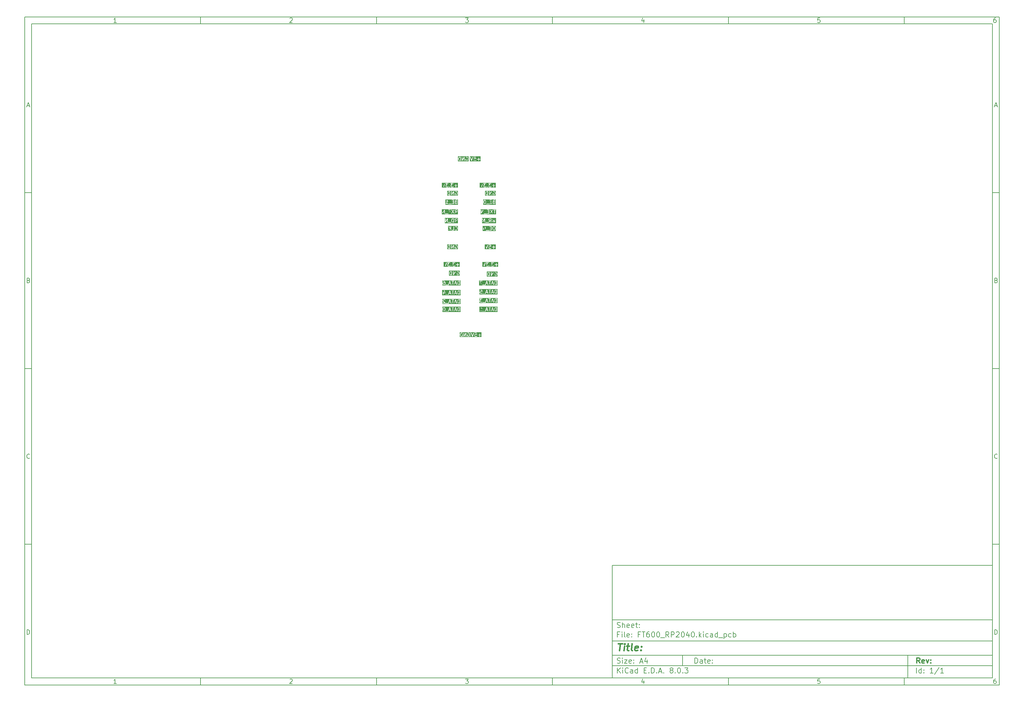
<source format=gbr>
%TF.GenerationSoftware,KiCad,Pcbnew,8.0.3-8.0.3-0~ubuntu22.04.1*%
%TF.CreationDate,2024-09-16T11:35:51+02:00*%
%TF.ProjectId,FT600_RP2040,46543630-305f-4525-9032-3034302e6b69,rev?*%
%TF.SameCoordinates,PX7735940PY61c06a0*%
%TF.FileFunction,Legend,Bot*%
%TF.FilePolarity,Positive*%
%FSLAX46Y46*%
G04 Gerber Fmt 4.6, Leading zero omitted, Abs format (unit mm)*
G04 Created by KiCad (PCBNEW 8.0.3-8.0.3-0~ubuntu22.04.1) date 2024-09-16 11:35:51*
%MOMM*%
%LPD*%
G01*
G04 APERTURE LIST*
%ADD10C,0.100000*%
%ADD11C,0.150000*%
%ADD12C,0.300000*%
%ADD13C,0.400000*%
G04 APERTURE END LIST*
D10*
D11*
X52002200Y-63507200D02*
X160002200Y-63507200D01*
X160002200Y-95507200D01*
X52002200Y-95507200D01*
X52002200Y-63507200D01*
D10*
D11*
X-115000000Y92500000D02*
X162002200Y92500000D01*
X162002200Y-97507200D01*
X-115000000Y-97507200D01*
X-115000000Y92500000D01*
D10*
D11*
X-113000000Y90500000D02*
X160002200Y90500000D01*
X160002200Y-95507200D01*
X-113000000Y-95507200D01*
X-113000000Y90500000D01*
D10*
D11*
X-65000000Y90500000D02*
X-65000000Y92500000D01*
D10*
D11*
X-15000000Y90500000D02*
X-15000000Y92500000D01*
D10*
D11*
X35000000Y90500000D02*
X35000000Y92500000D01*
D10*
D11*
X85000000Y90500000D02*
X85000000Y92500000D01*
D10*
D11*
X135000000Y90500000D02*
X135000000Y92500000D01*
D10*
D11*
X-88910840Y90906396D02*
X-89653697Y90906396D01*
X-89282269Y90906396D02*
X-89282269Y92206396D01*
X-89282269Y92206396D02*
X-89406078Y92020681D01*
X-89406078Y92020681D02*
X-89529888Y91896872D01*
X-89529888Y91896872D02*
X-89653697Y91834967D01*
D10*
D11*
X-39653697Y92082586D02*
X-39591793Y92144491D01*
X-39591793Y92144491D02*
X-39467983Y92206396D01*
X-39467983Y92206396D02*
X-39158459Y92206396D01*
X-39158459Y92206396D02*
X-39034650Y92144491D01*
X-39034650Y92144491D02*
X-38972745Y92082586D01*
X-38972745Y92082586D02*
X-38910840Y91958777D01*
X-38910840Y91958777D02*
X-38910840Y91834967D01*
X-38910840Y91834967D02*
X-38972745Y91649253D01*
X-38972745Y91649253D02*
X-39715602Y90906396D01*
X-39715602Y90906396D02*
X-38910840Y90906396D01*
D10*
D11*
X10284398Y92206396D02*
X11089160Y92206396D01*
X11089160Y92206396D02*
X10655826Y91711158D01*
X10655826Y91711158D02*
X10841541Y91711158D01*
X10841541Y91711158D02*
X10965350Y91649253D01*
X10965350Y91649253D02*
X11027255Y91587348D01*
X11027255Y91587348D02*
X11089160Y91463539D01*
X11089160Y91463539D02*
X11089160Y91154015D01*
X11089160Y91154015D02*
X11027255Y91030205D01*
X11027255Y91030205D02*
X10965350Y90968300D01*
X10965350Y90968300D02*
X10841541Y90906396D01*
X10841541Y90906396D02*
X10470112Y90906396D01*
X10470112Y90906396D02*
X10346303Y90968300D01*
X10346303Y90968300D02*
X10284398Y91030205D01*
D10*
D11*
X60965350Y91773062D02*
X60965350Y90906396D01*
X60655826Y92268300D02*
X60346303Y91339729D01*
X60346303Y91339729D02*
X61151064Y91339729D01*
D10*
D11*
X111027255Y92206396D02*
X110408207Y92206396D01*
X110408207Y92206396D02*
X110346303Y91587348D01*
X110346303Y91587348D02*
X110408207Y91649253D01*
X110408207Y91649253D02*
X110532017Y91711158D01*
X110532017Y91711158D02*
X110841541Y91711158D01*
X110841541Y91711158D02*
X110965350Y91649253D01*
X110965350Y91649253D02*
X111027255Y91587348D01*
X111027255Y91587348D02*
X111089160Y91463539D01*
X111089160Y91463539D02*
X111089160Y91154015D01*
X111089160Y91154015D02*
X111027255Y91030205D01*
X111027255Y91030205D02*
X110965350Y90968300D01*
X110965350Y90968300D02*
X110841541Y90906396D01*
X110841541Y90906396D02*
X110532017Y90906396D01*
X110532017Y90906396D02*
X110408207Y90968300D01*
X110408207Y90968300D02*
X110346303Y91030205D01*
D10*
D11*
X160965350Y92206396D02*
X160717731Y92206396D01*
X160717731Y92206396D02*
X160593922Y92144491D01*
X160593922Y92144491D02*
X160532017Y92082586D01*
X160532017Y92082586D02*
X160408207Y91896872D01*
X160408207Y91896872D02*
X160346303Y91649253D01*
X160346303Y91649253D02*
X160346303Y91154015D01*
X160346303Y91154015D02*
X160408207Y91030205D01*
X160408207Y91030205D02*
X160470112Y90968300D01*
X160470112Y90968300D02*
X160593922Y90906396D01*
X160593922Y90906396D02*
X160841541Y90906396D01*
X160841541Y90906396D02*
X160965350Y90968300D01*
X160965350Y90968300D02*
X161027255Y91030205D01*
X161027255Y91030205D02*
X161089160Y91154015D01*
X161089160Y91154015D02*
X161089160Y91463539D01*
X161089160Y91463539D02*
X161027255Y91587348D01*
X161027255Y91587348D02*
X160965350Y91649253D01*
X160965350Y91649253D02*
X160841541Y91711158D01*
X160841541Y91711158D02*
X160593922Y91711158D01*
X160593922Y91711158D02*
X160470112Y91649253D01*
X160470112Y91649253D02*
X160408207Y91587348D01*
X160408207Y91587348D02*
X160346303Y91463539D01*
D10*
D11*
X-65000000Y-95507200D02*
X-65000000Y-97507200D01*
D10*
D11*
X-15000000Y-95507200D02*
X-15000000Y-97507200D01*
D10*
D11*
X35000000Y-95507200D02*
X35000000Y-97507200D01*
D10*
D11*
X85000000Y-95507200D02*
X85000000Y-97507200D01*
D10*
D11*
X135000000Y-95507200D02*
X135000000Y-97507200D01*
D10*
D11*
X-88910840Y-97100804D02*
X-89653697Y-97100804D01*
X-89282269Y-97100804D02*
X-89282269Y-95800804D01*
X-89282269Y-95800804D02*
X-89406078Y-95986519D01*
X-89406078Y-95986519D02*
X-89529888Y-96110328D01*
X-89529888Y-96110328D02*
X-89653697Y-96172233D01*
D10*
D11*
X-39653697Y-95924614D02*
X-39591793Y-95862709D01*
X-39591793Y-95862709D02*
X-39467983Y-95800804D01*
X-39467983Y-95800804D02*
X-39158459Y-95800804D01*
X-39158459Y-95800804D02*
X-39034650Y-95862709D01*
X-39034650Y-95862709D02*
X-38972745Y-95924614D01*
X-38972745Y-95924614D02*
X-38910840Y-96048423D01*
X-38910840Y-96048423D02*
X-38910840Y-96172233D01*
X-38910840Y-96172233D02*
X-38972745Y-96357947D01*
X-38972745Y-96357947D02*
X-39715602Y-97100804D01*
X-39715602Y-97100804D02*
X-38910840Y-97100804D01*
D10*
D11*
X10284398Y-95800804D02*
X11089160Y-95800804D01*
X11089160Y-95800804D02*
X10655826Y-96296042D01*
X10655826Y-96296042D02*
X10841541Y-96296042D01*
X10841541Y-96296042D02*
X10965350Y-96357947D01*
X10965350Y-96357947D02*
X11027255Y-96419852D01*
X11027255Y-96419852D02*
X11089160Y-96543661D01*
X11089160Y-96543661D02*
X11089160Y-96853185D01*
X11089160Y-96853185D02*
X11027255Y-96976995D01*
X11027255Y-96976995D02*
X10965350Y-97038900D01*
X10965350Y-97038900D02*
X10841541Y-97100804D01*
X10841541Y-97100804D02*
X10470112Y-97100804D01*
X10470112Y-97100804D02*
X10346303Y-97038900D01*
X10346303Y-97038900D02*
X10284398Y-96976995D01*
D10*
D11*
X60965350Y-96234138D02*
X60965350Y-97100804D01*
X60655826Y-95738900D02*
X60346303Y-96667471D01*
X60346303Y-96667471D02*
X61151064Y-96667471D01*
D10*
D11*
X111027255Y-95800804D02*
X110408207Y-95800804D01*
X110408207Y-95800804D02*
X110346303Y-96419852D01*
X110346303Y-96419852D02*
X110408207Y-96357947D01*
X110408207Y-96357947D02*
X110532017Y-96296042D01*
X110532017Y-96296042D02*
X110841541Y-96296042D01*
X110841541Y-96296042D02*
X110965350Y-96357947D01*
X110965350Y-96357947D02*
X111027255Y-96419852D01*
X111027255Y-96419852D02*
X111089160Y-96543661D01*
X111089160Y-96543661D02*
X111089160Y-96853185D01*
X111089160Y-96853185D02*
X111027255Y-96976995D01*
X111027255Y-96976995D02*
X110965350Y-97038900D01*
X110965350Y-97038900D02*
X110841541Y-97100804D01*
X110841541Y-97100804D02*
X110532017Y-97100804D01*
X110532017Y-97100804D02*
X110408207Y-97038900D01*
X110408207Y-97038900D02*
X110346303Y-96976995D01*
D10*
D11*
X160965350Y-95800804D02*
X160717731Y-95800804D01*
X160717731Y-95800804D02*
X160593922Y-95862709D01*
X160593922Y-95862709D02*
X160532017Y-95924614D01*
X160532017Y-95924614D02*
X160408207Y-96110328D01*
X160408207Y-96110328D02*
X160346303Y-96357947D01*
X160346303Y-96357947D02*
X160346303Y-96853185D01*
X160346303Y-96853185D02*
X160408207Y-96976995D01*
X160408207Y-96976995D02*
X160470112Y-97038900D01*
X160470112Y-97038900D02*
X160593922Y-97100804D01*
X160593922Y-97100804D02*
X160841541Y-97100804D01*
X160841541Y-97100804D02*
X160965350Y-97038900D01*
X160965350Y-97038900D02*
X161027255Y-96976995D01*
X161027255Y-96976995D02*
X161089160Y-96853185D01*
X161089160Y-96853185D02*
X161089160Y-96543661D01*
X161089160Y-96543661D02*
X161027255Y-96419852D01*
X161027255Y-96419852D02*
X160965350Y-96357947D01*
X160965350Y-96357947D02*
X160841541Y-96296042D01*
X160841541Y-96296042D02*
X160593922Y-96296042D01*
X160593922Y-96296042D02*
X160470112Y-96357947D01*
X160470112Y-96357947D02*
X160408207Y-96419852D01*
X160408207Y-96419852D02*
X160346303Y-96543661D01*
D10*
D11*
X-115000000Y42500000D02*
X-113000000Y42500000D01*
D10*
D11*
X-115000000Y-7500000D02*
X-113000000Y-7500000D01*
D10*
D11*
X-115000000Y-57500000D02*
X-113000000Y-57500000D01*
D10*
D11*
X-114309524Y67277824D02*
X-113690477Y67277824D01*
X-114433334Y66906396D02*
X-114000001Y68206396D01*
X-114000001Y68206396D02*
X-113566667Y66906396D01*
D10*
D11*
X-113907143Y17587348D02*
X-113721429Y17525443D01*
X-113721429Y17525443D02*
X-113659524Y17463539D01*
X-113659524Y17463539D02*
X-113597620Y17339729D01*
X-113597620Y17339729D02*
X-113597620Y17154015D01*
X-113597620Y17154015D02*
X-113659524Y17030205D01*
X-113659524Y17030205D02*
X-113721429Y16968300D01*
X-113721429Y16968300D02*
X-113845239Y16906396D01*
X-113845239Y16906396D02*
X-114340477Y16906396D01*
X-114340477Y16906396D02*
X-114340477Y18206396D01*
X-114340477Y18206396D02*
X-113907143Y18206396D01*
X-113907143Y18206396D02*
X-113783334Y18144491D01*
X-113783334Y18144491D02*
X-113721429Y18082586D01*
X-113721429Y18082586D02*
X-113659524Y17958777D01*
X-113659524Y17958777D02*
X-113659524Y17834967D01*
X-113659524Y17834967D02*
X-113721429Y17711158D01*
X-113721429Y17711158D02*
X-113783334Y17649253D01*
X-113783334Y17649253D02*
X-113907143Y17587348D01*
X-113907143Y17587348D02*
X-114340477Y17587348D01*
D10*
D11*
X-113597620Y-32969795D02*
X-113659524Y-33031700D01*
X-113659524Y-33031700D02*
X-113845239Y-33093604D01*
X-113845239Y-33093604D02*
X-113969048Y-33093604D01*
X-113969048Y-33093604D02*
X-114154762Y-33031700D01*
X-114154762Y-33031700D02*
X-114278572Y-32907890D01*
X-114278572Y-32907890D02*
X-114340477Y-32784080D01*
X-114340477Y-32784080D02*
X-114402381Y-32536461D01*
X-114402381Y-32536461D02*
X-114402381Y-32350747D01*
X-114402381Y-32350747D02*
X-114340477Y-32103128D01*
X-114340477Y-32103128D02*
X-114278572Y-31979319D01*
X-114278572Y-31979319D02*
X-114154762Y-31855509D01*
X-114154762Y-31855509D02*
X-113969048Y-31793604D01*
X-113969048Y-31793604D02*
X-113845239Y-31793604D01*
X-113845239Y-31793604D02*
X-113659524Y-31855509D01*
X-113659524Y-31855509D02*
X-113597620Y-31917414D01*
D10*
D11*
X-114340477Y-83093604D02*
X-114340477Y-81793604D01*
X-114340477Y-81793604D02*
X-114030953Y-81793604D01*
X-114030953Y-81793604D02*
X-113845239Y-81855509D01*
X-113845239Y-81855509D02*
X-113721429Y-81979319D01*
X-113721429Y-81979319D02*
X-113659524Y-82103128D01*
X-113659524Y-82103128D02*
X-113597620Y-82350747D01*
X-113597620Y-82350747D02*
X-113597620Y-82536461D01*
X-113597620Y-82536461D02*
X-113659524Y-82784080D01*
X-113659524Y-82784080D02*
X-113721429Y-82907890D01*
X-113721429Y-82907890D02*
X-113845239Y-83031700D01*
X-113845239Y-83031700D02*
X-114030953Y-83093604D01*
X-114030953Y-83093604D02*
X-114340477Y-83093604D01*
D10*
D11*
X162002200Y42500000D02*
X160002200Y42500000D01*
D10*
D11*
X162002200Y-7500000D02*
X160002200Y-7500000D01*
D10*
D11*
X162002200Y-57500000D02*
X160002200Y-57500000D01*
D10*
D11*
X160692676Y67277824D02*
X161311723Y67277824D01*
X160568866Y66906396D02*
X161002199Y68206396D01*
X161002199Y68206396D02*
X161435533Y66906396D01*
D10*
D11*
X161095057Y17587348D02*
X161280771Y17525443D01*
X161280771Y17525443D02*
X161342676Y17463539D01*
X161342676Y17463539D02*
X161404580Y17339729D01*
X161404580Y17339729D02*
X161404580Y17154015D01*
X161404580Y17154015D02*
X161342676Y17030205D01*
X161342676Y17030205D02*
X161280771Y16968300D01*
X161280771Y16968300D02*
X161156961Y16906396D01*
X161156961Y16906396D02*
X160661723Y16906396D01*
X160661723Y16906396D02*
X160661723Y18206396D01*
X160661723Y18206396D02*
X161095057Y18206396D01*
X161095057Y18206396D02*
X161218866Y18144491D01*
X161218866Y18144491D02*
X161280771Y18082586D01*
X161280771Y18082586D02*
X161342676Y17958777D01*
X161342676Y17958777D02*
X161342676Y17834967D01*
X161342676Y17834967D02*
X161280771Y17711158D01*
X161280771Y17711158D02*
X161218866Y17649253D01*
X161218866Y17649253D02*
X161095057Y17587348D01*
X161095057Y17587348D02*
X160661723Y17587348D01*
D10*
D11*
X161404580Y-32969795D02*
X161342676Y-33031700D01*
X161342676Y-33031700D02*
X161156961Y-33093604D01*
X161156961Y-33093604D02*
X161033152Y-33093604D01*
X161033152Y-33093604D02*
X160847438Y-33031700D01*
X160847438Y-33031700D02*
X160723628Y-32907890D01*
X160723628Y-32907890D02*
X160661723Y-32784080D01*
X160661723Y-32784080D02*
X160599819Y-32536461D01*
X160599819Y-32536461D02*
X160599819Y-32350747D01*
X160599819Y-32350747D02*
X160661723Y-32103128D01*
X160661723Y-32103128D02*
X160723628Y-31979319D01*
X160723628Y-31979319D02*
X160847438Y-31855509D01*
X160847438Y-31855509D02*
X161033152Y-31793604D01*
X161033152Y-31793604D02*
X161156961Y-31793604D01*
X161156961Y-31793604D02*
X161342676Y-31855509D01*
X161342676Y-31855509D02*
X161404580Y-31917414D01*
D10*
D11*
X160661723Y-83093604D02*
X160661723Y-81793604D01*
X160661723Y-81793604D02*
X160971247Y-81793604D01*
X160971247Y-81793604D02*
X161156961Y-81855509D01*
X161156961Y-81855509D02*
X161280771Y-81979319D01*
X161280771Y-81979319D02*
X161342676Y-82103128D01*
X161342676Y-82103128D02*
X161404580Y-82350747D01*
X161404580Y-82350747D02*
X161404580Y-82536461D01*
X161404580Y-82536461D02*
X161342676Y-82784080D01*
X161342676Y-82784080D02*
X161280771Y-82907890D01*
X161280771Y-82907890D02*
X161156961Y-83031700D01*
X161156961Y-83031700D02*
X160971247Y-83093604D01*
X160971247Y-83093604D02*
X160661723Y-83093604D01*
D10*
D11*
X75458026Y-91293328D02*
X75458026Y-89793328D01*
X75458026Y-89793328D02*
X75815169Y-89793328D01*
X75815169Y-89793328D02*
X76029455Y-89864757D01*
X76029455Y-89864757D02*
X76172312Y-90007614D01*
X76172312Y-90007614D02*
X76243741Y-90150471D01*
X76243741Y-90150471D02*
X76315169Y-90436185D01*
X76315169Y-90436185D02*
X76315169Y-90650471D01*
X76315169Y-90650471D02*
X76243741Y-90936185D01*
X76243741Y-90936185D02*
X76172312Y-91079042D01*
X76172312Y-91079042D02*
X76029455Y-91221900D01*
X76029455Y-91221900D02*
X75815169Y-91293328D01*
X75815169Y-91293328D02*
X75458026Y-91293328D01*
X77600884Y-91293328D02*
X77600884Y-90507614D01*
X77600884Y-90507614D02*
X77529455Y-90364757D01*
X77529455Y-90364757D02*
X77386598Y-90293328D01*
X77386598Y-90293328D02*
X77100884Y-90293328D01*
X77100884Y-90293328D02*
X76958026Y-90364757D01*
X77600884Y-91221900D02*
X77458026Y-91293328D01*
X77458026Y-91293328D02*
X77100884Y-91293328D01*
X77100884Y-91293328D02*
X76958026Y-91221900D01*
X76958026Y-91221900D02*
X76886598Y-91079042D01*
X76886598Y-91079042D02*
X76886598Y-90936185D01*
X76886598Y-90936185D02*
X76958026Y-90793328D01*
X76958026Y-90793328D02*
X77100884Y-90721900D01*
X77100884Y-90721900D02*
X77458026Y-90721900D01*
X77458026Y-90721900D02*
X77600884Y-90650471D01*
X78100884Y-90293328D02*
X78672312Y-90293328D01*
X78315169Y-89793328D02*
X78315169Y-91079042D01*
X78315169Y-91079042D02*
X78386598Y-91221900D01*
X78386598Y-91221900D02*
X78529455Y-91293328D01*
X78529455Y-91293328D02*
X78672312Y-91293328D01*
X79743741Y-91221900D02*
X79600884Y-91293328D01*
X79600884Y-91293328D02*
X79315170Y-91293328D01*
X79315170Y-91293328D02*
X79172312Y-91221900D01*
X79172312Y-91221900D02*
X79100884Y-91079042D01*
X79100884Y-91079042D02*
X79100884Y-90507614D01*
X79100884Y-90507614D02*
X79172312Y-90364757D01*
X79172312Y-90364757D02*
X79315170Y-90293328D01*
X79315170Y-90293328D02*
X79600884Y-90293328D01*
X79600884Y-90293328D02*
X79743741Y-90364757D01*
X79743741Y-90364757D02*
X79815170Y-90507614D01*
X79815170Y-90507614D02*
X79815170Y-90650471D01*
X79815170Y-90650471D02*
X79100884Y-90793328D01*
X80458026Y-91150471D02*
X80529455Y-91221900D01*
X80529455Y-91221900D02*
X80458026Y-91293328D01*
X80458026Y-91293328D02*
X80386598Y-91221900D01*
X80386598Y-91221900D02*
X80458026Y-91150471D01*
X80458026Y-91150471D02*
X80458026Y-91293328D01*
X80458026Y-90364757D02*
X80529455Y-90436185D01*
X80529455Y-90436185D02*
X80458026Y-90507614D01*
X80458026Y-90507614D02*
X80386598Y-90436185D01*
X80386598Y-90436185D02*
X80458026Y-90364757D01*
X80458026Y-90364757D02*
X80458026Y-90507614D01*
D10*
D11*
X52002200Y-92007200D02*
X160002200Y-92007200D01*
D10*
D11*
X53458026Y-94093328D02*
X53458026Y-92593328D01*
X54315169Y-94093328D02*
X53672312Y-93236185D01*
X54315169Y-92593328D02*
X53458026Y-93450471D01*
X54958026Y-94093328D02*
X54958026Y-93093328D01*
X54958026Y-92593328D02*
X54886598Y-92664757D01*
X54886598Y-92664757D02*
X54958026Y-92736185D01*
X54958026Y-92736185D02*
X55029455Y-92664757D01*
X55029455Y-92664757D02*
X54958026Y-92593328D01*
X54958026Y-92593328D02*
X54958026Y-92736185D01*
X56529455Y-93950471D02*
X56458027Y-94021900D01*
X56458027Y-94021900D02*
X56243741Y-94093328D01*
X56243741Y-94093328D02*
X56100884Y-94093328D01*
X56100884Y-94093328D02*
X55886598Y-94021900D01*
X55886598Y-94021900D02*
X55743741Y-93879042D01*
X55743741Y-93879042D02*
X55672312Y-93736185D01*
X55672312Y-93736185D02*
X55600884Y-93450471D01*
X55600884Y-93450471D02*
X55600884Y-93236185D01*
X55600884Y-93236185D02*
X55672312Y-92950471D01*
X55672312Y-92950471D02*
X55743741Y-92807614D01*
X55743741Y-92807614D02*
X55886598Y-92664757D01*
X55886598Y-92664757D02*
X56100884Y-92593328D01*
X56100884Y-92593328D02*
X56243741Y-92593328D01*
X56243741Y-92593328D02*
X56458027Y-92664757D01*
X56458027Y-92664757D02*
X56529455Y-92736185D01*
X57815170Y-94093328D02*
X57815170Y-93307614D01*
X57815170Y-93307614D02*
X57743741Y-93164757D01*
X57743741Y-93164757D02*
X57600884Y-93093328D01*
X57600884Y-93093328D02*
X57315170Y-93093328D01*
X57315170Y-93093328D02*
X57172312Y-93164757D01*
X57815170Y-94021900D02*
X57672312Y-94093328D01*
X57672312Y-94093328D02*
X57315170Y-94093328D01*
X57315170Y-94093328D02*
X57172312Y-94021900D01*
X57172312Y-94021900D02*
X57100884Y-93879042D01*
X57100884Y-93879042D02*
X57100884Y-93736185D01*
X57100884Y-93736185D02*
X57172312Y-93593328D01*
X57172312Y-93593328D02*
X57315170Y-93521900D01*
X57315170Y-93521900D02*
X57672312Y-93521900D01*
X57672312Y-93521900D02*
X57815170Y-93450471D01*
X59172313Y-94093328D02*
X59172313Y-92593328D01*
X59172313Y-94021900D02*
X59029455Y-94093328D01*
X59029455Y-94093328D02*
X58743741Y-94093328D01*
X58743741Y-94093328D02*
X58600884Y-94021900D01*
X58600884Y-94021900D02*
X58529455Y-93950471D01*
X58529455Y-93950471D02*
X58458027Y-93807614D01*
X58458027Y-93807614D02*
X58458027Y-93379042D01*
X58458027Y-93379042D02*
X58529455Y-93236185D01*
X58529455Y-93236185D02*
X58600884Y-93164757D01*
X58600884Y-93164757D02*
X58743741Y-93093328D01*
X58743741Y-93093328D02*
X59029455Y-93093328D01*
X59029455Y-93093328D02*
X59172313Y-93164757D01*
X61029455Y-93307614D02*
X61529455Y-93307614D01*
X61743741Y-94093328D02*
X61029455Y-94093328D01*
X61029455Y-94093328D02*
X61029455Y-92593328D01*
X61029455Y-92593328D02*
X61743741Y-92593328D01*
X62386598Y-93950471D02*
X62458027Y-94021900D01*
X62458027Y-94021900D02*
X62386598Y-94093328D01*
X62386598Y-94093328D02*
X62315170Y-94021900D01*
X62315170Y-94021900D02*
X62386598Y-93950471D01*
X62386598Y-93950471D02*
X62386598Y-94093328D01*
X63100884Y-94093328D02*
X63100884Y-92593328D01*
X63100884Y-92593328D02*
X63458027Y-92593328D01*
X63458027Y-92593328D02*
X63672313Y-92664757D01*
X63672313Y-92664757D02*
X63815170Y-92807614D01*
X63815170Y-92807614D02*
X63886599Y-92950471D01*
X63886599Y-92950471D02*
X63958027Y-93236185D01*
X63958027Y-93236185D02*
X63958027Y-93450471D01*
X63958027Y-93450471D02*
X63886599Y-93736185D01*
X63886599Y-93736185D02*
X63815170Y-93879042D01*
X63815170Y-93879042D02*
X63672313Y-94021900D01*
X63672313Y-94021900D02*
X63458027Y-94093328D01*
X63458027Y-94093328D02*
X63100884Y-94093328D01*
X64600884Y-93950471D02*
X64672313Y-94021900D01*
X64672313Y-94021900D02*
X64600884Y-94093328D01*
X64600884Y-94093328D02*
X64529456Y-94021900D01*
X64529456Y-94021900D02*
X64600884Y-93950471D01*
X64600884Y-93950471D02*
X64600884Y-94093328D01*
X65243742Y-93664757D02*
X65958028Y-93664757D01*
X65100885Y-94093328D02*
X65600885Y-92593328D01*
X65600885Y-92593328D02*
X66100885Y-94093328D01*
X66600884Y-93950471D02*
X66672313Y-94021900D01*
X66672313Y-94021900D02*
X66600884Y-94093328D01*
X66600884Y-94093328D02*
X66529456Y-94021900D01*
X66529456Y-94021900D02*
X66600884Y-93950471D01*
X66600884Y-93950471D02*
X66600884Y-94093328D01*
X68672313Y-93236185D02*
X68529456Y-93164757D01*
X68529456Y-93164757D02*
X68458027Y-93093328D01*
X68458027Y-93093328D02*
X68386599Y-92950471D01*
X68386599Y-92950471D02*
X68386599Y-92879042D01*
X68386599Y-92879042D02*
X68458027Y-92736185D01*
X68458027Y-92736185D02*
X68529456Y-92664757D01*
X68529456Y-92664757D02*
X68672313Y-92593328D01*
X68672313Y-92593328D02*
X68958027Y-92593328D01*
X68958027Y-92593328D02*
X69100885Y-92664757D01*
X69100885Y-92664757D02*
X69172313Y-92736185D01*
X69172313Y-92736185D02*
X69243742Y-92879042D01*
X69243742Y-92879042D02*
X69243742Y-92950471D01*
X69243742Y-92950471D02*
X69172313Y-93093328D01*
X69172313Y-93093328D02*
X69100885Y-93164757D01*
X69100885Y-93164757D02*
X68958027Y-93236185D01*
X68958027Y-93236185D02*
X68672313Y-93236185D01*
X68672313Y-93236185D02*
X68529456Y-93307614D01*
X68529456Y-93307614D02*
X68458027Y-93379042D01*
X68458027Y-93379042D02*
X68386599Y-93521900D01*
X68386599Y-93521900D02*
X68386599Y-93807614D01*
X68386599Y-93807614D02*
X68458027Y-93950471D01*
X68458027Y-93950471D02*
X68529456Y-94021900D01*
X68529456Y-94021900D02*
X68672313Y-94093328D01*
X68672313Y-94093328D02*
X68958027Y-94093328D01*
X68958027Y-94093328D02*
X69100885Y-94021900D01*
X69100885Y-94021900D02*
X69172313Y-93950471D01*
X69172313Y-93950471D02*
X69243742Y-93807614D01*
X69243742Y-93807614D02*
X69243742Y-93521900D01*
X69243742Y-93521900D02*
X69172313Y-93379042D01*
X69172313Y-93379042D02*
X69100885Y-93307614D01*
X69100885Y-93307614D02*
X68958027Y-93236185D01*
X69886598Y-93950471D02*
X69958027Y-94021900D01*
X69958027Y-94021900D02*
X69886598Y-94093328D01*
X69886598Y-94093328D02*
X69815170Y-94021900D01*
X69815170Y-94021900D02*
X69886598Y-93950471D01*
X69886598Y-93950471D02*
X69886598Y-94093328D01*
X70886599Y-92593328D02*
X71029456Y-92593328D01*
X71029456Y-92593328D02*
X71172313Y-92664757D01*
X71172313Y-92664757D02*
X71243742Y-92736185D01*
X71243742Y-92736185D02*
X71315170Y-92879042D01*
X71315170Y-92879042D02*
X71386599Y-93164757D01*
X71386599Y-93164757D02*
X71386599Y-93521900D01*
X71386599Y-93521900D02*
X71315170Y-93807614D01*
X71315170Y-93807614D02*
X71243742Y-93950471D01*
X71243742Y-93950471D02*
X71172313Y-94021900D01*
X71172313Y-94021900D02*
X71029456Y-94093328D01*
X71029456Y-94093328D02*
X70886599Y-94093328D01*
X70886599Y-94093328D02*
X70743742Y-94021900D01*
X70743742Y-94021900D02*
X70672313Y-93950471D01*
X70672313Y-93950471D02*
X70600884Y-93807614D01*
X70600884Y-93807614D02*
X70529456Y-93521900D01*
X70529456Y-93521900D02*
X70529456Y-93164757D01*
X70529456Y-93164757D02*
X70600884Y-92879042D01*
X70600884Y-92879042D02*
X70672313Y-92736185D01*
X70672313Y-92736185D02*
X70743742Y-92664757D01*
X70743742Y-92664757D02*
X70886599Y-92593328D01*
X72029455Y-93950471D02*
X72100884Y-94021900D01*
X72100884Y-94021900D02*
X72029455Y-94093328D01*
X72029455Y-94093328D02*
X71958027Y-94021900D01*
X71958027Y-94021900D02*
X72029455Y-93950471D01*
X72029455Y-93950471D02*
X72029455Y-94093328D01*
X72600884Y-92593328D02*
X73529456Y-92593328D01*
X73529456Y-92593328D02*
X73029456Y-93164757D01*
X73029456Y-93164757D02*
X73243741Y-93164757D01*
X73243741Y-93164757D02*
X73386599Y-93236185D01*
X73386599Y-93236185D02*
X73458027Y-93307614D01*
X73458027Y-93307614D02*
X73529456Y-93450471D01*
X73529456Y-93450471D02*
X73529456Y-93807614D01*
X73529456Y-93807614D02*
X73458027Y-93950471D01*
X73458027Y-93950471D02*
X73386599Y-94021900D01*
X73386599Y-94021900D02*
X73243741Y-94093328D01*
X73243741Y-94093328D02*
X72815170Y-94093328D01*
X72815170Y-94093328D02*
X72672313Y-94021900D01*
X72672313Y-94021900D02*
X72600884Y-93950471D01*
D10*
D11*
X52002200Y-89007200D02*
X160002200Y-89007200D01*
D10*
D12*
X139413853Y-91285528D02*
X138913853Y-90571242D01*
X138556710Y-91285528D02*
X138556710Y-89785528D01*
X138556710Y-89785528D02*
X139128139Y-89785528D01*
X139128139Y-89785528D02*
X139270996Y-89856957D01*
X139270996Y-89856957D02*
X139342425Y-89928385D01*
X139342425Y-89928385D02*
X139413853Y-90071242D01*
X139413853Y-90071242D02*
X139413853Y-90285528D01*
X139413853Y-90285528D02*
X139342425Y-90428385D01*
X139342425Y-90428385D02*
X139270996Y-90499814D01*
X139270996Y-90499814D02*
X139128139Y-90571242D01*
X139128139Y-90571242D02*
X138556710Y-90571242D01*
X140628139Y-91214100D02*
X140485282Y-91285528D01*
X140485282Y-91285528D02*
X140199568Y-91285528D01*
X140199568Y-91285528D02*
X140056710Y-91214100D01*
X140056710Y-91214100D02*
X139985282Y-91071242D01*
X139985282Y-91071242D02*
X139985282Y-90499814D01*
X139985282Y-90499814D02*
X140056710Y-90356957D01*
X140056710Y-90356957D02*
X140199568Y-90285528D01*
X140199568Y-90285528D02*
X140485282Y-90285528D01*
X140485282Y-90285528D02*
X140628139Y-90356957D01*
X140628139Y-90356957D02*
X140699568Y-90499814D01*
X140699568Y-90499814D02*
X140699568Y-90642671D01*
X140699568Y-90642671D02*
X139985282Y-90785528D01*
X141199567Y-90285528D02*
X141556710Y-91285528D01*
X141556710Y-91285528D02*
X141913853Y-90285528D01*
X142485281Y-91142671D02*
X142556710Y-91214100D01*
X142556710Y-91214100D02*
X142485281Y-91285528D01*
X142485281Y-91285528D02*
X142413853Y-91214100D01*
X142413853Y-91214100D02*
X142485281Y-91142671D01*
X142485281Y-91142671D02*
X142485281Y-91285528D01*
X142485281Y-90356957D02*
X142556710Y-90428385D01*
X142556710Y-90428385D02*
X142485281Y-90499814D01*
X142485281Y-90499814D02*
X142413853Y-90428385D01*
X142413853Y-90428385D02*
X142485281Y-90356957D01*
X142485281Y-90356957D02*
X142485281Y-90499814D01*
D10*
D11*
X53386598Y-91221900D02*
X53600884Y-91293328D01*
X53600884Y-91293328D02*
X53958026Y-91293328D01*
X53958026Y-91293328D02*
X54100884Y-91221900D01*
X54100884Y-91221900D02*
X54172312Y-91150471D01*
X54172312Y-91150471D02*
X54243741Y-91007614D01*
X54243741Y-91007614D02*
X54243741Y-90864757D01*
X54243741Y-90864757D02*
X54172312Y-90721900D01*
X54172312Y-90721900D02*
X54100884Y-90650471D01*
X54100884Y-90650471D02*
X53958026Y-90579042D01*
X53958026Y-90579042D02*
X53672312Y-90507614D01*
X53672312Y-90507614D02*
X53529455Y-90436185D01*
X53529455Y-90436185D02*
X53458026Y-90364757D01*
X53458026Y-90364757D02*
X53386598Y-90221900D01*
X53386598Y-90221900D02*
X53386598Y-90079042D01*
X53386598Y-90079042D02*
X53458026Y-89936185D01*
X53458026Y-89936185D02*
X53529455Y-89864757D01*
X53529455Y-89864757D02*
X53672312Y-89793328D01*
X53672312Y-89793328D02*
X54029455Y-89793328D01*
X54029455Y-89793328D02*
X54243741Y-89864757D01*
X54886597Y-91293328D02*
X54886597Y-90293328D01*
X54886597Y-89793328D02*
X54815169Y-89864757D01*
X54815169Y-89864757D02*
X54886597Y-89936185D01*
X54886597Y-89936185D02*
X54958026Y-89864757D01*
X54958026Y-89864757D02*
X54886597Y-89793328D01*
X54886597Y-89793328D02*
X54886597Y-89936185D01*
X55458026Y-90293328D02*
X56243741Y-90293328D01*
X56243741Y-90293328D02*
X55458026Y-91293328D01*
X55458026Y-91293328D02*
X56243741Y-91293328D01*
X57386598Y-91221900D02*
X57243741Y-91293328D01*
X57243741Y-91293328D02*
X56958027Y-91293328D01*
X56958027Y-91293328D02*
X56815169Y-91221900D01*
X56815169Y-91221900D02*
X56743741Y-91079042D01*
X56743741Y-91079042D02*
X56743741Y-90507614D01*
X56743741Y-90507614D02*
X56815169Y-90364757D01*
X56815169Y-90364757D02*
X56958027Y-90293328D01*
X56958027Y-90293328D02*
X57243741Y-90293328D01*
X57243741Y-90293328D02*
X57386598Y-90364757D01*
X57386598Y-90364757D02*
X57458027Y-90507614D01*
X57458027Y-90507614D02*
X57458027Y-90650471D01*
X57458027Y-90650471D02*
X56743741Y-90793328D01*
X58100883Y-91150471D02*
X58172312Y-91221900D01*
X58172312Y-91221900D02*
X58100883Y-91293328D01*
X58100883Y-91293328D02*
X58029455Y-91221900D01*
X58029455Y-91221900D02*
X58100883Y-91150471D01*
X58100883Y-91150471D02*
X58100883Y-91293328D01*
X58100883Y-90364757D02*
X58172312Y-90436185D01*
X58172312Y-90436185D02*
X58100883Y-90507614D01*
X58100883Y-90507614D02*
X58029455Y-90436185D01*
X58029455Y-90436185D02*
X58100883Y-90364757D01*
X58100883Y-90364757D02*
X58100883Y-90507614D01*
X59886598Y-90864757D02*
X60600884Y-90864757D01*
X59743741Y-91293328D02*
X60243741Y-89793328D01*
X60243741Y-89793328D02*
X60743741Y-91293328D01*
X61886598Y-90293328D02*
X61886598Y-91293328D01*
X61529455Y-89721900D02*
X61172312Y-90793328D01*
X61172312Y-90793328D02*
X62100883Y-90793328D01*
D10*
D11*
X138458026Y-94093328D02*
X138458026Y-92593328D01*
X139815170Y-94093328D02*
X139815170Y-92593328D01*
X139815170Y-94021900D02*
X139672312Y-94093328D01*
X139672312Y-94093328D02*
X139386598Y-94093328D01*
X139386598Y-94093328D02*
X139243741Y-94021900D01*
X139243741Y-94021900D02*
X139172312Y-93950471D01*
X139172312Y-93950471D02*
X139100884Y-93807614D01*
X139100884Y-93807614D02*
X139100884Y-93379042D01*
X139100884Y-93379042D02*
X139172312Y-93236185D01*
X139172312Y-93236185D02*
X139243741Y-93164757D01*
X139243741Y-93164757D02*
X139386598Y-93093328D01*
X139386598Y-93093328D02*
X139672312Y-93093328D01*
X139672312Y-93093328D02*
X139815170Y-93164757D01*
X140529455Y-93950471D02*
X140600884Y-94021900D01*
X140600884Y-94021900D02*
X140529455Y-94093328D01*
X140529455Y-94093328D02*
X140458027Y-94021900D01*
X140458027Y-94021900D02*
X140529455Y-93950471D01*
X140529455Y-93950471D02*
X140529455Y-94093328D01*
X140529455Y-93164757D02*
X140600884Y-93236185D01*
X140600884Y-93236185D02*
X140529455Y-93307614D01*
X140529455Y-93307614D02*
X140458027Y-93236185D01*
X140458027Y-93236185D02*
X140529455Y-93164757D01*
X140529455Y-93164757D02*
X140529455Y-93307614D01*
X143172313Y-94093328D02*
X142315170Y-94093328D01*
X142743741Y-94093328D02*
X142743741Y-92593328D01*
X142743741Y-92593328D02*
X142600884Y-92807614D01*
X142600884Y-92807614D02*
X142458027Y-92950471D01*
X142458027Y-92950471D02*
X142315170Y-93021900D01*
X144886598Y-92521900D02*
X143600884Y-94450471D01*
X146172313Y-94093328D02*
X145315170Y-94093328D01*
X145743741Y-94093328D02*
X145743741Y-92593328D01*
X145743741Y-92593328D02*
X145600884Y-92807614D01*
X145600884Y-92807614D02*
X145458027Y-92950471D01*
X145458027Y-92950471D02*
X145315170Y-93021900D01*
D10*
D11*
X52002200Y-85007200D02*
X160002200Y-85007200D01*
D10*
D13*
X53693928Y-85711638D02*
X54836785Y-85711638D01*
X54015357Y-87711638D02*
X54265357Y-85711638D01*
X55253452Y-87711638D02*
X55420119Y-86378304D01*
X55503452Y-85711638D02*
X55396309Y-85806876D01*
X55396309Y-85806876D02*
X55479643Y-85902114D01*
X55479643Y-85902114D02*
X55586786Y-85806876D01*
X55586786Y-85806876D02*
X55503452Y-85711638D01*
X55503452Y-85711638D02*
X55479643Y-85902114D01*
X56086786Y-86378304D02*
X56848690Y-86378304D01*
X56455833Y-85711638D02*
X56241548Y-87425923D01*
X56241548Y-87425923D02*
X56312976Y-87616400D01*
X56312976Y-87616400D02*
X56491548Y-87711638D01*
X56491548Y-87711638D02*
X56682024Y-87711638D01*
X57634405Y-87711638D02*
X57455833Y-87616400D01*
X57455833Y-87616400D02*
X57384405Y-87425923D01*
X57384405Y-87425923D02*
X57598690Y-85711638D01*
X59170119Y-87616400D02*
X58967738Y-87711638D01*
X58967738Y-87711638D02*
X58586785Y-87711638D01*
X58586785Y-87711638D02*
X58408214Y-87616400D01*
X58408214Y-87616400D02*
X58336785Y-87425923D01*
X58336785Y-87425923D02*
X58432024Y-86664019D01*
X58432024Y-86664019D02*
X58551071Y-86473542D01*
X58551071Y-86473542D02*
X58753452Y-86378304D01*
X58753452Y-86378304D02*
X59134404Y-86378304D01*
X59134404Y-86378304D02*
X59312976Y-86473542D01*
X59312976Y-86473542D02*
X59384404Y-86664019D01*
X59384404Y-86664019D02*
X59360595Y-86854495D01*
X59360595Y-86854495D02*
X58384404Y-87044971D01*
X60134405Y-87521161D02*
X60217738Y-87616400D01*
X60217738Y-87616400D02*
X60110595Y-87711638D01*
X60110595Y-87711638D02*
X60027262Y-87616400D01*
X60027262Y-87616400D02*
X60134405Y-87521161D01*
X60134405Y-87521161D02*
X60110595Y-87711638D01*
X60265357Y-86473542D02*
X60348690Y-86568780D01*
X60348690Y-86568780D02*
X60241548Y-86664019D01*
X60241548Y-86664019D02*
X60158214Y-86568780D01*
X60158214Y-86568780D02*
X60265357Y-86473542D01*
X60265357Y-86473542D02*
X60241548Y-86664019D01*
D10*
D11*
X53958026Y-83107614D02*
X53458026Y-83107614D01*
X53458026Y-83893328D02*
X53458026Y-82393328D01*
X53458026Y-82393328D02*
X54172312Y-82393328D01*
X54743740Y-83893328D02*
X54743740Y-82893328D01*
X54743740Y-82393328D02*
X54672312Y-82464757D01*
X54672312Y-82464757D02*
X54743740Y-82536185D01*
X54743740Y-82536185D02*
X54815169Y-82464757D01*
X54815169Y-82464757D02*
X54743740Y-82393328D01*
X54743740Y-82393328D02*
X54743740Y-82536185D01*
X55672312Y-83893328D02*
X55529455Y-83821900D01*
X55529455Y-83821900D02*
X55458026Y-83679042D01*
X55458026Y-83679042D02*
X55458026Y-82393328D01*
X56815169Y-83821900D02*
X56672312Y-83893328D01*
X56672312Y-83893328D02*
X56386598Y-83893328D01*
X56386598Y-83893328D02*
X56243740Y-83821900D01*
X56243740Y-83821900D02*
X56172312Y-83679042D01*
X56172312Y-83679042D02*
X56172312Y-83107614D01*
X56172312Y-83107614D02*
X56243740Y-82964757D01*
X56243740Y-82964757D02*
X56386598Y-82893328D01*
X56386598Y-82893328D02*
X56672312Y-82893328D01*
X56672312Y-82893328D02*
X56815169Y-82964757D01*
X56815169Y-82964757D02*
X56886598Y-83107614D01*
X56886598Y-83107614D02*
X56886598Y-83250471D01*
X56886598Y-83250471D02*
X56172312Y-83393328D01*
X57529454Y-83750471D02*
X57600883Y-83821900D01*
X57600883Y-83821900D02*
X57529454Y-83893328D01*
X57529454Y-83893328D02*
X57458026Y-83821900D01*
X57458026Y-83821900D02*
X57529454Y-83750471D01*
X57529454Y-83750471D02*
X57529454Y-83893328D01*
X57529454Y-82964757D02*
X57600883Y-83036185D01*
X57600883Y-83036185D02*
X57529454Y-83107614D01*
X57529454Y-83107614D02*
X57458026Y-83036185D01*
X57458026Y-83036185D02*
X57529454Y-82964757D01*
X57529454Y-82964757D02*
X57529454Y-83107614D01*
X59886597Y-83107614D02*
X59386597Y-83107614D01*
X59386597Y-83893328D02*
X59386597Y-82393328D01*
X59386597Y-82393328D02*
X60100883Y-82393328D01*
X60458026Y-82393328D02*
X61315169Y-82393328D01*
X60886597Y-83893328D02*
X60886597Y-82393328D01*
X62458026Y-82393328D02*
X62172311Y-82393328D01*
X62172311Y-82393328D02*
X62029454Y-82464757D01*
X62029454Y-82464757D02*
X61958026Y-82536185D01*
X61958026Y-82536185D02*
X61815168Y-82750471D01*
X61815168Y-82750471D02*
X61743740Y-83036185D01*
X61743740Y-83036185D02*
X61743740Y-83607614D01*
X61743740Y-83607614D02*
X61815168Y-83750471D01*
X61815168Y-83750471D02*
X61886597Y-83821900D01*
X61886597Y-83821900D02*
X62029454Y-83893328D01*
X62029454Y-83893328D02*
X62315168Y-83893328D01*
X62315168Y-83893328D02*
X62458026Y-83821900D01*
X62458026Y-83821900D02*
X62529454Y-83750471D01*
X62529454Y-83750471D02*
X62600883Y-83607614D01*
X62600883Y-83607614D02*
X62600883Y-83250471D01*
X62600883Y-83250471D02*
X62529454Y-83107614D01*
X62529454Y-83107614D02*
X62458026Y-83036185D01*
X62458026Y-83036185D02*
X62315168Y-82964757D01*
X62315168Y-82964757D02*
X62029454Y-82964757D01*
X62029454Y-82964757D02*
X61886597Y-83036185D01*
X61886597Y-83036185D02*
X61815168Y-83107614D01*
X61815168Y-83107614D02*
X61743740Y-83250471D01*
X63529454Y-82393328D02*
X63672311Y-82393328D01*
X63672311Y-82393328D02*
X63815168Y-82464757D01*
X63815168Y-82464757D02*
X63886597Y-82536185D01*
X63886597Y-82536185D02*
X63958025Y-82679042D01*
X63958025Y-82679042D02*
X64029454Y-82964757D01*
X64029454Y-82964757D02*
X64029454Y-83321900D01*
X64029454Y-83321900D02*
X63958025Y-83607614D01*
X63958025Y-83607614D02*
X63886597Y-83750471D01*
X63886597Y-83750471D02*
X63815168Y-83821900D01*
X63815168Y-83821900D02*
X63672311Y-83893328D01*
X63672311Y-83893328D02*
X63529454Y-83893328D01*
X63529454Y-83893328D02*
X63386597Y-83821900D01*
X63386597Y-83821900D02*
X63315168Y-83750471D01*
X63315168Y-83750471D02*
X63243739Y-83607614D01*
X63243739Y-83607614D02*
X63172311Y-83321900D01*
X63172311Y-83321900D02*
X63172311Y-82964757D01*
X63172311Y-82964757D02*
X63243739Y-82679042D01*
X63243739Y-82679042D02*
X63315168Y-82536185D01*
X63315168Y-82536185D02*
X63386597Y-82464757D01*
X63386597Y-82464757D02*
X63529454Y-82393328D01*
X64958025Y-82393328D02*
X65100882Y-82393328D01*
X65100882Y-82393328D02*
X65243739Y-82464757D01*
X65243739Y-82464757D02*
X65315168Y-82536185D01*
X65315168Y-82536185D02*
X65386596Y-82679042D01*
X65386596Y-82679042D02*
X65458025Y-82964757D01*
X65458025Y-82964757D02*
X65458025Y-83321900D01*
X65458025Y-83321900D02*
X65386596Y-83607614D01*
X65386596Y-83607614D02*
X65315168Y-83750471D01*
X65315168Y-83750471D02*
X65243739Y-83821900D01*
X65243739Y-83821900D02*
X65100882Y-83893328D01*
X65100882Y-83893328D02*
X64958025Y-83893328D01*
X64958025Y-83893328D02*
X64815168Y-83821900D01*
X64815168Y-83821900D02*
X64743739Y-83750471D01*
X64743739Y-83750471D02*
X64672310Y-83607614D01*
X64672310Y-83607614D02*
X64600882Y-83321900D01*
X64600882Y-83321900D02*
X64600882Y-82964757D01*
X64600882Y-82964757D02*
X64672310Y-82679042D01*
X64672310Y-82679042D02*
X64743739Y-82536185D01*
X64743739Y-82536185D02*
X64815168Y-82464757D01*
X64815168Y-82464757D02*
X64958025Y-82393328D01*
X65743739Y-84036185D02*
X66886596Y-84036185D01*
X68100881Y-83893328D02*
X67600881Y-83179042D01*
X67243738Y-83893328D02*
X67243738Y-82393328D01*
X67243738Y-82393328D02*
X67815167Y-82393328D01*
X67815167Y-82393328D02*
X67958024Y-82464757D01*
X67958024Y-82464757D02*
X68029453Y-82536185D01*
X68029453Y-82536185D02*
X68100881Y-82679042D01*
X68100881Y-82679042D02*
X68100881Y-82893328D01*
X68100881Y-82893328D02*
X68029453Y-83036185D01*
X68029453Y-83036185D02*
X67958024Y-83107614D01*
X67958024Y-83107614D02*
X67815167Y-83179042D01*
X67815167Y-83179042D02*
X67243738Y-83179042D01*
X68743738Y-83893328D02*
X68743738Y-82393328D01*
X68743738Y-82393328D02*
X69315167Y-82393328D01*
X69315167Y-82393328D02*
X69458024Y-82464757D01*
X69458024Y-82464757D02*
X69529453Y-82536185D01*
X69529453Y-82536185D02*
X69600881Y-82679042D01*
X69600881Y-82679042D02*
X69600881Y-82893328D01*
X69600881Y-82893328D02*
X69529453Y-83036185D01*
X69529453Y-83036185D02*
X69458024Y-83107614D01*
X69458024Y-83107614D02*
X69315167Y-83179042D01*
X69315167Y-83179042D02*
X68743738Y-83179042D01*
X70172310Y-82536185D02*
X70243738Y-82464757D01*
X70243738Y-82464757D02*
X70386596Y-82393328D01*
X70386596Y-82393328D02*
X70743738Y-82393328D01*
X70743738Y-82393328D02*
X70886596Y-82464757D01*
X70886596Y-82464757D02*
X70958024Y-82536185D01*
X70958024Y-82536185D02*
X71029453Y-82679042D01*
X71029453Y-82679042D02*
X71029453Y-82821900D01*
X71029453Y-82821900D02*
X70958024Y-83036185D01*
X70958024Y-83036185D02*
X70100881Y-83893328D01*
X70100881Y-83893328D02*
X71029453Y-83893328D01*
X71958024Y-82393328D02*
X72100881Y-82393328D01*
X72100881Y-82393328D02*
X72243738Y-82464757D01*
X72243738Y-82464757D02*
X72315167Y-82536185D01*
X72315167Y-82536185D02*
X72386595Y-82679042D01*
X72386595Y-82679042D02*
X72458024Y-82964757D01*
X72458024Y-82964757D02*
X72458024Y-83321900D01*
X72458024Y-83321900D02*
X72386595Y-83607614D01*
X72386595Y-83607614D02*
X72315167Y-83750471D01*
X72315167Y-83750471D02*
X72243738Y-83821900D01*
X72243738Y-83821900D02*
X72100881Y-83893328D01*
X72100881Y-83893328D02*
X71958024Y-83893328D01*
X71958024Y-83893328D02*
X71815167Y-83821900D01*
X71815167Y-83821900D02*
X71743738Y-83750471D01*
X71743738Y-83750471D02*
X71672309Y-83607614D01*
X71672309Y-83607614D02*
X71600881Y-83321900D01*
X71600881Y-83321900D02*
X71600881Y-82964757D01*
X71600881Y-82964757D02*
X71672309Y-82679042D01*
X71672309Y-82679042D02*
X71743738Y-82536185D01*
X71743738Y-82536185D02*
X71815167Y-82464757D01*
X71815167Y-82464757D02*
X71958024Y-82393328D01*
X73743738Y-82893328D02*
X73743738Y-83893328D01*
X73386595Y-82321900D02*
X73029452Y-83393328D01*
X73029452Y-83393328D02*
X73958023Y-83393328D01*
X74815166Y-82393328D02*
X74958023Y-82393328D01*
X74958023Y-82393328D02*
X75100880Y-82464757D01*
X75100880Y-82464757D02*
X75172309Y-82536185D01*
X75172309Y-82536185D02*
X75243737Y-82679042D01*
X75243737Y-82679042D02*
X75315166Y-82964757D01*
X75315166Y-82964757D02*
X75315166Y-83321900D01*
X75315166Y-83321900D02*
X75243737Y-83607614D01*
X75243737Y-83607614D02*
X75172309Y-83750471D01*
X75172309Y-83750471D02*
X75100880Y-83821900D01*
X75100880Y-83821900D02*
X74958023Y-83893328D01*
X74958023Y-83893328D02*
X74815166Y-83893328D01*
X74815166Y-83893328D02*
X74672309Y-83821900D01*
X74672309Y-83821900D02*
X74600880Y-83750471D01*
X74600880Y-83750471D02*
X74529451Y-83607614D01*
X74529451Y-83607614D02*
X74458023Y-83321900D01*
X74458023Y-83321900D02*
X74458023Y-82964757D01*
X74458023Y-82964757D02*
X74529451Y-82679042D01*
X74529451Y-82679042D02*
X74600880Y-82536185D01*
X74600880Y-82536185D02*
X74672309Y-82464757D01*
X74672309Y-82464757D02*
X74815166Y-82393328D01*
X75958022Y-83750471D02*
X76029451Y-83821900D01*
X76029451Y-83821900D02*
X75958022Y-83893328D01*
X75958022Y-83893328D02*
X75886594Y-83821900D01*
X75886594Y-83821900D02*
X75958022Y-83750471D01*
X75958022Y-83750471D02*
X75958022Y-83893328D01*
X76672308Y-83893328D02*
X76672308Y-82393328D01*
X76815166Y-83321900D02*
X77243737Y-83893328D01*
X77243737Y-82893328D02*
X76672308Y-83464757D01*
X77886594Y-83893328D02*
X77886594Y-82893328D01*
X77886594Y-82393328D02*
X77815166Y-82464757D01*
X77815166Y-82464757D02*
X77886594Y-82536185D01*
X77886594Y-82536185D02*
X77958023Y-82464757D01*
X77958023Y-82464757D02*
X77886594Y-82393328D01*
X77886594Y-82393328D02*
X77886594Y-82536185D01*
X79243738Y-83821900D02*
X79100880Y-83893328D01*
X79100880Y-83893328D02*
X78815166Y-83893328D01*
X78815166Y-83893328D02*
X78672309Y-83821900D01*
X78672309Y-83821900D02*
X78600880Y-83750471D01*
X78600880Y-83750471D02*
X78529452Y-83607614D01*
X78529452Y-83607614D02*
X78529452Y-83179042D01*
X78529452Y-83179042D02*
X78600880Y-83036185D01*
X78600880Y-83036185D02*
X78672309Y-82964757D01*
X78672309Y-82964757D02*
X78815166Y-82893328D01*
X78815166Y-82893328D02*
X79100880Y-82893328D01*
X79100880Y-82893328D02*
X79243738Y-82964757D01*
X80529452Y-83893328D02*
X80529452Y-83107614D01*
X80529452Y-83107614D02*
X80458023Y-82964757D01*
X80458023Y-82964757D02*
X80315166Y-82893328D01*
X80315166Y-82893328D02*
X80029452Y-82893328D01*
X80029452Y-82893328D02*
X79886594Y-82964757D01*
X80529452Y-83821900D02*
X80386594Y-83893328D01*
X80386594Y-83893328D02*
X80029452Y-83893328D01*
X80029452Y-83893328D02*
X79886594Y-83821900D01*
X79886594Y-83821900D02*
X79815166Y-83679042D01*
X79815166Y-83679042D02*
X79815166Y-83536185D01*
X79815166Y-83536185D02*
X79886594Y-83393328D01*
X79886594Y-83393328D02*
X80029452Y-83321900D01*
X80029452Y-83321900D02*
X80386594Y-83321900D01*
X80386594Y-83321900D02*
X80529452Y-83250471D01*
X81886595Y-83893328D02*
X81886595Y-82393328D01*
X81886595Y-83821900D02*
X81743737Y-83893328D01*
X81743737Y-83893328D02*
X81458023Y-83893328D01*
X81458023Y-83893328D02*
X81315166Y-83821900D01*
X81315166Y-83821900D02*
X81243737Y-83750471D01*
X81243737Y-83750471D02*
X81172309Y-83607614D01*
X81172309Y-83607614D02*
X81172309Y-83179042D01*
X81172309Y-83179042D02*
X81243737Y-83036185D01*
X81243737Y-83036185D02*
X81315166Y-82964757D01*
X81315166Y-82964757D02*
X81458023Y-82893328D01*
X81458023Y-82893328D02*
X81743737Y-82893328D01*
X81743737Y-82893328D02*
X81886595Y-82964757D01*
X82243738Y-84036185D02*
X83386595Y-84036185D01*
X83743737Y-82893328D02*
X83743737Y-84393328D01*
X83743737Y-82964757D02*
X83886595Y-82893328D01*
X83886595Y-82893328D02*
X84172309Y-82893328D01*
X84172309Y-82893328D02*
X84315166Y-82964757D01*
X84315166Y-82964757D02*
X84386595Y-83036185D01*
X84386595Y-83036185D02*
X84458023Y-83179042D01*
X84458023Y-83179042D02*
X84458023Y-83607614D01*
X84458023Y-83607614D02*
X84386595Y-83750471D01*
X84386595Y-83750471D02*
X84315166Y-83821900D01*
X84315166Y-83821900D02*
X84172309Y-83893328D01*
X84172309Y-83893328D02*
X83886595Y-83893328D01*
X83886595Y-83893328D02*
X83743737Y-83821900D01*
X85743738Y-83821900D02*
X85600880Y-83893328D01*
X85600880Y-83893328D02*
X85315166Y-83893328D01*
X85315166Y-83893328D02*
X85172309Y-83821900D01*
X85172309Y-83821900D02*
X85100880Y-83750471D01*
X85100880Y-83750471D02*
X85029452Y-83607614D01*
X85029452Y-83607614D02*
X85029452Y-83179042D01*
X85029452Y-83179042D02*
X85100880Y-83036185D01*
X85100880Y-83036185D02*
X85172309Y-82964757D01*
X85172309Y-82964757D02*
X85315166Y-82893328D01*
X85315166Y-82893328D02*
X85600880Y-82893328D01*
X85600880Y-82893328D02*
X85743738Y-82964757D01*
X86386594Y-83893328D02*
X86386594Y-82393328D01*
X86386594Y-82964757D02*
X86529452Y-82893328D01*
X86529452Y-82893328D02*
X86815166Y-82893328D01*
X86815166Y-82893328D02*
X86958023Y-82964757D01*
X86958023Y-82964757D02*
X87029452Y-83036185D01*
X87029452Y-83036185D02*
X87100880Y-83179042D01*
X87100880Y-83179042D02*
X87100880Y-83607614D01*
X87100880Y-83607614D02*
X87029452Y-83750471D01*
X87029452Y-83750471D02*
X86958023Y-83821900D01*
X86958023Y-83821900D02*
X86815166Y-83893328D01*
X86815166Y-83893328D02*
X86529452Y-83893328D01*
X86529452Y-83893328D02*
X86386594Y-83821900D01*
D10*
D11*
X52002200Y-79007200D02*
X160002200Y-79007200D01*
D10*
D11*
X53386598Y-81121900D02*
X53600884Y-81193328D01*
X53600884Y-81193328D02*
X53958026Y-81193328D01*
X53958026Y-81193328D02*
X54100884Y-81121900D01*
X54100884Y-81121900D02*
X54172312Y-81050471D01*
X54172312Y-81050471D02*
X54243741Y-80907614D01*
X54243741Y-80907614D02*
X54243741Y-80764757D01*
X54243741Y-80764757D02*
X54172312Y-80621900D01*
X54172312Y-80621900D02*
X54100884Y-80550471D01*
X54100884Y-80550471D02*
X53958026Y-80479042D01*
X53958026Y-80479042D02*
X53672312Y-80407614D01*
X53672312Y-80407614D02*
X53529455Y-80336185D01*
X53529455Y-80336185D02*
X53458026Y-80264757D01*
X53458026Y-80264757D02*
X53386598Y-80121900D01*
X53386598Y-80121900D02*
X53386598Y-79979042D01*
X53386598Y-79979042D02*
X53458026Y-79836185D01*
X53458026Y-79836185D02*
X53529455Y-79764757D01*
X53529455Y-79764757D02*
X53672312Y-79693328D01*
X53672312Y-79693328D02*
X54029455Y-79693328D01*
X54029455Y-79693328D02*
X54243741Y-79764757D01*
X54886597Y-81193328D02*
X54886597Y-79693328D01*
X55529455Y-81193328D02*
X55529455Y-80407614D01*
X55529455Y-80407614D02*
X55458026Y-80264757D01*
X55458026Y-80264757D02*
X55315169Y-80193328D01*
X55315169Y-80193328D02*
X55100883Y-80193328D01*
X55100883Y-80193328D02*
X54958026Y-80264757D01*
X54958026Y-80264757D02*
X54886597Y-80336185D01*
X56815169Y-81121900D02*
X56672312Y-81193328D01*
X56672312Y-81193328D02*
X56386598Y-81193328D01*
X56386598Y-81193328D02*
X56243740Y-81121900D01*
X56243740Y-81121900D02*
X56172312Y-80979042D01*
X56172312Y-80979042D02*
X56172312Y-80407614D01*
X56172312Y-80407614D02*
X56243740Y-80264757D01*
X56243740Y-80264757D02*
X56386598Y-80193328D01*
X56386598Y-80193328D02*
X56672312Y-80193328D01*
X56672312Y-80193328D02*
X56815169Y-80264757D01*
X56815169Y-80264757D02*
X56886598Y-80407614D01*
X56886598Y-80407614D02*
X56886598Y-80550471D01*
X56886598Y-80550471D02*
X56172312Y-80693328D01*
X58100883Y-81121900D02*
X57958026Y-81193328D01*
X57958026Y-81193328D02*
X57672312Y-81193328D01*
X57672312Y-81193328D02*
X57529454Y-81121900D01*
X57529454Y-81121900D02*
X57458026Y-80979042D01*
X57458026Y-80979042D02*
X57458026Y-80407614D01*
X57458026Y-80407614D02*
X57529454Y-80264757D01*
X57529454Y-80264757D02*
X57672312Y-80193328D01*
X57672312Y-80193328D02*
X57958026Y-80193328D01*
X57958026Y-80193328D02*
X58100883Y-80264757D01*
X58100883Y-80264757D02*
X58172312Y-80407614D01*
X58172312Y-80407614D02*
X58172312Y-80550471D01*
X58172312Y-80550471D02*
X57458026Y-80693328D01*
X58600883Y-80193328D02*
X59172311Y-80193328D01*
X58815168Y-79693328D02*
X58815168Y-80979042D01*
X58815168Y-80979042D02*
X58886597Y-81121900D01*
X58886597Y-81121900D02*
X59029454Y-81193328D01*
X59029454Y-81193328D02*
X59172311Y-81193328D01*
X59672311Y-81050471D02*
X59743740Y-81121900D01*
X59743740Y-81121900D02*
X59672311Y-81193328D01*
X59672311Y-81193328D02*
X59600883Y-81121900D01*
X59600883Y-81121900D02*
X59672311Y-81050471D01*
X59672311Y-81050471D02*
X59672311Y-81193328D01*
X59672311Y-80264757D02*
X59743740Y-80336185D01*
X59743740Y-80336185D02*
X59672311Y-80407614D01*
X59672311Y-80407614D02*
X59600883Y-80336185D01*
X59600883Y-80336185D02*
X59672311Y-80264757D01*
X59672311Y-80264757D02*
X59672311Y-80407614D01*
D10*
D11*
X72002200Y-89007200D02*
X72002200Y-92007200D01*
D10*
D11*
X136002200Y-89007200D02*
X136002200Y-95507200D01*
G36*
X18847890Y43944070D02*
G01*
X14334842Y43944070D01*
X14334842Y45120801D01*
X14445953Y45120801D01*
X14449213Y45106464D01*
X14780990Y44115587D01*
X14781361Y44110371D01*
X14785525Y44102041D01*
X14788540Y44093039D01*
X14792050Y44088992D01*
X14794447Y44084198D01*
X14801555Y44078033D01*
X14807714Y44070932D01*
X14812503Y44068538D01*
X14816554Y44065024D01*
X14825479Y44062050D01*
X14833887Y44057845D01*
X14839231Y44057466D01*
X14844317Y44055770D01*
X14853697Y44056437D01*
X14863077Y44055770D01*
X14868162Y44057466D01*
X14873507Y44057845D01*
X14881917Y44062051D01*
X14890839Y44065024D01*
X14894886Y44068535D01*
X14899680Y44070931D01*
X14905843Y44078037D01*
X14912947Y44084198D01*
X14915342Y44088990D01*
X14918854Y44093038D01*
X14924848Y44106464D01*
X15074934Y44558753D01*
X15397745Y44558753D01*
X15399037Y44332149D01*
X15398334Y44330039D01*
X15399111Y44319097D01*
X15399186Y44306026D01*
X15400217Y44303537D01*
X15400408Y44300849D01*
X15405663Y44287117D01*
X15454353Y44192565D01*
X15458003Y44183753D01*
X15460386Y44180849D01*
X15461114Y44179436D01*
X15462612Y44178137D01*
X15467330Y44172388D01*
X15516365Y44125047D01*
X15521999Y44118550D01*
X15525144Y44116571D01*
X15526315Y44115440D01*
X15528142Y44114683D01*
X15534442Y44110718D01*
X15620331Y44069043D01*
X15621553Y44067821D01*
X15630412Y44064152D01*
X15643411Y44057844D01*
X15646100Y44057653D01*
X15648589Y44056622D01*
X15663221Y44055181D01*
X15937375Y44056497D01*
X15939554Y44055770D01*
X15950674Y44056561D01*
X15963567Y44056622D01*
X15966056Y44057654D01*
X15968744Y44057844D01*
X15982476Y44063099D01*
X16077030Y44111791D01*
X16085841Y44115440D01*
X16088743Y44117823D01*
X16090157Y44118550D01*
X16091457Y44120050D01*
X16097207Y44124768D01*
X16154153Y44183753D01*
X16157747Y44192431D01*
X16351566Y44192431D01*
X16351566Y44163168D01*
X16356603Y44151009D01*
X16362765Y44136132D01*
X16372092Y44124767D01*
X16431076Y44067821D01*
X16458112Y44056622D01*
X16458113Y44056622D01*
X16487375Y44056622D01*
X16487376Y44056622D01*
X16514412Y44067821D01*
X16525777Y44077148D01*
X16582723Y44136132D01*
X16593922Y44163168D01*
X16593922Y44192431D01*
X16593876Y44192541D01*
X16582724Y44219467D01*
X16573396Y44230833D01*
X16514412Y44287780D01*
X16514411Y44287781D01*
X16498574Y44294341D01*
X16487376Y44298979D01*
X16487375Y44298979D01*
X16458112Y44298979D01*
X16446914Y44294341D01*
X16431077Y44287781D01*
X16431076Y44287780D01*
X16419710Y44278452D01*
X16362764Y44219467D01*
X16351566Y44192431D01*
X16157747Y44192431D01*
X16165351Y44210789D01*
X16165351Y44240052D01*
X16154152Y44267088D01*
X16133459Y44287781D01*
X16106423Y44298979D01*
X16077160Y44298979D01*
X16050124Y44287780D01*
X16038758Y44278452D01*
X16002113Y44240496D01*
X15933391Y44205107D01*
X15683072Y44203906D01*
X15614387Y44237233D01*
X15583060Y44267479D01*
X15547656Y44336230D01*
X15546500Y44538966D01*
X15556101Y44558753D01*
X16826316Y44558753D01*
X16827608Y44332149D01*
X16826905Y44330039D01*
X16827682Y44319097D01*
X16827757Y44306026D01*
X16828788Y44303537D01*
X16828979Y44300849D01*
X16834234Y44287117D01*
X16882924Y44192565D01*
X16886574Y44183753D01*
X16888957Y44180849D01*
X16889685Y44179436D01*
X16891183Y44178137D01*
X16895901Y44172388D01*
X16944936Y44125047D01*
X16950570Y44118550D01*
X16953715Y44116571D01*
X16954886Y44115440D01*
X16956713Y44114683D01*
X16963013Y44110718D01*
X17048902Y44069043D01*
X17050124Y44067821D01*
X17058983Y44064152D01*
X17071982Y44057844D01*
X17074671Y44057653D01*
X17077160Y44056622D01*
X17091792Y44055181D01*
X17365946Y44056497D01*
X17368125Y44055770D01*
X17379245Y44056561D01*
X17392138Y44056622D01*
X17394627Y44057654D01*
X17397315Y44057844D01*
X17411047Y44063099D01*
X17505601Y44111791D01*
X17514412Y44115440D01*
X17517314Y44117823D01*
X17518728Y44118550D01*
X17520028Y44120050D01*
X17525778Y44124768D01*
X17582724Y44183753D01*
X17593922Y44210789D01*
X17593922Y44240052D01*
X17582723Y44267088D01*
X17562030Y44287781D01*
X17534994Y44298979D01*
X17505731Y44298979D01*
X17478695Y44287780D01*
X17467329Y44278452D01*
X17430684Y44240496D01*
X17361962Y44205107D01*
X17111643Y44203906D01*
X17042958Y44237233D01*
X17011631Y44267479D01*
X16976227Y44336230D01*
X16975146Y44525766D01*
X17827757Y44525766D01*
X17827757Y44496502D01*
X17838956Y44469466D01*
X17859648Y44448774D01*
X17886684Y44437575D01*
X17901316Y44436134D01*
X18208113Y44436704D01*
X18208709Y44115549D01*
X18219908Y44088513D01*
X18240600Y44067821D01*
X18267636Y44056622D01*
X18296900Y44056622D01*
X18323936Y44067821D01*
X18344628Y44088513D01*
X18355827Y44115549D01*
X18357268Y44130181D01*
X18356698Y44436980D01*
X18677852Y44437575D01*
X18704888Y44448774D01*
X18725580Y44469466D01*
X18736779Y44496502D01*
X18736779Y44525766D01*
X18725580Y44552802D01*
X18704888Y44573494D01*
X18677852Y44584693D01*
X18663220Y44586134D01*
X18356422Y44585565D01*
X18355827Y44906718D01*
X18344628Y44933754D01*
X18323936Y44954446D01*
X18296900Y44965645D01*
X18267636Y44965645D01*
X18240600Y44954446D01*
X18219908Y44933754D01*
X18208709Y44906718D01*
X18207268Y44892086D01*
X18207837Y44585289D01*
X17886684Y44584693D01*
X17859648Y44573494D01*
X17838956Y44552802D01*
X17827757Y44525766D01*
X16975146Y44525766D01*
X16975071Y44538966D01*
X17008368Y44607588D01*
X17038612Y44638915D01*
X17107469Y44674373D01*
X17234263Y44675533D01*
X17244355Y44674860D01*
X17246679Y44675647D01*
X17249281Y44675670D01*
X17260538Y44680334D01*
X17272076Y44684235D01*
X17273980Y44685901D01*
X17276317Y44686869D01*
X17284927Y44695480D01*
X17294100Y44703505D01*
X17295222Y44705775D01*
X17297009Y44707561D01*
X17301669Y44718812D01*
X17307072Y44729737D01*
X17307240Y44732261D01*
X17308208Y44734597D01*
X17308208Y44746782D01*
X17309018Y44758935D01*
X17308208Y44761331D01*
X17308208Y44763861D01*
X17303544Y44775119D01*
X17299643Y44786656D01*
X17297557Y44789574D01*
X17297009Y44790897D01*
X17295613Y44792293D01*
X17291092Y44798617D01*
X17065015Y45055554D01*
X17534995Y45056622D01*
X17562031Y45067821D01*
X17582723Y45088513D01*
X17593922Y45115549D01*
X17593922Y45144813D01*
X17582723Y45171849D01*
X17562031Y45192541D01*
X17534995Y45203740D01*
X17520363Y45205181D01*
X16903199Y45203778D01*
X16891610Y45204550D01*
X16889232Y45203746D01*
X16886684Y45203740D01*
X16875426Y45199077D01*
X16863889Y45195175D01*
X16861984Y45193510D01*
X16859648Y45192541D01*
X16851037Y45183931D01*
X16841865Y45175905D01*
X16840742Y45173636D01*
X16838956Y45171849D01*
X16834295Y45160599D01*
X16828893Y45149673D01*
X16828724Y45147150D01*
X16827757Y45144813D01*
X16827757Y45132629D01*
X16826947Y45120475D01*
X16827757Y45118080D01*
X16827757Y45115549D01*
X16832420Y45104292D01*
X16836322Y45092754D01*
X16838407Y45089837D01*
X16838956Y45088513D01*
X16840351Y45087118D01*
X16844873Y45080793D01*
X17072908Y44821632D01*
X17071982Y44821566D01*
X17058251Y44816311D01*
X16963696Y44767620D01*
X16954886Y44763970D01*
X16951983Y44761588D01*
X16950570Y44760860D01*
X16949270Y44759362D01*
X16943521Y44754643D01*
X16896179Y44705608D01*
X16889685Y44699975D01*
X16887705Y44696830D01*
X16886575Y44695659D01*
X16885817Y44693832D01*
X16881853Y44687532D01*
X16840178Y44601644D01*
X16838956Y44600421D01*
X16835283Y44591556D01*
X16828979Y44578562D01*
X16828788Y44575875D01*
X16827757Y44573385D01*
X16826316Y44558753D01*
X15556101Y44558753D01*
X15579797Y44607588D01*
X15610041Y44638915D01*
X15678898Y44674373D01*
X15805692Y44675533D01*
X15815784Y44674860D01*
X15818108Y44675647D01*
X15820710Y44675670D01*
X15831967Y44680334D01*
X15843505Y44684235D01*
X15845409Y44685901D01*
X15847746Y44686869D01*
X15856356Y44695480D01*
X15865529Y44703505D01*
X15866651Y44705775D01*
X15868438Y44707561D01*
X15873098Y44718812D01*
X15878501Y44729737D01*
X15878669Y44732261D01*
X15879637Y44734597D01*
X15879637Y44746782D01*
X15880447Y44758935D01*
X15879637Y44761331D01*
X15879637Y44763861D01*
X15874973Y44775119D01*
X15871072Y44786656D01*
X15868986Y44789574D01*
X15868438Y44790897D01*
X15867042Y44792293D01*
X15862521Y44798617D01*
X15636444Y45055554D01*
X16106424Y45056622D01*
X16133460Y45067821D01*
X16154152Y45088513D01*
X16165351Y45115549D01*
X16165351Y45144813D01*
X16154152Y45171849D01*
X16133460Y45192541D01*
X16106424Y45203740D01*
X16091792Y45205181D01*
X15474628Y45203778D01*
X15463039Y45204550D01*
X15460661Y45203746D01*
X15458113Y45203740D01*
X15446855Y45199077D01*
X15435318Y45195175D01*
X15433413Y45193510D01*
X15431077Y45192541D01*
X15422466Y45183931D01*
X15413294Y45175905D01*
X15412171Y45173636D01*
X15410385Y45171849D01*
X15405724Y45160599D01*
X15400322Y45149673D01*
X15400153Y45147150D01*
X15399186Y45144813D01*
X15399186Y45132629D01*
X15398376Y45120475D01*
X15399186Y45118080D01*
X15399186Y45115549D01*
X15403849Y45104292D01*
X15407751Y45092754D01*
X15409836Y45089837D01*
X15410385Y45088513D01*
X15411780Y45087118D01*
X15416302Y45080793D01*
X15644337Y44821632D01*
X15643411Y44821566D01*
X15629680Y44816311D01*
X15535125Y44767620D01*
X15526315Y44763970D01*
X15523412Y44761588D01*
X15521999Y44760860D01*
X15520699Y44759362D01*
X15514950Y44754643D01*
X15467608Y44705608D01*
X15461114Y44699975D01*
X15459134Y44696830D01*
X15458004Y44695659D01*
X15457246Y44693832D01*
X15453282Y44687532D01*
X15411607Y44601644D01*
X15410385Y44600421D01*
X15406712Y44591556D01*
X15400408Y44578562D01*
X15400217Y44575875D01*
X15399186Y44573385D01*
X15397745Y44558753D01*
X15074934Y44558753D01*
X15261441Y45120800D01*
X15259366Y45149990D01*
X15246280Y45176164D01*
X15224172Y45195338D01*
X15196410Y45204592D01*
X15167220Y45202517D01*
X15141047Y45189430D01*
X15121873Y45167323D01*
X15115879Y45153898D01*
X14854129Y44365105D01*
X14585521Y45167324D01*
X14566347Y45189431D01*
X14540174Y45202517D01*
X14510984Y45204592D01*
X14483221Y45195338D01*
X14461114Y45176164D01*
X14448028Y45149991D01*
X14445953Y45120801D01*
X14334842Y45120801D01*
X14334842Y45316292D01*
X18847890Y45316292D01*
X18847890Y43944070D01*
G37*
G36*
X16488758Y14240594D02*
G01*
X16218718Y14239801D01*
X16353263Y14645258D01*
X16488758Y14240594D01*
G37*
G36*
X19089534Y13954761D02*
G01*
X18940867Y13953914D01*
X18824271Y13991652D01*
X18750063Y14064442D01*
X18711371Y14139579D01*
X18666753Y14313009D01*
X18665611Y14437781D01*
X18707637Y14610904D01*
X18746362Y14690714D01*
X18820641Y14766439D01*
X18933717Y14805230D01*
X19088325Y14806112D01*
X19089534Y13954761D01*
G37*
G36*
X18107806Y14240594D02*
G01*
X17837766Y14239801D01*
X17972311Y14645258D01*
X18107806Y14240594D01*
G37*
G36*
X19349331Y13598832D02*
G01*
X14215204Y13598832D01*
X14215204Y13799575D01*
X15089661Y13799575D01*
X15089661Y13770311D01*
X15100860Y13743275D01*
X15121552Y13722583D01*
X15148588Y13711384D01*
X15163220Y13709943D01*
X15939757Y13711384D01*
X15966793Y13722583D01*
X15987485Y13743275D01*
X15998684Y13770311D01*
X15998684Y13799575D01*
X15993736Y13811519D01*
X16010983Y13805770D01*
X16040173Y13807845D01*
X16066346Y13820931D01*
X16085520Y13843038D01*
X16091514Y13856464D01*
X16169359Y14091054D01*
X16538465Y14092138D01*
X16621872Y13843039D01*
X16641046Y13820932D01*
X16667219Y13807845D01*
X16696409Y13805770D01*
X16724171Y13815024D01*
X16746279Y13834198D01*
X16759365Y13860372D01*
X16761440Y13889562D01*
X16758180Y13903898D01*
X16426402Y14894777D01*
X16426399Y14894813D01*
X16803947Y14894813D01*
X16803947Y14865549D01*
X16815146Y14838513D01*
X16835838Y14817821D01*
X16862874Y14806622D01*
X16877506Y14805181D01*
X17088325Y14805700D01*
X17089661Y13865549D01*
X17100860Y13838513D01*
X17121552Y13817821D01*
X17148588Y13806622D01*
X17177852Y13806622D01*
X17204888Y13817821D01*
X17225580Y13838513D01*
X17236779Y13865549D01*
X17238220Y13880181D01*
X17238207Y13889561D01*
X17565000Y13889561D01*
X17567075Y13860371D01*
X17580161Y13834198D01*
X17602268Y13815024D01*
X17630031Y13805770D01*
X17659221Y13807845D01*
X17685394Y13820931D01*
X17704568Y13843038D01*
X17710562Y13856464D01*
X17788407Y14091054D01*
X18157513Y14092138D01*
X18240920Y13843039D01*
X18260094Y13820932D01*
X18286267Y13807845D01*
X18315457Y13805770D01*
X18343219Y13815024D01*
X18365327Y13834198D01*
X18378413Y13860372D01*
X18380488Y13889562D01*
X18377228Y13903898D01*
X18193836Y14451610D01*
X18516792Y14451610D01*
X18518059Y14313031D01*
X18516881Y14305107D01*
X18518215Y14296083D01*
X18518233Y14294121D01*
X18518655Y14293100D01*
X18519031Y14290563D01*
X18566548Y14105865D01*
X18567074Y14098468D01*
X18571276Y14087486D01*
X18571597Y14086241D01*
X18571919Y14085806D01*
X18572329Y14084736D01*
X18621019Y13990184D01*
X18624669Y13981372D01*
X18627052Y13978468D01*
X18627780Y13977055D01*
X18629278Y13975756D01*
X18633997Y13970006D01*
X18722166Y13883521D01*
X18723018Y13881817D01*
X18730662Y13875187D01*
X18740600Y13865439D01*
X18743090Y13864408D01*
X18745125Y13862643D01*
X18758551Y13856649D01*
X18901132Y13810500D01*
X18910493Y13806622D01*
X18914256Y13806252D01*
X18915744Y13805770D01*
X18917718Y13805911D01*
X18925125Y13805181D01*
X19177852Y13806622D01*
X19204888Y13817821D01*
X19225580Y13838513D01*
X19236779Y13865549D01*
X19238220Y13880181D01*
X19236779Y14894813D01*
X19225580Y14921849D01*
X19204888Y14942541D01*
X19177852Y14953740D01*
X19163220Y14955181D01*
X18926449Y14953831D01*
X18915744Y14954592D01*
X18912035Y14953749D01*
X18910493Y14953740D01*
X18908662Y14952982D01*
X18901407Y14951332D01*
X18769617Y14906121D01*
X18767637Y14906121D01*
X18758087Y14902166D01*
X18745125Y14897719D01*
X18743090Y14895955D01*
X18740600Y14894923D01*
X18729235Y14885595D01*
X18635303Y14789833D01*
X18627780Y14783308D01*
X18625767Y14780112D01*
X18624670Y14778992D01*
X18623912Y14777165D01*
X18619948Y14770865D01*
X18575681Y14679634D01*
X18571597Y14674122D01*
X18567659Y14663103D01*
X18567074Y14661895D01*
X18567035Y14661356D01*
X18566650Y14660276D01*
X18521409Y14473911D01*
X18518233Y14466242D01*
X18517335Y14457128D01*
X18516881Y14455256D01*
X18517043Y14454164D01*
X18516792Y14451610D01*
X18193836Y14451610D01*
X18045450Y14894777D01*
X18045080Y14899990D01*
X18040916Y14908317D01*
X18037901Y14917324D01*
X18034389Y14921373D01*
X18031994Y14926164D01*
X18024890Y14932326D01*
X18018727Y14939431D01*
X18013933Y14941828D01*
X18009886Y14945338D01*
X18000964Y14948312D01*
X17992554Y14952517D01*
X17987209Y14952897D01*
X17982124Y14954592D01*
X17972744Y14953926D01*
X17963364Y14954592D01*
X17958278Y14952897D01*
X17952934Y14952517D01*
X17944526Y14948313D01*
X17935601Y14945338D01*
X17931550Y14941825D01*
X17926761Y14939430D01*
X17920602Y14932330D01*
X17913494Y14926164D01*
X17911097Y14921371D01*
X17907587Y14917323D01*
X17901593Y14903898D01*
X17663418Y14186150D01*
X17661090Y14180528D01*
X17661090Y14179133D01*
X17565000Y13889561D01*
X17238207Y13889561D01*
X17236905Y14806065D01*
X17463566Y14806622D01*
X17490602Y14817821D01*
X17511294Y14838513D01*
X17522493Y14865549D01*
X17522493Y14894813D01*
X17511294Y14921849D01*
X17490602Y14942541D01*
X17463566Y14953740D01*
X17448934Y14955181D01*
X16862874Y14953740D01*
X16835838Y14942541D01*
X16815146Y14921849D01*
X16803947Y14894813D01*
X16426399Y14894813D01*
X16426032Y14899990D01*
X16421868Y14908317D01*
X16418853Y14917324D01*
X16415341Y14921373D01*
X16412946Y14926164D01*
X16405842Y14932326D01*
X16399679Y14939431D01*
X16394885Y14941828D01*
X16390838Y14945338D01*
X16381916Y14948312D01*
X16373506Y14952517D01*
X16368161Y14952897D01*
X16363076Y14954592D01*
X16353696Y14953926D01*
X16344316Y14954592D01*
X16339230Y14952897D01*
X16333886Y14952517D01*
X16325478Y14948313D01*
X16316553Y14945338D01*
X16312502Y14941825D01*
X16307713Y14939430D01*
X16301554Y14932330D01*
X16294446Y14926164D01*
X16292049Y14921371D01*
X16288539Y14917323D01*
X16282545Y14903898D01*
X16044370Y14186150D01*
X16042042Y14180528D01*
X16042042Y14179133D01*
X15945952Y13889561D01*
X15948027Y13860371D01*
X15951365Y13853694D01*
X15939757Y13858502D01*
X15925125Y13859943D01*
X15148588Y13858502D01*
X15121552Y13847303D01*
X15100860Y13826611D01*
X15089661Y13799575D01*
X14215204Y13799575D01*
X14215204Y14308753D01*
X14326315Y14308753D01*
X14327607Y14082149D01*
X14326904Y14080039D01*
X14327681Y14069097D01*
X14327756Y14056026D01*
X14328787Y14053537D01*
X14328978Y14050849D01*
X14334233Y14037117D01*
X14382923Y13942565D01*
X14386573Y13933753D01*
X14388956Y13930849D01*
X14389684Y13929436D01*
X14391182Y13928137D01*
X14395900Y13922388D01*
X14444935Y13875047D01*
X14450569Y13868550D01*
X14453714Y13866571D01*
X14454885Y13865440D01*
X14456712Y13864683D01*
X14463012Y13860718D01*
X14548901Y13819043D01*
X14550123Y13817821D01*
X14558982Y13814152D01*
X14571981Y13807844D01*
X14574670Y13807653D01*
X14577159Y13806622D01*
X14591791Y13805181D01*
X14818395Y13806474D01*
X14820505Y13805770D01*
X14831447Y13806548D01*
X14844518Y13806622D01*
X14847007Y13807654D01*
X14849695Y13807844D01*
X14863427Y13813099D01*
X14957981Y13861791D01*
X14966792Y13865440D01*
X14969694Y13867823D01*
X14971108Y13868550D01*
X14972408Y13870050D01*
X14978158Y13874768D01*
X15035104Y13933753D01*
X15046302Y13960789D01*
X15046302Y13990052D01*
X15035103Y14017088D01*
X15014410Y14037781D01*
X14987374Y14048979D01*
X14958111Y14048979D01*
X14931075Y14037780D01*
X14919709Y14028452D01*
X14883064Y13990496D01*
X14814314Y13955093D01*
X14611578Y13953937D01*
X14542957Y13987233D01*
X14511630Y14017479D01*
X14476226Y14086230D01*
X14475070Y14288966D01*
X14508367Y14357588D01*
X14538611Y14388915D01*
X14607362Y14424318D01*
X14810098Y14425474D01*
X14878720Y14392177D01*
X14913747Y14358361D01*
X14914839Y14356325D01*
X14921502Y14350874D01*
X14931075Y14341631D01*
X14934563Y14340186D01*
X14937487Y14337794D01*
X14947984Y14334627D01*
X14958111Y14330432D01*
X14961887Y14330432D01*
X14965503Y14329341D01*
X14976413Y14330432D01*
X14987374Y14330432D01*
X14990862Y14331878D01*
X14994622Y14332253D01*
X15004285Y14337438D01*
X15014410Y14341631D01*
X15017080Y14344302D01*
X15020409Y14346087D01*
X15027354Y14354576D01*
X15035103Y14362324D01*
X15036547Y14365811D01*
X15038940Y14368735D01*
X15042108Y14379236D01*
X15046302Y14389360D01*
X15046302Y14393136D01*
X15047393Y14396751D01*
X15047371Y14411454D01*
X14998683Y14884373D01*
X14998683Y14894813D01*
X14997252Y14898267D01*
X14996862Y14902060D01*
X14991679Y14911720D01*
X14987484Y14921849D01*
X14984812Y14924521D01*
X14983028Y14927847D01*
X14974545Y14934788D01*
X14966792Y14942541D01*
X14963303Y14943987D01*
X14960380Y14946378D01*
X14949882Y14949546D01*
X14939756Y14953740D01*
X14934150Y14954293D01*
X14932364Y14954831D01*
X14930535Y14954649D01*
X14925124Y14955181D01*
X14434302Y14953740D01*
X14407266Y14942541D01*
X14386574Y14921849D01*
X14375375Y14894813D01*
X14375375Y14865549D01*
X14386574Y14838513D01*
X14407266Y14817821D01*
X14434302Y14806622D01*
X14448934Y14805181D01*
X14857325Y14806380D01*
X14883172Y14555323D01*
X14872776Y14560367D01*
X14871554Y14561589D01*
X14862688Y14565262D01*
X14849695Y14571566D01*
X14847007Y14571757D01*
X14844518Y14572788D01*
X14829886Y14574229D01*
X14603280Y14572937D01*
X14601171Y14573640D01*
X14590228Y14572863D01*
X14577159Y14572788D01*
X14574670Y14571758D01*
X14571981Y14571566D01*
X14558250Y14566311D01*
X14463695Y14517620D01*
X14454885Y14513970D01*
X14451982Y14511588D01*
X14450569Y14510860D01*
X14449269Y14509362D01*
X14443520Y14504643D01*
X14396178Y14455608D01*
X14389684Y14449975D01*
X14387704Y14446830D01*
X14386574Y14445659D01*
X14385816Y14443832D01*
X14381852Y14437532D01*
X14340177Y14351644D01*
X14338955Y14350421D01*
X14335282Y14341556D01*
X14328978Y14328562D01*
X14328787Y14325875D01*
X14327756Y14323385D01*
X14326315Y14308753D01*
X14215204Y14308753D01*
X14215204Y15066292D01*
X19349331Y15066292D01*
X19349331Y13598832D01*
G37*
G36*
X5988758Y16740594D02*
G01*
X5718718Y16739801D01*
X5853263Y17145258D01*
X5988758Y16740594D01*
G37*
G36*
X4331101Y16892177D02*
G01*
X4362428Y16861933D01*
X4398323Y16792227D01*
X4399058Y16590591D01*
X4365691Y16521825D01*
X4335445Y16490496D01*
X4266655Y16455072D01*
X4111486Y16453982D01*
X4042957Y16487233D01*
X4011630Y16517479D01*
X3976226Y16586230D01*
X3975070Y16788966D01*
X4008367Y16857588D01*
X4038611Y16888915D01*
X4107402Y16924339D01*
X4262571Y16925429D01*
X4331101Y16892177D01*
G37*
G36*
X8589534Y16454761D02*
G01*
X8440867Y16453914D01*
X8324271Y16491652D01*
X8250063Y16564442D01*
X8211371Y16639579D01*
X8166753Y16813009D01*
X8165611Y16937781D01*
X8207637Y17110904D01*
X8246362Y17190714D01*
X8320641Y17266439D01*
X8433717Y17305230D01*
X8588325Y17306112D01*
X8589534Y16454761D01*
G37*
G36*
X7607806Y16740594D02*
G01*
X7337766Y16739801D01*
X7472311Y17145258D01*
X7607806Y16740594D01*
G37*
G36*
X8849331Y16098832D02*
G01*
X3715204Y16098832D01*
X3715204Y16299575D01*
X4589661Y16299575D01*
X4589661Y16270311D01*
X4600860Y16243275D01*
X4621552Y16222583D01*
X4648588Y16211384D01*
X4663220Y16209943D01*
X5439757Y16211384D01*
X5466793Y16222583D01*
X5487485Y16243275D01*
X5498684Y16270311D01*
X5498684Y16299575D01*
X5493736Y16311519D01*
X5510983Y16305770D01*
X5540173Y16307845D01*
X5566346Y16320931D01*
X5585520Y16343038D01*
X5591514Y16356464D01*
X5669359Y16591054D01*
X6038465Y16592138D01*
X6121872Y16343039D01*
X6141046Y16320932D01*
X6167219Y16307845D01*
X6196409Y16305770D01*
X6224171Y16315024D01*
X6246279Y16334198D01*
X6259365Y16360372D01*
X6261440Y16389562D01*
X6258180Y16403898D01*
X5926402Y17394777D01*
X5926399Y17394813D01*
X6303947Y17394813D01*
X6303947Y17365549D01*
X6315146Y17338513D01*
X6335838Y17317821D01*
X6362874Y17306622D01*
X6377506Y17305181D01*
X6588325Y17305700D01*
X6589661Y16365549D01*
X6600860Y16338513D01*
X6621552Y16317821D01*
X6648588Y16306622D01*
X6677852Y16306622D01*
X6704888Y16317821D01*
X6725580Y16338513D01*
X6736779Y16365549D01*
X6738220Y16380181D01*
X6738207Y16389561D01*
X7065000Y16389561D01*
X7067075Y16360371D01*
X7080161Y16334198D01*
X7102268Y16315024D01*
X7130031Y16305770D01*
X7159221Y16307845D01*
X7185394Y16320931D01*
X7204568Y16343038D01*
X7210562Y16356464D01*
X7288407Y16591054D01*
X7657513Y16592138D01*
X7740920Y16343039D01*
X7760094Y16320932D01*
X7786267Y16307845D01*
X7815457Y16305770D01*
X7843219Y16315024D01*
X7865327Y16334198D01*
X7878413Y16360372D01*
X7880488Y16389562D01*
X7877228Y16403898D01*
X7693836Y16951610D01*
X8016792Y16951610D01*
X8018059Y16813031D01*
X8016881Y16805107D01*
X8018215Y16796083D01*
X8018233Y16794121D01*
X8018655Y16793100D01*
X8019031Y16790563D01*
X8066548Y16605865D01*
X8067074Y16598468D01*
X8071276Y16587486D01*
X8071597Y16586241D01*
X8071919Y16585806D01*
X8072329Y16584736D01*
X8121019Y16490184D01*
X8124669Y16481372D01*
X8127052Y16478468D01*
X8127780Y16477055D01*
X8129278Y16475756D01*
X8133997Y16470006D01*
X8222166Y16383521D01*
X8223018Y16381817D01*
X8230662Y16375187D01*
X8240600Y16365439D01*
X8243090Y16364408D01*
X8245125Y16362643D01*
X8258551Y16356649D01*
X8401132Y16310500D01*
X8410493Y16306622D01*
X8414256Y16306252D01*
X8415744Y16305770D01*
X8417718Y16305911D01*
X8425125Y16305181D01*
X8677852Y16306622D01*
X8704888Y16317821D01*
X8725580Y16338513D01*
X8736779Y16365549D01*
X8738220Y16380181D01*
X8736779Y17394813D01*
X8725580Y17421849D01*
X8704888Y17442541D01*
X8677852Y17453740D01*
X8663220Y17455181D01*
X8426449Y17453831D01*
X8415744Y17454592D01*
X8412035Y17453749D01*
X8410493Y17453740D01*
X8408662Y17452982D01*
X8401407Y17451332D01*
X8269617Y17406121D01*
X8267637Y17406121D01*
X8258087Y17402166D01*
X8245125Y17397719D01*
X8243090Y17395955D01*
X8240600Y17394923D01*
X8229235Y17385595D01*
X8135303Y17289833D01*
X8127780Y17283308D01*
X8125767Y17280112D01*
X8124670Y17278992D01*
X8123912Y17277165D01*
X8119948Y17270865D01*
X8075681Y17179634D01*
X8071597Y17174122D01*
X8067659Y17163103D01*
X8067074Y17161895D01*
X8067035Y17161356D01*
X8066650Y17160276D01*
X8021409Y16973911D01*
X8018233Y16966242D01*
X8017335Y16957128D01*
X8016881Y16955256D01*
X8017043Y16954164D01*
X8016792Y16951610D01*
X7693836Y16951610D01*
X7545450Y17394777D01*
X7545080Y17399990D01*
X7540916Y17408317D01*
X7537901Y17417324D01*
X7534389Y17421373D01*
X7531994Y17426164D01*
X7524890Y17432326D01*
X7518727Y17439431D01*
X7513933Y17441828D01*
X7509886Y17445338D01*
X7500964Y17448312D01*
X7492554Y17452517D01*
X7487209Y17452897D01*
X7482124Y17454592D01*
X7472744Y17453926D01*
X7463364Y17454592D01*
X7458278Y17452897D01*
X7452934Y17452517D01*
X7444526Y17448313D01*
X7435601Y17445338D01*
X7431550Y17441825D01*
X7426761Y17439430D01*
X7420602Y17432330D01*
X7413494Y17426164D01*
X7411097Y17421371D01*
X7407587Y17417323D01*
X7401593Y17403898D01*
X7163418Y16686150D01*
X7161090Y16680528D01*
X7161090Y16679133D01*
X7065000Y16389561D01*
X6738207Y16389561D01*
X6736905Y17306065D01*
X6963566Y17306622D01*
X6990602Y17317821D01*
X7011294Y17338513D01*
X7022493Y17365549D01*
X7022493Y17394813D01*
X7011294Y17421849D01*
X6990602Y17442541D01*
X6963566Y17453740D01*
X6948934Y17455181D01*
X6362874Y17453740D01*
X6335838Y17442541D01*
X6315146Y17421849D01*
X6303947Y17394813D01*
X5926399Y17394813D01*
X5926032Y17399990D01*
X5921868Y17408317D01*
X5918853Y17417324D01*
X5915341Y17421373D01*
X5912946Y17426164D01*
X5905842Y17432326D01*
X5899679Y17439431D01*
X5894885Y17441828D01*
X5890838Y17445338D01*
X5881916Y17448312D01*
X5873506Y17452517D01*
X5868161Y17452897D01*
X5863076Y17454592D01*
X5853696Y17453926D01*
X5844316Y17454592D01*
X5839230Y17452897D01*
X5833886Y17452517D01*
X5825478Y17448313D01*
X5816553Y17445338D01*
X5812502Y17441825D01*
X5807713Y17439430D01*
X5801554Y17432330D01*
X5794446Y17426164D01*
X5792049Y17421371D01*
X5788539Y17417323D01*
X5782545Y17403898D01*
X5544370Y16686150D01*
X5542042Y16680528D01*
X5542042Y16679133D01*
X5445952Y16389561D01*
X5448027Y16360371D01*
X5451365Y16353694D01*
X5439757Y16358502D01*
X5425125Y16359943D01*
X4648588Y16358502D01*
X4621552Y16347303D01*
X4600860Y16326611D01*
X4589661Y16299575D01*
X3715204Y16299575D01*
X3715204Y16808753D01*
X3826315Y16808753D01*
X3827607Y16582149D01*
X3826904Y16580039D01*
X3827681Y16569097D01*
X3827756Y16556026D01*
X3828787Y16553537D01*
X3828978Y16550849D01*
X3834233Y16537117D01*
X3882923Y16442565D01*
X3886573Y16433753D01*
X3888956Y16430849D01*
X3889684Y16429436D01*
X3891182Y16428137D01*
X3895900Y16422388D01*
X3944935Y16375047D01*
X3950569Y16368550D01*
X3953714Y16366571D01*
X3954885Y16365440D01*
X3956712Y16364683D01*
X3963012Y16360718D01*
X4048901Y16319043D01*
X4050123Y16317821D01*
X4058982Y16314152D01*
X4071981Y16307844D01*
X4074670Y16307653D01*
X4077159Y16306622D01*
X4091791Y16305181D01*
X4270878Y16306440D01*
X4272886Y16305770D01*
X4283558Y16306529D01*
X4296899Y16306622D01*
X4299388Y16307654D01*
X4302076Y16307844D01*
X4315808Y16313099D01*
X4410362Y16361791D01*
X4419173Y16365440D01*
X4422075Y16367823D01*
X4423489Y16368550D01*
X4424789Y16370050D01*
X4430539Y16374768D01*
X4477880Y16423805D01*
X4484374Y16429436D01*
X4486353Y16432582D01*
X4487485Y16433753D01*
X4488242Y16435583D01*
X4492206Y16441879D01*
X4533881Y16527769D01*
X4535103Y16528990D01*
X4538772Y16537850D01*
X4545080Y16550848D01*
X4545271Y16553538D01*
X4546302Y16556026D01*
X4547743Y16570658D01*
X4546912Y16798649D01*
X4547154Y16799373D01*
X4546896Y16802995D01*
X4546373Y16946650D01*
X4547654Y16955256D01*
X4546308Y16964356D01*
X4546302Y16966242D01*
X4545879Y16967264D01*
X4545504Y16969800D01*
X4496542Y17160113D01*
X4494445Y17170714D01*
X4493227Y17172999D01*
X4492938Y17174122D01*
X4491832Y17175614D01*
X4487528Y17183688D01*
X4394767Y17320524D01*
X4392246Y17326611D01*
X4383020Y17337852D01*
X4382974Y17337921D01*
X4382952Y17337936D01*
X4382919Y17337976D01*
X4333883Y17385318D01*
X4328251Y17391812D01*
X4325105Y17393792D01*
X4323935Y17394922D01*
X4322107Y17395680D01*
X4315808Y17399644D01*
X4229919Y17441319D01*
X4228697Y17442541D01*
X4219831Y17446214D01*
X4206838Y17452518D01*
X4204150Y17452709D01*
X4201661Y17453740D01*
X4187029Y17455181D01*
X3981921Y17453740D01*
X3954885Y17442541D01*
X3934193Y17421849D01*
X3922994Y17394813D01*
X3922994Y17365549D01*
X3934193Y17338513D01*
X3954885Y17317821D01*
X3981921Y17306622D01*
X3996553Y17305181D01*
X4167333Y17306381D01*
X4235863Y17273129D01*
X4268928Y17241206D01*
X4354754Y17114601D01*
X4374919Y17036222D01*
X4325157Y17060367D01*
X4323935Y17061589D01*
X4315069Y17065262D01*
X4302076Y17071566D01*
X4299388Y17071757D01*
X4296899Y17072788D01*
X4282267Y17074229D01*
X4103178Y17072971D01*
X4101171Y17073640D01*
X4090498Y17072882D01*
X4077159Y17072788D01*
X4074670Y17071758D01*
X4071981Y17071566D01*
X4058250Y17066311D01*
X3963695Y17017620D01*
X3954885Y17013970D01*
X3951982Y17011588D01*
X3950569Y17010860D01*
X3949269Y17009362D01*
X3943520Y17004643D01*
X3896178Y16955608D01*
X3889684Y16949975D01*
X3887704Y16946830D01*
X3886574Y16945659D01*
X3885816Y16943832D01*
X3881852Y16937532D01*
X3840177Y16851644D01*
X3838955Y16850421D01*
X3835282Y16841556D01*
X3828978Y16828562D01*
X3828787Y16825875D01*
X3827756Y16823385D01*
X3826315Y16808753D01*
X3715204Y16808753D01*
X3715204Y17566292D01*
X8849331Y17566292D01*
X8849331Y16098832D01*
G37*
G36*
X17446000Y34681102D02*
G01*
X17287642Y34680525D01*
X17283893Y34681355D01*
X17279007Y34680493D01*
X17159343Y34680057D01*
X17090577Y34713424D01*
X17059249Y34743669D01*
X17023791Y34812526D01*
X17022806Y34920158D01*
X17055987Y34988540D01*
X17086231Y35019867D01*
X17154919Y35055238D01*
X17445467Y35056296D01*
X17446000Y34681102D01*
G37*
G36*
X18944517Y33848832D02*
G01*
X15000919Y33848832D01*
X15000919Y34049575D01*
X15922995Y34049575D01*
X15922995Y34020311D01*
X15934194Y33993275D01*
X15954886Y33972583D01*
X15981922Y33961384D01*
X15996554Y33959943D01*
X16773091Y33961384D01*
X16800127Y33972583D01*
X16820819Y33993275D01*
X16832018Y34020311D01*
X16832018Y34049575D01*
X16820819Y34076611D01*
X16800127Y34097303D01*
X16773091Y34108502D01*
X16758459Y34109943D01*
X15981922Y34108502D01*
X15954886Y34097303D01*
X15934194Y34076611D01*
X15922995Y34049575D01*
X15000919Y34049575D01*
X15000919Y35130181D01*
X15112030Y35130181D01*
X15113443Y34134626D01*
X15112213Y34124942D01*
X15113464Y34120355D01*
X15113471Y34115549D01*
X15117288Y34106334D01*
X15119913Y34096710D01*
X15122840Y34092930D01*
X15124670Y34088513D01*
X15131720Y34081463D01*
X15137830Y34073573D01*
X15141983Y34071200D01*
X15145362Y34067821D01*
X15154574Y34064005D01*
X15163239Y34059054D01*
X15167982Y34058452D01*
X15172398Y34056622D01*
X15182372Y34056622D01*
X15192269Y34055364D01*
X15196881Y34056622D01*
X15201662Y34056622D01*
X15210877Y34060440D01*
X15220501Y34063064D01*
X15224281Y34065992D01*
X15228698Y34067821D01*
X15235748Y34074872D01*
X15243638Y34080981D01*
X15247990Y34087114D01*
X15249390Y34088513D01*
X15249959Y34089888D01*
X15252148Y34092971D01*
X15683855Y34850630D01*
X15684899Y34115549D01*
X15696098Y34088513D01*
X15716790Y34067821D01*
X15743826Y34056622D01*
X15773090Y34056622D01*
X15800126Y34067821D01*
X15820818Y34088513D01*
X15832017Y34115549D01*
X15833458Y34130181D01*
X15832308Y34939705D01*
X16873935Y34939705D01*
X16875139Y34808076D01*
X16874524Y34806229D01*
X16875249Y34796015D01*
X16875376Y34782216D01*
X16876407Y34779727D01*
X16876598Y34777039D01*
X16881853Y34763307D01*
X16930545Y34668751D01*
X16934194Y34659942D01*
X16936576Y34657040D01*
X16937304Y34655626D01*
X16938802Y34654327D01*
X16943521Y34648577D01*
X16992556Y34601236D01*
X16998189Y34594741D01*
X17001334Y34592762D01*
X17002505Y34591631D01*
X17004332Y34590874D01*
X17010632Y34586909D01*
X17096521Y34545234D01*
X17097743Y34544012D01*
X17106602Y34540343D01*
X17119601Y34534035D01*
X17122290Y34533844D01*
X17124779Y34532813D01*
X17138692Y34531443D01*
X16880282Y34160377D01*
X16873953Y34131806D01*
X16879038Y34102989D01*
X16894765Y34078310D01*
X16918739Y34061528D01*
X16947310Y34055199D01*
X16976127Y34060284D01*
X17000806Y34076011D01*
X17010377Y34087171D01*
X17320177Y34532031D01*
X17446211Y34532490D01*
X17446804Y34115549D01*
X17458003Y34088513D01*
X17478695Y34067821D01*
X17505731Y34056622D01*
X17534995Y34056622D01*
X17562031Y34067821D01*
X17582723Y34088513D01*
X17593922Y34115549D01*
X17595363Y34130181D01*
X17593947Y35127377D01*
X17826368Y35127377D01*
X17828356Y35112809D01*
X18067018Y34116534D01*
X18068420Y34105988D01*
X18070339Y34102673D01*
X18071241Y34098909D01*
X18077627Y34090085D01*
X18083082Y34080663D01*
X18086139Y34078323D01*
X18088398Y34075202D01*
X18097673Y34069495D01*
X18106320Y34062876D01*
X18110040Y34061884D01*
X18113320Y34059866D01*
X18124074Y34058142D01*
X18134596Y34055336D01*
X18138411Y34055843D01*
X18142215Y34055233D01*
X18152813Y34057757D01*
X18163604Y34059190D01*
X18166935Y34061119D01*
X18170683Y34062011D01*
X18179507Y34068398D01*
X18188929Y34073852D01*
X18191269Y34076910D01*
X18194390Y34079168D01*
X18200097Y34088444D01*
X18206716Y34097090D01*
X18208741Y34102490D01*
X18209726Y34104090D01*
X18210013Y34105882D01*
X18211879Y34110856D01*
X18329706Y34556130D01*
X18448378Y34114505D01*
X18450048Y34104090D01*
X18452051Y34100834D01*
X18453058Y34097089D01*
X18459678Y34088441D01*
X18465384Y34079168D01*
X18468504Y34076910D01*
X18470845Y34073852D01*
X18480266Y34068398D01*
X18489091Y34062011D01*
X18492838Y34061119D01*
X18496170Y34059190D01*
X18506963Y34057756D01*
X18517559Y34055233D01*
X18521360Y34055843D01*
X18525179Y34055335D01*
X18535710Y34058144D01*
X18546454Y34059866D01*
X18549730Y34061882D01*
X18553454Y34062875D01*
X18562104Y34069497D01*
X18571376Y34075202D01*
X18573634Y34078323D01*
X18576692Y34080663D01*
X18582147Y34090086D01*
X18588533Y34098909D01*
X18590410Y34104358D01*
X18591354Y34105987D01*
X18591593Y34107791D01*
X18593323Y34112809D01*
X18833406Y35127377D01*
X18828773Y35156272D01*
X18813437Y35181194D01*
X18789730Y35198351D01*
X18761262Y35205129D01*
X18732367Y35200496D01*
X18707445Y35185160D01*
X18690288Y35161453D01*
X18685498Y35147553D01*
X18516522Y34433480D01*
X18402144Y34859128D01*
X18400878Y34868661D01*
X18398460Y34872836D01*
X18397192Y34877558D01*
X18391177Y34885417D01*
X18386216Y34893985D01*
X18382357Y34896939D01*
X18379405Y34900796D01*
X18370840Y34905755D01*
X18362978Y34911773D01*
X18358281Y34913026D01*
X18354080Y34915458D01*
X18344273Y34916761D01*
X18334703Y34919313D01*
X18329884Y34918673D01*
X18325072Y34919312D01*
X18315511Y34916763D01*
X18305694Y34915458D01*
X18301488Y34913024D01*
X18296796Y34911772D01*
X18288936Y34905757D01*
X18280369Y34900796D01*
X18277415Y34896938D01*
X18273558Y34893985D01*
X18268599Y34885420D01*
X18262582Y34877559D01*
X18259885Y34870370D01*
X18258896Y34868660D01*
X18258704Y34867221D01*
X18257419Y34863792D01*
X18143721Y34434125D01*
X17969486Y35161453D01*
X17952329Y35185160D01*
X17927407Y35200496D01*
X17898512Y35205129D01*
X17870044Y35198351D01*
X17846337Y35181194D01*
X17831001Y35156272D01*
X17826368Y35127377D01*
X17593947Y35127377D01*
X17593922Y35144813D01*
X17582723Y35171849D01*
X17562031Y35192541D01*
X17534995Y35203740D01*
X17520363Y35205181D01*
X17151059Y35203836D01*
X17148791Y35204592D01*
X17137449Y35203787D01*
X17124779Y35203740D01*
X17122290Y35202710D01*
X17119601Y35202518D01*
X17105870Y35197263D01*
X17011315Y35148572D01*
X17002505Y35144922D01*
X16999602Y35142540D01*
X16998189Y35141812D01*
X16996889Y35140314D01*
X16991140Y35135595D01*
X16943798Y35086560D01*
X16937304Y35080927D01*
X16935324Y35077782D01*
X16934194Y35076611D01*
X16933436Y35074784D01*
X16929472Y35068484D01*
X16887797Y34982596D01*
X16886575Y34981373D01*
X16882902Y34972508D01*
X16876598Y34959514D01*
X16876407Y34956827D01*
X16875376Y34954337D01*
X16873935Y34939705D01*
X15832308Y34939705D01*
X15832044Y35125737D01*
X15833275Y35135420D01*
X15832023Y35140008D01*
X15832017Y35144813D01*
X15828199Y35154029D01*
X15825575Y35163652D01*
X15822647Y35167433D01*
X15820818Y35171849D01*
X15813767Y35178900D01*
X15807658Y35186789D01*
X15803504Y35189163D01*
X15800126Y35192541D01*
X15790913Y35196358D01*
X15782249Y35201308D01*
X15777505Y35201911D01*
X15773090Y35203740D01*
X15763116Y35203740D01*
X15753219Y35204998D01*
X15748607Y35203740D01*
X15743826Y35203740D01*
X15734609Y35199923D01*
X15724988Y35197298D01*
X15721208Y35194372D01*
X15716790Y35192541D01*
X15709738Y35185490D01*
X15701850Y35179381D01*
X15697495Y35173247D01*
X15696098Y35171849D01*
X15695529Y35170477D01*
X15693340Y35167392D01*
X15261632Y34409733D01*
X15260589Y35144813D01*
X15249390Y35171849D01*
X15228698Y35192541D01*
X15201662Y35203740D01*
X15172398Y35203740D01*
X15145362Y35192541D01*
X15124670Y35171849D01*
X15113471Y35144813D01*
X15112030Y35130181D01*
X15000919Y35130181D01*
X15000919Y35316292D01*
X18944517Y35316292D01*
X18944517Y33848832D01*
G37*
G36*
X16488758Y11740594D02*
G01*
X16218718Y11739801D01*
X16353263Y12145258D01*
X16488758Y11740594D01*
G37*
G36*
X19089534Y11454761D02*
G01*
X18940867Y11453914D01*
X18824271Y11491652D01*
X18750063Y11564442D01*
X18711371Y11639579D01*
X18666753Y11813009D01*
X18665611Y11937781D01*
X18707637Y12110904D01*
X18746362Y12190714D01*
X18820641Y12266439D01*
X18933717Y12305230D01*
X19088325Y12306112D01*
X19089534Y11454761D01*
G37*
G36*
X18107806Y11740594D02*
G01*
X17837766Y11739801D01*
X17972311Y12145258D01*
X18107806Y11740594D01*
G37*
G36*
X19349331Y11098832D02*
G01*
X14215204Y11098832D01*
X14215204Y11299575D01*
X15089661Y11299575D01*
X15089661Y11270311D01*
X15100860Y11243275D01*
X15121552Y11222583D01*
X15148588Y11211384D01*
X15163220Y11209943D01*
X15939757Y11211384D01*
X15966793Y11222583D01*
X15987485Y11243275D01*
X15998684Y11270311D01*
X15998684Y11299575D01*
X15993736Y11311519D01*
X16010983Y11305770D01*
X16040173Y11307845D01*
X16066346Y11320931D01*
X16085520Y11343038D01*
X16091514Y11356464D01*
X16169359Y11591054D01*
X16538465Y11592138D01*
X16621872Y11343039D01*
X16641046Y11320932D01*
X16667219Y11307845D01*
X16696409Y11305770D01*
X16724171Y11315024D01*
X16746279Y11334198D01*
X16759365Y11360372D01*
X16761440Y11389562D01*
X16758180Y11403898D01*
X16426402Y12394777D01*
X16426399Y12394813D01*
X16803947Y12394813D01*
X16803947Y12365549D01*
X16815146Y12338513D01*
X16835838Y12317821D01*
X16862874Y12306622D01*
X16877506Y12305181D01*
X17088325Y12305700D01*
X17089661Y11365549D01*
X17100860Y11338513D01*
X17121552Y11317821D01*
X17148588Y11306622D01*
X17177852Y11306622D01*
X17204888Y11317821D01*
X17225580Y11338513D01*
X17236779Y11365549D01*
X17238220Y11380181D01*
X17238207Y11389561D01*
X17565000Y11389561D01*
X17567075Y11360371D01*
X17580161Y11334198D01*
X17602268Y11315024D01*
X17630031Y11305770D01*
X17659221Y11307845D01*
X17685394Y11320931D01*
X17704568Y11343038D01*
X17710562Y11356464D01*
X17788407Y11591054D01*
X18157513Y11592138D01*
X18240920Y11343039D01*
X18260094Y11320932D01*
X18286267Y11307845D01*
X18315457Y11305770D01*
X18343219Y11315024D01*
X18365327Y11334198D01*
X18378413Y11360372D01*
X18380488Y11389562D01*
X18377228Y11403898D01*
X18193836Y11951610D01*
X18516792Y11951610D01*
X18518059Y11813031D01*
X18516881Y11805107D01*
X18518215Y11796083D01*
X18518233Y11794121D01*
X18518655Y11793100D01*
X18519031Y11790563D01*
X18566548Y11605865D01*
X18567074Y11598468D01*
X18571276Y11587486D01*
X18571597Y11586241D01*
X18571919Y11585806D01*
X18572329Y11584736D01*
X18621019Y11490184D01*
X18624669Y11481372D01*
X18627052Y11478468D01*
X18627780Y11477055D01*
X18629278Y11475756D01*
X18633997Y11470006D01*
X18722166Y11383521D01*
X18723018Y11381817D01*
X18730662Y11375187D01*
X18740600Y11365439D01*
X18743090Y11364408D01*
X18745125Y11362643D01*
X18758551Y11356649D01*
X18901132Y11310500D01*
X18910493Y11306622D01*
X18914256Y11306252D01*
X18915744Y11305770D01*
X18917718Y11305911D01*
X18925125Y11305181D01*
X19177852Y11306622D01*
X19204888Y11317821D01*
X19225580Y11338513D01*
X19236779Y11365549D01*
X19238220Y11380181D01*
X19236779Y12394813D01*
X19225580Y12421849D01*
X19204888Y12442541D01*
X19177852Y12453740D01*
X19163220Y12455181D01*
X18926449Y12453831D01*
X18915744Y12454592D01*
X18912035Y12453749D01*
X18910493Y12453740D01*
X18908662Y12452982D01*
X18901407Y12451332D01*
X18769617Y12406121D01*
X18767637Y12406121D01*
X18758087Y12402166D01*
X18745125Y12397719D01*
X18743090Y12395955D01*
X18740600Y12394923D01*
X18729235Y12385595D01*
X18635303Y12289833D01*
X18627780Y12283308D01*
X18625767Y12280112D01*
X18624670Y12278992D01*
X18623912Y12277165D01*
X18619948Y12270865D01*
X18575681Y12179634D01*
X18571597Y12174122D01*
X18567659Y12163103D01*
X18567074Y12161895D01*
X18567035Y12161356D01*
X18566650Y12160276D01*
X18521409Y11973911D01*
X18518233Y11966242D01*
X18517335Y11957128D01*
X18516881Y11955256D01*
X18517043Y11954164D01*
X18516792Y11951610D01*
X18193836Y11951610D01*
X18045450Y12394777D01*
X18045080Y12399990D01*
X18040916Y12408317D01*
X18037901Y12417324D01*
X18034389Y12421373D01*
X18031994Y12426164D01*
X18024890Y12432326D01*
X18018727Y12439431D01*
X18013933Y12441828D01*
X18009886Y12445338D01*
X18000964Y12448312D01*
X17992554Y12452517D01*
X17987209Y12452897D01*
X17982124Y12454592D01*
X17972744Y12453926D01*
X17963364Y12454592D01*
X17958278Y12452897D01*
X17952934Y12452517D01*
X17944526Y12448313D01*
X17935601Y12445338D01*
X17931550Y12441825D01*
X17926761Y12439430D01*
X17920602Y12432330D01*
X17913494Y12426164D01*
X17911097Y12421371D01*
X17907587Y12417323D01*
X17901593Y12403898D01*
X17663418Y11686150D01*
X17661090Y11680528D01*
X17661090Y11679133D01*
X17565000Y11389561D01*
X17238207Y11389561D01*
X17236905Y12306065D01*
X17463566Y12306622D01*
X17490602Y12317821D01*
X17511294Y12338513D01*
X17522493Y12365549D01*
X17522493Y12394813D01*
X17511294Y12421849D01*
X17490602Y12442541D01*
X17463566Y12453740D01*
X17448934Y12455181D01*
X16862874Y12453740D01*
X16835838Y12442541D01*
X16815146Y12421849D01*
X16803947Y12394813D01*
X16426399Y12394813D01*
X16426032Y12399990D01*
X16421868Y12408317D01*
X16418853Y12417324D01*
X16415341Y12421373D01*
X16412946Y12426164D01*
X16405842Y12432326D01*
X16399679Y12439431D01*
X16394885Y12441828D01*
X16390838Y12445338D01*
X16381916Y12448312D01*
X16373506Y12452517D01*
X16368161Y12452897D01*
X16363076Y12454592D01*
X16353696Y12453926D01*
X16344316Y12454592D01*
X16339230Y12452897D01*
X16333886Y12452517D01*
X16325478Y12448313D01*
X16316553Y12445338D01*
X16312502Y12441825D01*
X16307713Y12439430D01*
X16301554Y12432330D01*
X16294446Y12426164D01*
X16292049Y12421371D01*
X16288539Y12417323D01*
X16282545Y12403898D01*
X16044370Y11686150D01*
X16042042Y11680528D01*
X16042042Y11679133D01*
X15945952Y11389561D01*
X15948027Y11360371D01*
X15951365Y11353694D01*
X15939757Y11358502D01*
X15925125Y11359943D01*
X15148588Y11358502D01*
X15121552Y11347303D01*
X15100860Y11326611D01*
X15089661Y11299575D01*
X14215204Y11299575D01*
X14215204Y11808753D01*
X14326315Y11808753D01*
X14327607Y11582149D01*
X14326904Y11580039D01*
X14327681Y11569097D01*
X14327756Y11556026D01*
X14328787Y11553537D01*
X14328978Y11550849D01*
X14334233Y11537117D01*
X14382923Y11442565D01*
X14386573Y11433753D01*
X14388956Y11430849D01*
X14389684Y11429436D01*
X14391182Y11428137D01*
X14395900Y11422388D01*
X14444935Y11375047D01*
X14450569Y11368550D01*
X14453714Y11366571D01*
X14454885Y11365440D01*
X14456712Y11364683D01*
X14463012Y11360718D01*
X14548901Y11319043D01*
X14550123Y11317821D01*
X14558982Y11314152D01*
X14571981Y11307844D01*
X14574670Y11307653D01*
X14577159Y11306622D01*
X14591791Y11305181D01*
X14865945Y11306497D01*
X14868124Y11305770D01*
X14879244Y11306561D01*
X14892137Y11306622D01*
X14894626Y11307654D01*
X14897314Y11307844D01*
X14911046Y11313099D01*
X15005600Y11361791D01*
X15014411Y11365440D01*
X15017313Y11367823D01*
X15018727Y11368550D01*
X15020027Y11370050D01*
X15025777Y11374768D01*
X15082723Y11433753D01*
X15093921Y11460789D01*
X15093921Y11490052D01*
X15082722Y11517088D01*
X15062029Y11537781D01*
X15034993Y11548979D01*
X15005730Y11548979D01*
X14978694Y11537780D01*
X14967328Y11528452D01*
X14930683Y11490496D01*
X14861961Y11455107D01*
X14611642Y11453906D01*
X14542957Y11487233D01*
X14511630Y11517479D01*
X14476226Y11586230D01*
X14475070Y11788966D01*
X14508367Y11857588D01*
X14538611Y11888915D01*
X14607468Y11924373D01*
X14734262Y11925533D01*
X14744354Y11924860D01*
X14746678Y11925647D01*
X14749280Y11925670D01*
X14760537Y11930334D01*
X14772075Y11934235D01*
X14773979Y11935901D01*
X14776316Y11936869D01*
X14784926Y11945480D01*
X14794099Y11953505D01*
X14795221Y11955775D01*
X14797008Y11957561D01*
X14801668Y11968812D01*
X14807071Y11979737D01*
X14807239Y11982261D01*
X14808207Y11984597D01*
X14808207Y11996782D01*
X14809017Y12008935D01*
X14808207Y12011331D01*
X14808207Y12013861D01*
X14803543Y12025119D01*
X14799642Y12036656D01*
X14797556Y12039574D01*
X14797008Y12040897D01*
X14795612Y12042293D01*
X14791091Y12048617D01*
X14565014Y12305554D01*
X15034994Y12306622D01*
X15062030Y12317821D01*
X15082722Y12338513D01*
X15093921Y12365549D01*
X15093921Y12394813D01*
X15082722Y12421849D01*
X15062030Y12442541D01*
X15034994Y12453740D01*
X15020362Y12455181D01*
X14403198Y12453778D01*
X14391609Y12454550D01*
X14389231Y12453746D01*
X14386683Y12453740D01*
X14375425Y12449077D01*
X14363888Y12445175D01*
X14361983Y12443510D01*
X14359647Y12442541D01*
X14351036Y12433931D01*
X14341864Y12425905D01*
X14340741Y12423636D01*
X14338955Y12421849D01*
X14334294Y12410599D01*
X14328892Y12399673D01*
X14328723Y12397150D01*
X14327756Y12394813D01*
X14327756Y12382629D01*
X14326946Y12370475D01*
X14327756Y12368080D01*
X14327756Y12365549D01*
X14332419Y12354292D01*
X14336321Y12342754D01*
X14338406Y12339837D01*
X14338955Y12338513D01*
X14340350Y12337118D01*
X14344872Y12330793D01*
X14572907Y12071632D01*
X14571981Y12071566D01*
X14558250Y12066311D01*
X14463695Y12017620D01*
X14454885Y12013970D01*
X14451982Y12011588D01*
X14450569Y12010860D01*
X14449269Y12009362D01*
X14443520Y12004643D01*
X14396178Y11955608D01*
X14389684Y11949975D01*
X14387704Y11946830D01*
X14386574Y11945659D01*
X14385816Y11943832D01*
X14381852Y11937532D01*
X14340177Y11851644D01*
X14338955Y11850421D01*
X14335282Y11841556D01*
X14328978Y11828562D01*
X14328787Y11825875D01*
X14327756Y11823385D01*
X14326315Y11808753D01*
X14215204Y11808753D01*
X14215204Y12566292D01*
X19349331Y12566292D01*
X19349331Y11098832D01*
G37*
G36*
X14597890Y51444070D02*
G01*
X11513413Y51444070D01*
X11513413Y52620801D01*
X11624524Y52620801D01*
X11627784Y52606464D01*
X11959561Y51615587D01*
X11959932Y51610371D01*
X11964096Y51602041D01*
X11967111Y51593039D01*
X11970621Y51588992D01*
X11973018Y51584198D01*
X11980126Y51578033D01*
X11986285Y51570932D01*
X11991074Y51568538D01*
X11995125Y51565024D01*
X12004050Y51562050D01*
X12012458Y51557845D01*
X12017802Y51557466D01*
X12022888Y51555770D01*
X12032268Y51556437D01*
X12041648Y51555770D01*
X12046733Y51557466D01*
X12052078Y51557845D01*
X12060488Y51562051D01*
X12069410Y51565024D01*
X12073457Y51568535D01*
X12078251Y51570931D01*
X12084414Y51578037D01*
X12091518Y51584198D01*
X12093913Y51588990D01*
X12097425Y51593038D01*
X12103419Y51606464D01*
X12253505Y52058753D01*
X12576316Y52058753D01*
X12577608Y51832149D01*
X12576905Y51830039D01*
X12577682Y51819097D01*
X12577757Y51806026D01*
X12578788Y51803537D01*
X12578979Y51800849D01*
X12584234Y51787117D01*
X12632924Y51692565D01*
X12636574Y51683753D01*
X12638957Y51680849D01*
X12639685Y51679436D01*
X12641183Y51678137D01*
X12645901Y51672388D01*
X12694936Y51625047D01*
X12700570Y51618550D01*
X12703715Y51616571D01*
X12704886Y51615440D01*
X12706713Y51614683D01*
X12713013Y51610718D01*
X12798902Y51569043D01*
X12800124Y51567821D01*
X12808983Y51564152D01*
X12821982Y51557844D01*
X12824671Y51557653D01*
X12827160Y51556622D01*
X12841792Y51555181D01*
X13068396Y51556474D01*
X13070506Y51555770D01*
X13081448Y51556548D01*
X13094519Y51556622D01*
X13097008Y51557654D01*
X13099696Y51557844D01*
X13113428Y51563099D01*
X13207982Y51611791D01*
X13216793Y51615440D01*
X13219695Y51617823D01*
X13221109Y51618550D01*
X13222409Y51620050D01*
X13228159Y51624768D01*
X13285105Y51683753D01*
X13296303Y51710789D01*
X13296303Y51740052D01*
X13285104Y51767088D01*
X13264411Y51787781D01*
X13237375Y51798979D01*
X13208112Y51798979D01*
X13181076Y51787780D01*
X13169710Y51778452D01*
X13133065Y51740496D01*
X13064315Y51705093D01*
X12861579Y51703937D01*
X12792958Y51737233D01*
X12761631Y51767479D01*
X12726227Y51836230D01*
X12725146Y52025766D01*
X13577757Y52025766D01*
X13577757Y51996502D01*
X13588956Y51969466D01*
X13609648Y51948774D01*
X13636684Y51937575D01*
X13651316Y51936134D01*
X13958113Y51936704D01*
X13958709Y51615549D01*
X13969908Y51588513D01*
X13990600Y51567821D01*
X14017636Y51556622D01*
X14046900Y51556622D01*
X14073936Y51567821D01*
X14094628Y51588513D01*
X14105827Y51615549D01*
X14107268Y51630181D01*
X14106698Y51936980D01*
X14427852Y51937575D01*
X14454888Y51948774D01*
X14475580Y51969466D01*
X14486779Y51996502D01*
X14486779Y52025766D01*
X14475580Y52052802D01*
X14454888Y52073494D01*
X14427852Y52084693D01*
X14413220Y52086134D01*
X14106422Y52085565D01*
X14105827Y52406718D01*
X14094628Y52433754D01*
X14073936Y52454446D01*
X14046900Y52465645D01*
X14017636Y52465645D01*
X13990600Y52454446D01*
X13969908Y52433754D01*
X13958709Y52406718D01*
X13957268Y52392086D01*
X13957837Y52085289D01*
X13636684Y52084693D01*
X13609648Y52073494D01*
X13588956Y52052802D01*
X13577757Y52025766D01*
X12725146Y52025766D01*
X12725071Y52038966D01*
X12758368Y52107588D01*
X12788612Y52138915D01*
X12857363Y52174318D01*
X13060099Y52175474D01*
X13128721Y52142177D01*
X13163748Y52108361D01*
X13164840Y52106325D01*
X13171503Y52100874D01*
X13181076Y52091631D01*
X13184564Y52090186D01*
X13187488Y52087794D01*
X13197985Y52084627D01*
X13208112Y52080432D01*
X13211888Y52080432D01*
X13215504Y52079341D01*
X13226414Y52080432D01*
X13237375Y52080432D01*
X13240863Y52081878D01*
X13244623Y52082253D01*
X13254286Y52087438D01*
X13264411Y52091631D01*
X13267081Y52094302D01*
X13270410Y52096087D01*
X13277355Y52104576D01*
X13285104Y52112324D01*
X13286548Y52115811D01*
X13288941Y52118735D01*
X13292109Y52129236D01*
X13296303Y52139360D01*
X13296303Y52143136D01*
X13297394Y52146751D01*
X13297372Y52161454D01*
X13248684Y52634373D01*
X13248684Y52644813D01*
X13247253Y52648267D01*
X13246863Y52652060D01*
X13241680Y52661720D01*
X13237485Y52671849D01*
X13234813Y52674521D01*
X13233029Y52677847D01*
X13224546Y52684788D01*
X13216793Y52692541D01*
X13213304Y52693987D01*
X13210381Y52696378D01*
X13199883Y52699546D01*
X13189757Y52703740D01*
X13184151Y52704293D01*
X13182365Y52704831D01*
X13180536Y52704649D01*
X13175125Y52705181D01*
X12684303Y52703740D01*
X12657267Y52692541D01*
X12636575Y52671849D01*
X12625376Y52644813D01*
X12625376Y52615549D01*
X12636575Y52588513D01*
X12657267Y52567821D01*
X12684303Y52556622D01*
X12698935Y52555181D01*
X13107326Y52556380D01*
X13133173Y52305323D01*
X13122777Y52310367D01*
X13121555Y52311589D01*
X13112689Y52315262D01*
X13099696Y52321566D01*
X13097008Y52321757D01*
X13094519Y52322788D01*
X13079887Y52324229D01*
X12853281Y52322937D01*
X12851172Y52323640D01*
X12840229Y52322863D01*
X12827160Y52322788D01*
X12824671Y52321758D01*
X12821982Y52321566D01*
X12808251Y52316311D01*
X12713696Y52267620D01*
X12704886Y52263970D01*
X12701983Y52261588D01*
X12700570Y52260860D01*
X12699270Y52259362D01*
X12693521Y52254643D01*
X12646179Y52205608D01*
X12639685Y52199975D01*
X12637705Y52196830D01*
X12636575Y52195659D01*
X12635817Y52193832D01*
X12631853Y52187532D01*
X12590178Y52101644D01*
X12588956Y52100421D01*
X12585283Y52091556D01*
X12578979Y52078562D01*
X12578788Y52075875D01*
X12577757Y52073385D01*
X12576316Y52058753D01*
X12253505Y52058753D01*
X12440012Y52620800D01*
X12437937Y52649990D01*
X12424851Y52676164D01*
X12402743Y52695338D01*
X12374981Y52704592D01*
X12345791Y52702517D01*
X12319618Y52689430D01*
X12300444Y52667323D01*
X12294450Y52653898D01*
X12032700Y51865105D01*
X11764092Y52667324D01*
X11744918Y52689431D01*
X11718745Y52702517D01*
X11689555Y52704592D01*
X11661792Y52695338D01*
X11639685Y52676164D01*
X11626599Y52649991D01*
X11624524Y52620801D01*
X11513413Y52620801D01*
X11513413Y52816292D01*
X14597890Y52816292D01*
X14597890Y51444070D01*
G37*
G36*
X5988758Y11490594D02*
G01*
X5718718Y11489801D01*
X5853263Y11895258D01*
X5988758Y11490594D01*
G37*
G36*
X8589534Y11204761D02*
G01*
X8440867Y11203914D01*
X8324271Y11241652D01*
X8250063Y11314442D01*
X8211371Y11389579D01*
X8166753Y11563009D01*
X8165611Y11687781D01*
X8207637Y11860904D01*
X8246362Y11940714D01*
X8320641Y12016439D01*
X8433717Y12055230D01*
X8588325Y12056112D01*
X8589534Y11204761D01*
G37*
G36*
X7607806Y11490594D02*
G01*
X7337766Y11489801D01*
X7472311Y11895258D01*
X7607806Y11490594D01*
G37*
G36*
X8849331Y10848832D02*
G01*
X3715204Y10848832D01*
X3715204Y11049575D01*
X4589661Y11049575D01*
X4589661Y11020311D01*
X4600860Y10993275D01*
X4621552Y10972583D01*
X4648588Y10961384D01*
X4663220Y10959943D01*
X5439757Y10961384D01*
X5466793Y10972583D01*
X5487485Y10993275D01*
X5498684Y11020311D01*
X5498684Y11049575D01*
X5493736Y11061519D01*
X5510983Y11055770D01*
X5540173Y11057845D01*
X5566346Y11070931D01*
X5585520Y11093038D01*
X5591514Y11106464D01*
X5669359Y11341054D01*
X6038465Y11342138D01*
X6121872Y11093039D01*
X6141046Y11070932D01*
X6167219Y11057845D01*
X6196409Y11055770D01*
X6224171Y11065024D01*
X6246279Y11084198D01*
X6259365Y11110372D01*
X6261440Y11139562D01*
X6258180Y11153898D01*
X5926402Y12144777D01*
X5926399Y12144813D01*
X6303947Y12144813D01*
X6303947Y12115549D01*
X6315146Y12088513D01*
X6335838Y12067821D01*
X6362874Y12056622D01*
X6377506Y12055181D01*
X6588325Y12055700D01*
X6589661Y11115549D01*
X6600860Y11088513D01*
X6621552Y11067821D01*
X6648588Y11056622D01*
X6677852Y11056622D01*
X6704888Y11067821D01*
X6725580Y11088513D01*
X6736779Y11115549D01*
X6738220Y11130181D01*
X6738207Y11139561D01*
X7065000Y11139561D01*
X7067075Y11110371D01*
X7080161Y11084198D01*
X7102268Y11065024D01*
X7130031Y11055770D01*
X7159221Y11057845D01*
X7185394Y11070931D01*
X7204568Y11093038D01*
X7210562Y11106464D01*
X7288407Y11341054D01*
X7657513Y11342138D01*
X7740920Y11093039D01*
X7760094Y11070932D01*
X7786267Y11057845D01*
X7815457Y11055770D01*
X7843219Y11065024D01*
X7865327Y11084198D01*
X7878413Y11110372D01*
X7880488Y11139562D01*
X7877228Y11153898D01*
X7693836Y11701610D01*
X8016792Y11701610D01*
X8018059Y11563031D01*
X8016881Y11555107D01*
X8018215Y11546083D01*
X8018233Y11544121D01*
X8018655Y11543100D01*
X8019031Y11540563D01*
X8066548Y11355865D01*
X8067074Y11348468D01*
X8071276Y11337486D01*
X8071597Y11336241D01*
X8071919Y11335806D01*
X8072329Y11334736D01*
X8121019Y11240184D01*
X8124669Y11231372D01*
X8127052Y11228468D01*
X8127780Y11227055D01*
X8129278Y11225756D01*
X8133997Y11220006D01*
X8222166Y11133521D01*
X8223018Y11131817D01*
X8230662Y11125187D01*
X8240600Y11115439D01*
X8243090Y11114408D01*
X8245125Y11112643D01*
X8258551Y11106649D01*
X8401132Y11060500D01*
X8410493Y11056622D01*
X8414256Y11056252D01*
X8415744Y11055770D01*
X8417718Y11055911D01*
X8425125Y11055181D01*
X8677852Y11056622D01*
X8704888Y11067821D01*
X8725580Y11088513D01*
X8736779Y11115549D01*
X8738220Y11130181D01*
X8736779Y12144813D01*
X8725580Y12171849D01*
X8704888Y12192541D01*
X8677852Y12203740D01*
X8663220Y12205181D01*
X8426449Y12203831D01*
X8415744Y12204592D01*
X8412035Y12203749D01*
X8410493Y12203740D01*
X8408662Y12202982D01*
X8401407Y12201332D01*
X8269617Y12156121D01*
X8267637Y12156121D01*
X8258087Y12152166D01*
X8245125Y12147719D01*
X8243090Y12145955D01*
X8240600Y12144923D01*
X8229235Y12135595D01*
X8135303Y12039833D01*
X8127780Y12033308D01*
X8125767Y12030112D01*
X8124670Y12028992D01*
X8123912Y12027165D01*
X8119948Y12020865D01*
X8075681Y11929634D01*
X8071597Y11924122D01*
X8067659Y11913103D01*
X8067074Y11911895D01*
X8067035Y11911356D01*
X8066650Y11910276D01*
X8021409Y11723911D01*
X8018233Y11716242D01*
X8017335Y11707128D01*
X8016881Y11705256D01*
X8017043Y11704164D01*
X8016792Y11701610D01*
X7693836Y11701610D01*
X7545450Y12144777D01*
X7545080Y12149990D01*
X7540916Y12158317D01*
X7537901Y12167324D01*
X7534389Y12171373D01*
X7531994Y12176164D01*
X7524890Y12182326D01*
X7518727Y12189431D01*
X7513933Y12191828D01*
X7509886Y12195338D01*
X7500964Y12198312D01*
X7492554Y12202517D01*
X7487209Y12202897D01*
X7482124Y12204592D01*
X7472744Y12203926D01*
X7463364Y12204592D01*
X7458278Y12202897D01*
X7452934Y12202517D01*
X7444526Y12198313D01*
X7435601Y12195338D01*
X7431550Y12191825D01*
X7426761Y12189430D01*
X7420602Y12182330D01*
X7413494Y12176164D01*
X7411097Y12171371D01*
X7407587Y12167323D01*
X7401593Y12153898D01*
X7163418Y11436150D01*
X7161090Y11430528D01*
X7161090Y11429133D01*
X7065000Y11139561D01*
X6738207Y11139561D01*
X6736905Y12056065D01*
X6963566Y12056622D01*
X6990602Y12067821D01*
X7011294Y12088513D01*
X7022493Y12115549D01*
X7022493Y12144813D01*
X7011294Y12171849D01*
X6990602Y12192541D01*
X6963566Y12203740D01*
X6948934Y12205181D01*
X6362874Y12203740D01*
X6335838Y12192541D01*
X6315146Y12171849D01*
X6303947Y12144813D01*
X5926399Y12144813D01*
X5926032Y12149990D01*
X5921868Y12158317D01*
X5918853Y12167324D01*
X5915341Y12171373D01*
X5912946Y12176164D01*
X5905842Y12182326D01*
X5899679Y12189431D01*
X5894885Y12191828D01*
X5890838Y12195338D01*
X5881916Y12198312D01*
X5873506Y12202517D01*
X5868161Y12202897D01*
X5863076Y12204592D01*
X5853696Y12203926D01*
X5844316Y12204592D01*
X5839230Y12202897D01*
X5833886Y12202517D01*
X5825478Y12198313D01*
X5816553Y12195338D01*
X5812502Y12191825D01*
X5807713Y12189430D01*
X5801554Y12182330D01*
X5794446Y12176164D01*
X5792049Y12171371D01*
X5788539Y12167323D01*
X5782545Y12153898D01*
X5544370Y11436150D01*
X5542042Y11430528D01*
X5542042Y11429133D01*
X5445952Y11139561D01*
X5448027Y11110371D01*
X5451365Y11103694D01*
X5439757Y11108502D01*
X5425125Y11109943D01*
X4648588Y11108502D01*
X4621552Y11097303D01*
X4600860Y11076611D01*
X4589661Y11049575D01*
X3715204Y11049575D01*
X3715204Y11939705D01*
X3826315Y11939705D01*
X3827565Y11844388D01*
X3826904Y11835087D01*
X3827735Y11831433D01*
X3827756Y11829835D01*
X3828514Y11828004D01*
X3830164Y11820750D01*
X3875375Y11688960D01*
X3875375Y11686979D01*
X3879330Y11677430D01*
X3883777Y11664468D01*
X3885542Y11662433D01*
X3886574Y11659942D01*
X3895901Y11648577D01*
X4341260Y11204774D01*
X3886683Y11203740D01*
X3859647Y11192541D01*
X3838955Y11171849D01*
X3827756Y11144813D01*
X3827756Y11115549D01*
X3838955Y11088513D01*
X3859647Y11067821D01*
X3886683Y11056622D01*
X3901315Y11055181D01*
X4534994Y11056622D01*
X4542912Y11059902D01*
X4562030Y11067820D01*
X4582722Y11088513D01*
X4593921Y11115549D01*
X4593921Y11144812D01*
X4582723Y11171849D01*
X4573395Y11183214D01*
X4015257Y11739401D01*
X3976199Y11853254D01*
X3975318Y11920430D01*
X4008367Y11988540D01*
X4038611Y12019867D01*
X4107362Y12055270D01*
X4310098Y12056426D01*
X4378720Y12023129D01*
X4431075Y11972583D01*
X4458111Y11961384D01*
X4487374Y11961384D01*
X4514410Y11972583D01*
X4535103Y11993276D01*
X4546302Y12020312D01*
X4546302Y12049575D01*
X4535103Y12076611D01*
X4525776Y12087976D01*
X4476740Y12135318D01*
X4471108Y12141812D01*
X4467962Y12143792D01*
X4466792Y12144922D01*
X4464964Y12145680D01*
X4458665Y12149644D01*
X4372776Y12191319D01*
X4371554Y12192541D01*
X4362688Y12196214D01*
X4349695Y12202518D01*
X4347007Y12202709D01*
X4344518Y12203740D01*
X4329886Y12205181D01*
X4103280Y12203889D01*
X4101171Y12204592D01*
X4090228Y12203815D01*
X4077159Y12203740D01*
X4074670Y12202710D01*
X4071981Y12202518D01*
X4058250Y12197263D01*
X3963695Y12148572D01*
X3954885Y12144922D01*
X3951982Y12142540D01*
X3950569Y12141812D01*
X3949269Y12140314D01*
X3943520Y12135595D01*
X3896178Y12086560D01*
X3889684Y12080927D01*
X3887704Y12077782D01*
X3886574Y12076611D01*
X3885816Y12074784D01*
X3881852Y12068484D01*
X3840177Y11982596D01*
X3838955Y11981373D01*
X3835282Y11972508D01*
X3828978Y11959514D01*
X3828787Y11956827D01*
X3827756Y11954337D01*
X3826315Y11939705D01*
X3715204Y11939705D01*
X3715204Y12316292D01*
X8849331Y12316292D01*
X8849331Y10848832D01*
G37*
G36*
X6291915Y19204761D02*
G01*
X6143248Y19203914D01*
X6026652Y19241652D01*
X5952444Y19314442D01*
X5913752Y19389579D01*
X5869134Y19563009D01*
X5867992Y19687781D01*
X5910018Y19860904D01*
X5948743Y19940714D01*
X6023022Y20016439D01*
X6136098Y20055230D01*
X6290706Y20056112D01*
X6291915Y19204761D01*
G37*
G36*
X8646950Y18944070D02*
G01*
X5608062Y18944070D01*
X5608062Y19701610D01*
X5719173Y19701610D01*
X5720440Y19563031D01*
X5719262Y19555107D01*
X5720596Y19546083D01*
X5720614Y19544121D01*
X5721036Y19543100D01*
X5721412Y19540563D01*
X5768929Y19355865D01*
X5769455Y19348468D01*
X5773657Y19337486D01*
X5773978Y19336241D01*
X5774300Y19335806D01*
X5774710Y19334736D01*
X5823400Y19240184D01*
X5827050Y19231372D01*
X5829433Y19228468D01*
X5830161Y19227055D01*
X5831659Y19225756D01*
X5836378Y19220006D01*
X5924547Y19133521D01*
X5925399Y19131817D01*
X5933043Y19125187D01*
X5942981Y19115439D01*
X5945471Y19114408D01*
X5947506Y19112643D01*
X5960932Y19106649D01*
X6103513Y19060500D01*
X6112874Y19056622D01*
X6116637Y19056252D01*
X6118125Y19055770D01*
X6120099Y19055911D01*
X6127506Y19055181D01*
X6380233Y19056622D01*
X6407269Y19067821D01*
X6427961Y19088513D01*
X6439160Y19115549D01*
X6440601Y19130181D01*
X6439181Y20130181D01*
X6766792Y20130181D01*
X6768205Y19134626D01*
X6766975Y19124942D01*
X6768226Y19120355D01*
X6768233Y19115549D01*
X6772050Y19106334D01*
X6774675Y19096710D01*
X6777602Y19092930D01*
X6779432Y19088513D01*
X6786482Y19081463D01*
X6792592Y19073573D01*
X6796745Y19071200D01*
X6800124Y19067821D01*
X6809336Y19064005D01*
X6818001Y19059054D01*
X6822744Y19058452D01*
X6827160Y19056622D01*
X6837134Y19056622D01*
X6847031Y19055364D01*
X6851643Y19056622D01*
X6856424Y19056622D01*
X6865639Y19060440D01*
X6875263Y19063064D01*
X6879043Y19065992D01*
X6883460Y19067821D01*
X6890510Y19074872D01*
X6898400Y19080981D01*
X6902752Y19087114D01*
X6904152Y19088513D01*
X6904721Y19089888D01*
X6906910Y19092971D01*
X7338617Y19850630D01*
X7339661Y19115549D01*
X7350860Y19088513D01*
X7371552Y19067821D01*
X7398588Y19056622D01*
X7427852Y19056622D01*
X7454888Y19067821D01*
X7475580Y19088513D01*
X7486779Y19115549D01*
X7488220Y19130181D01*
X7487611Y19558753D01*
X7766792Y19558753D01*
X7768233Y19210788D01*
X7772150Y19201332D01*
X7779431Y19183753D01*
X7788758Y19172388D01*
X7829583Y19132973D01*
X7830161Y19131817D01*
X7836252Y19126534D01*
X7847743Y19115440D01*
X7850231Y19114410D01*
X7852268Y19112643D01*
X7865694Y19106649D01*
X8008275Y19060500D01*
X8017636Y19056622D01*
X8021399Y19056252D01*
X8022887Y19055770D01*
X8024861Y19055911D01*
X8032268Y19055181D01*
X8127585Y19056432D01*
X8136886Y19055770D01*
X8140540Y19056602D01*
X8142138Y19056622D01*
X8143969Y19057381D01*
X8151223Y19059030D01*
X8283013Y19104241D01*
X8284995Y19104241D01*
X8294547Y19108198D01*
X8307505Y19112643D01*
X8309540Y19114409D01*
X8312031Y19115440D01*
X8323396Y19124767D01*
X8417328Y19220532D01*
X8424851Y19227055D01*
X8426863Y19230252D01*
X8427962Y19231372D01*
X8428719Y19233202D01*
X8432683Y19239498D01*
X8476951Y19330731D01*
X8481034Y19336241D01*
X8484969Y19347257D01*
X8485557Y19348467D01*
X8485595Y19349008D01*
X8485981Y19350087D01*
X8531221Y19536453D01*
X8534398Y19544121D01*
X8535295Y19553236D01*
X8535750Y19555107D01*
X8535587Y19556200D01*
X8535839Y19558753D01*
X8534571Y19697333D01*
X8535750Y19705256D01*
X8534415Y19714281D01*
X8534398Y19716242D01*
X8533975Y19717264D01*
X8533600Y19719800D01*
X8486082Y19904499D01*
X8485557Y19911896D01*
X8481353Y19922879D01*
X8481034Y19924122D01*
X8480711Y19924558D01*
X8480302Y19925627D01*
X8431613Y20020177D01*
X8427962Y20028992D01*
X8425577Y20031898D01*
X8424851Y20033308D01*
X8423354Y20034607D01*
X8418634Y20040357D01*
X8330463Y20126842D01*
X8329612Y20128545D01*
X8321969Y20135174D01*
X8312031Y20144922D01*
X8309540Y20145954D01*
X8307505Y20147719D01*
X8294080Y20153713D01*
X8151501Y20199862D01*
X8142138Y20203740D01*
X8138372Y20204111D01*
X8136886Y20204592D01*
X8134911Y20204452D01*
X8127506Y20205181D01*
X7995875Y20203977D01*
X7994029Y20204592D01*
X7983814Y20203867D01*
X7970017Y20203740D01*
X7967528Y20202710D01*
X7964839Y20202518D01*
X7951108Y20197263D01*
X7843427Y20141812D01*
X7824254Y20119704D01*
X7815000Y20091943D01*
X7817074Y20062753D01*
X7830161Y20036578D01*
X7852269Y20017405D01*
X7880030Y20008151D01*
X7909220Y20010225D01*
X7922952Y20015480D01*
X8000326Y20055325D01*
X8112078Y20056347D01*
X8228359Y20018710D01*
X8302568Y19945920D01*
X8341259Y19870785D01*
X8385877Y19697355D01*
X8387019Y19572583D01*
X8344993Y19399460D01*
X8306268Y19319650D01*
X8231991Y19243924D01*
X8118719Y19205066D01*
X8047341Y19204130D01*
X7931149Y19241738D01*
X7916666Y19255721D01*
X7915720Y19484273D01*
X8046900Y19485194D01*
X8073936Y19496393D01*
X8094628Y19517085D01*
X8105827Y19544121D01*
X8105827Y19573385D01*
X8094628Y19600421D01*
X8073936Y19621113D01*
X8046900Y19632312D01*
X8032268Y19633753D01*
X7827160Y19632312D01*
X7800124Y19621113D01*
X7779432Y19600421D01*
X7768233Y19573385D01*
X7766792Y19558753D01*
X7487611Y19558753D01*
X7486806Y20125737D01*
X7488037Y20135420D01*
X7486785Y20140008D01*
X7486779Y20144813D01*
X7482961Y20154029D01*
X7480337Y20163652D01*
X7477409Y20167433D01*
X7475580Y20171849D01*
X7468529Y20178900D01*
X7462420Y20186789D01*
X7458266Y20189163D01*
X7454888Y20192541D01*
X7445675Y20196358D01*
X7437011Y20201308D01*
X7432267Y20201911D01*
X7427852Y20203740D01*
X7417878Y20203740D01*
X7407981Y20204998D01*
X7403369Y20203740D01*
X7398588Y20203740D01*
X7389371Y20199923D01*
X7379750Y20197298D01*
X7375970Y20194372D01*
X7371552Y20192541D01*
X7364500Y20185490D01*
X7356612Y20179381D01*
X7352257Y20173247D01*
X7350860Y20171849D01*
X7350291Y20170477D01*
X7348102Y20167392D01*
X6916394Y19409733D01*
X6915351Y20144813D01*
X6904152Y20171849D01*
X6883460Y20192541D01*
X6856424Y20203740D01*
X6827160Y20203740D01*
X6800124Y20192541D01*
X6779432Y20171849D01*
X6768233Y20144813D01*
X6766792Y20130181D01*
X6439181Y20130181D01*
X6439160Y20144813D01*
X6427961Y20171849D01*
X6407269Y20192541D01*
X6380233Y20203740D01*
X6365601Y20205181D01*
X6128830Y20203831D01*
X6118125Y20204592D01*
X6114416Y20203749D01*
X6112874Y20203740D01*
X6111043Y20202982D01*
X6103788Y20201332D01*
X5971998Y20156121D01*
X5970018Y20156121D01*
X5960468Y20152166D01*
X5947506Y20147719D01*
X5945471Y20145955D01*
X5942981Y20144923D01*
X5931616Y20135595D01*
X5837684Y20039833D01*
X5830161Y20033308D01*
X5828148Y20030112D01*
X5827051Y20028992D01*
X5826293Y20027165D01*
X5822329Y20020865D01*
X5778062Y19929634D01*
X5773978Y19924122D01*
X5770040Y19913103D01*
X5769455Y19911895D01*
X5769416Y19911356D01*
X5769031Y19910276D01*
X5723790Y19723911D01*
X5720614Y19716242D01*
X5719716Y19707128D01*
X5719262Y19705256D01*
X5719424Y19704164D01*
X5719173Y19701610D01*
X5608062Y19701610D01*
X5608062Y20316292D01*
X8646950Y20316292D01*
X8646950Y18944070D01*
G37*
G36*
X16541915Y41954761D02*
G01*
X16393248Y41953914D01*
X16276652Y41991652D01*
X16202444Y42064442D01*
X16163752Y42139579D01*
X16119134Y42313009D01*
X16117992Y42437781D01*
X16160018Y42610904D01*
X16198743Y42690714D01*
X16273022Y42766439D01*
X16386098Y42805230D01*
X16540706Y42806112D01*
X16541915Y41954761D01*
G37*
G36*
X18896950Y41694070D02*
G01*
X15858062Y41694070D01*
X15858062Y42451610D01*
X15969173Y42451610D01*
X15970440Y42313031D01*
X15969262Y42305107D01*
X15970596Y42296083D01*
X15970614Y42294121D01*
X15971036Y42293100D01*
X15971412Y42290563D01*
X16018929Y42105865D01*
X16019455Y42098468D01*
X16023657Y42087486D01*
X16023978Y42086241D01*
X16024300Y42085806D01*
X16024710Y42084736D01*
X16073400Y41990184D01*
X16077050Y41981372D01*
X16079433Y41978468D01*
X16080161Y41977055D01*
X16081659Y41975756D01*
X16086378Y41970006D01*
X16174547Y41883521D01*
X16175399Y41881817D01*
X16183043Y41875187D01*
X16192981Y41865439D01*
X16195471Y41864408D01*
X16197506Y41862643D01*
X16210932Y41856649D01*
X16353513Y41810500D01*
X16362874Y41806622D01*
X16366637Y41806252D01*
X16368125Y41805770D01*
X16370099Y41805911D01*
X16377506Y41805181D01*
X16630233Y41806622D01*
X16657269Y41817821D01*
X16677961Y41838513D01*
X16689160Y41865549D01*
X16690601Y41880181D01*
X16689181Y42880181D01*
X17016792Y42880181D01*
X17018205Y41884626D01*
X17016975Y41874942D01*
X17018226Y41870355D01*
X17018233Y41865549D01*
X17022050Y41856334D01*
X17024675Y41846710D01*
X17027602Y41842930D01*
X17029432Y41838513D01*
X17036482Y41831463D01*
X17042592Y41823573D01*
X17046745Y41821200D01*
X17050124Y41817821D01*
X17059336Y41814005D01*
X17068001Y41809054D01*
X17072744Y41808452D01*
X17077160Y41806622D01*
X17087134Y41806622D01*
X17097031Y41805364D01*
X17101643Y41806622D01*
X17106424Y41806622D01*
X17115639Y41810440D01*
X17125263Y41813064D01*
X17129043Y41815992D01*
X17133460Y41817821D01*
X17140510Y41824872D01*
X17148400Y41830981D01*
X17152752Y41837114D01*
X17154152Y41838513D01*
X17154721Y41839888D01*
X17156910Y41842971D01*
X17588617Y42600630D01*
X17589661Y41865549D01*
X17600860Y41838513D01*
X17621552Y41817821D01*
X17648588Y41806622D01*
X17677852Y41806622D01*
X17704888Y41817821D01*
X17725580Y41838513D01*
X17736779Y41865549D01*
X17738220Y41880181D01*
X17737611Y42308753D01*
X18016792Y42308753D01*
X18018233Y41960788D01*
X18022150Y41951332D01*
X18029431Y41933753D01*
X18038758Y41922388D01*
X18079583Y41882973D01*
X18080161Y41881817D01*
X18086252Y41876534D01*
X18097743Y41865440D01*
X18100231Y41864410D01*
X18102268Y41862643D01*
X18115694Y41856649D01*
X18258275Y41810500D01*
X18267636Y41806622D01*
X18271399Y41806252D01*
X18272887Y41805770D01*
X18274861Y41805911D01*
X18282268Y41805181D01*
X18377585Y41806432D01*
X18386886Y41805770D01*
X18390540Y41806602D01*
X18392138Y41806622D01*
X18393969Y41807381D01*
X18401223Y41809030D01*
X18533013Y41854241D01*
X18534995Y41854241D01*
X18544547Y41858198D01*
X18557505Y41862643D01*
X18559540Y41864409D01*
X18562031Y41865440D01*
X18573396Y41874767D01*
X18667328Y41970532D01*
X18674851Y41977055D01*
X18676863Y41980252D01*
X18677962Y41981372D01*
X18678719Y41983202D01*
X18682683Y41989498D01*
X18726951Y42080731D01*
X18731034Y42086241D01*
X18734969Y42097257D01*
X18735557Y42098467D01*
X18735595Y42099008D01*
X18735981Y42100087D01*
X18781221Y42286453D01*
X18784398Y42294121D01*
X18785295Y42303236D01*
X18785750Y42305107D01*
X18785587Y42306200D01*
X18785839Y42308753D01*
X18784571Y42447333D01*
X18785750Y42455256D01*
X18784415Y42464281D01*
X18784398Y42466242D01*
X18783975Y42467264D01*
X18783600Y42469800D01*
X18736082Y42654499D01*
X18735557Y42661896D01*
X18731353Y42672879D01*
X18731034Y42674122D01*
X18730711Y42674558D01*
X18730302Y42675627D01*
X18681613Y42770177D01*
X18677962Y42778992D01*
X18675577Y42781898D01*
X18674851Y42783308D01*
X18673354Y42784607D01*
X18668634Y42790357D01*
X18580463Y42876842D01*
X18579612Y42878545D01*
X18571969Y42885174D01*
X18562031Y42894922D01*
X18559540Y42895954D01*
X18557505Y42897719D01*
X18544080Y42903713D01*
X18401501Y42949862D01*
X18392138Y42953740D01*
X18388372Y42954111D01*
X18386886Y42954592D01*
X18384911Y42954452D01*
X18377506Y42955181D01*
X18245875Y42953977D01*
X18244029Y42954592D01*
X18233814Y42953867D01*
X18220017Y42953740D01*
X18217528Y42952710D01*
X18214839Y42952518D01*
X18201108Y42947263D01*
X18093427Y42891812D01*
X18074254Y42869704D01*
X18065000Y42841943D01*
X18067074Y42812753D01*
X18080161Y42786578D01*
X18102269Y42767405D01*
X18130030Y42758151D01*
X18159220Y42760225D01*
X18172952Y42765480D01*
X18250326Y42805325D01*
X18362078Y42806347D01*
X18478359Y42768710D01*
X18552568Y42695920D01*
X18591259Y42620785D01*
X18635877Y42447355D01*
X18637019Y42322583D01*
X18594993Y42149460D01*
X18556268Y42069650D01*
X18481991Y41993924D01*
X18368719Y41955066D01*
X18297341Y41954130D01*
X18181149Y41991738D01*
X18166666Y42005721D01*
X18165720Y42234273D01*
X18296900Y42235194D01*
X18323936Y42246393D01*
X18344628Y42267085D01*
X18355827Y42294121D01*
X18355827Y42323385D01*
X18344628Y42350421D01*
X18323936Y42371113D01*
X18296900Y42382312D01*
X18282268Y42383753D01*
X18077160Y42382312D01*
X18050124Y42371113D01*
X18029432Y42350421D01*
X18018233Y42323385D01*
X18016792Y42308753D01*
X17737611Y42308753D01*
X17736806Y42875737D01*
X17738037Y42885420D01*
X17736785Y42890008D01*
X17736779Y42894813D01*
X17732961Y42904029D01*
X17730337Y42913652D01*
X17727409Y42917433D01*
X17725580Y42921849D01*
X17718529Y42928900D01*
X17712420Y42936789D01*
X17708266Y42939163D01*
X17704888Y42942541D01*
X17695675Y42946358D01*
X17687011Y42951308D01*
X17682267Y42951911D01*
X17677852Y42953740D01*
X17667878Y42953740D01*
X17657981Y42954998D01*
X17653369Y42953740D01*
X17648588Y42953740D01*
X17639371Y42949923D01*
X17629750Y42947298D01*
X17625970Y42944372D01*
X17621552Y42942541D01*
X17614500Y42935490D01*
X17606612Y42929381D01*
X17602257Y42923247D01*
X17600860Y42921849D01*
X17600291Y42920477D01*
X17598102Y42917392D01*
X17166394Y42159733D01*
X17165351Y42894813D01*
X17154152Y42921849D01*
X17133460Y42942541D01*
X17106424Y42953740D01*
X17077160Y42953740D01*
X17050124Y42942541D01*
X17029432Y42921849D01*
X17018233Y42894813D01*
X17016792Y42880181D01*
X16689181Y42880181D01*
X16689160Y42894813D01*
X16677961Y42921849D01*
X16657269Y42942541D01*
X16630233Y42953740D01*
X16615601Y42955181D01*
X16378830Y42953831D01*
X16368125Y42954592D01*
X16364416Y42953749D01*
X16362874Y42953740D01*
X16361043Y42952982D01*
X16353788Y42951332D01*
X16221998Y42906121D01*
X16220018Y42906121D01*
X16210468Y42902166D01*
X16197506Y42897719D01*
X16195471Y42895955D01*
X16192981Y42894923D01*
X16181616Y42885595D01*
X16087684Y42789833D01*
X16080161Y42783308D01*
X16078148Y42780112D01*
X16077051Y42778992D01*
X16076293Y42777165D01*
X16072329Y42770865D01*
X16028062Y42679634D01*
X16023978Y42674122D01*
X16020040Y42663103D01*
X16019455Y42661895D01*
X16019416Y42661356D01*
X16019031Y42660276D01*
X15973790Y42473911D01*
X15970614Y42466242D01*
X15969716Y42457128D01*
X15969262Y42455256D01*
X15969424Y42454164D01*
X15969173Y42451610D01*
X15858062Y42451610D01*
X15858062Y43066292D01*
X18896950Y43066292D01*
X18896950Y41694070D01*
G37*
G36*
X17041915Y18954761D02*
G01*
X16893248Y18953914D01*
X16776652Y18991652D01*
X16702444Y19064442D01*
X16663752Y19139579D01*
X16619134Y19313009D01*
X16617992Y19437781D01*
X16660018Y19610904D01*
X16698743Y19690714D01*
X16773022Y19766439D01*
X16886098Y19805230D01*
X17040706Y19806112D01*
X17041915Y18954761D01*
G37*
G36*
X19396950Y18694070D02*
G01*
X16358062Y18694070D01*
X16358062Y19451610D01*
X16469173Y19451610D01*
X16470440Y19313031D01*
X16469262Y19305107D01*
X16470596Y19296083D01*
X16470614Y19294121D01*
X16471036Y19293100D01*
X16471412Y19290563D01*
X16518929Y19105865D01*
X16519455Y19098468D01*
X16523657Y19087486D01*
X16523978Y19086241D01*
X16524300Y19085806D01*
X16524710Y19084736D01*
X16573400Y18990184D01*
X16577050Y18981372D01*
X16579433Y18978468D01*
X16580161Y18977055D01*
X16581659Y18975756D01*
X16586378Y18970006D01*
X16674547Y18883521D01*
X16675399Y18881817D01*
X16683043Y18875187D01*
X16692981Y18865439D01*
X16695471Y18864408D01*
X16697506Y18862643D01*
X16710932Y18856649D01*
X16853513Y18810500D01*
X16862874Y18806622D01*
X16866637Y18806252D01*
X16868125Y18805770D01*
X16870099Y18805911D01*
X16877506Y18805181D01*
X17130233Y18806622D01*
X17157269Y18817821D01*
X17177961Y18838513D01*
X17189160Y18865549D01*
X17190601Y18880181D01*
X17189181Y19880181D01*
X17516792Y19880181D01*
X17518205Y18884626D01*
X17516975Y18874942D01*
X17518226Y18870355D01*
X17518233Y18865549D01*
X17522050Y18856334D01*
X17524675Y18846710D01*
X17527602Y18842930D01*
X17529432Y18838513D01*
X17536482Y18831463D01*
X17542592Y18823573D01*
X17546745Y18821200D01*
X17550124Y18817821D01*
X17559336Y18814005D01*
X17568001Y18809054D01*
X17572744Y18808452D01*
X17577160Y18806622D01*
X17587134Y18806622D01*
X17597031Y18805364D01*
X17601643Y18806622D01*
X17606424Y18806622D01*
X17615639Y18810440D01*
X17625263Y18813064D01*
X17629043Y18815992D01*
X17633460Y18817821D01*
X17640510Y18824872D01*
X17648400Y18830981D01*
X17652752Y18837114D01*
X17654152Y18838513D01*
X17654721Y18839888D01*
X17656910Y18842971D01*
X18088617Y19600630D01*
X18089661Y18865549D01*
X18100860Y18838513D01*
X18121552Y18817821D01*
X18148588Y18806622D01*
X18177852Y18806622D01*
X18204888Y18817821D01*
X18225580Y18838513D01*
X18236779Y18865549D01*
X18238220Y18880181D01*
X18237611Y19308753D01*
X18516792Y19308753D01*
X18518233Y18960788D01*
X18522150Y18951332D01*
X18529431Y18933753D01*
X18538758Y18922388D01*
X18579583Y18882973D01*
X18580161Y18881817D01*
X18586252Y18876534D01*
X18597743Y18865440D01*
X18600231Y18864410D01*
X18602268Y18862643D01*
X18615694Y18856649D01*
X18758275Y18810500D01*
X18767636Y18806622D01*
X18771399Y18806252D01*
X18772887Y18805770D01*
X18774861Y18805911D01*
X18782268Y18805181D01*
X18877585Y18806432D01*
X18886886Y18805770D01*
X18890540Y18806602D01*
X18892138Y18806622D01*
X18893969Y18807381D01*
X18901223Y18809030D01*
X19033013Y18854241D01*
X19034995Y18854241D01*
X19044547Y18858198D01*
X19057505Y18862643D01*
X19059540Y18864409D01*
X19062031Y18865440D01*
X19073396Y18874767D01*
X19167328Y18970532D01*
X19174851Y18977055D01*
X19176863Y18980252D01*
X19177962Y18981372D01*
X19178719Y18983202D01*
X19182683Y18989498D01*
X19226951Y19080731D01*
X19231034Y19086241D01*
X19234969Y19097257D01*
X19235557Y19098467D01*
X19235595Y19099008D01*
X19235981Y19100087D01*
X19281221Y19286453D01*
X19284398Y19294121D01*
X19285295Y19303236D01*
X19285750Y19305107D01*
X19285587Y19306200D01*
X19285839Y19308753D01*
X19284571Y19447333D01*
X19285750Y19455256D01*
X19284415Y19464281D01*
X19284398Y19466242D01*
X19283975Y19467264D01*
X19283600Y19469800D01*
X19236082Y19654499D01*
X19235557Y19661896D01*
X19231353Y19672879D01*
X19231034Y19674122D01*
X19230711Y19674558D01*
X19230302Y19675627D01*
X19181613Y19770177D01*
X19177962Y19778992D01*
X19175577Y19781898D01*
X19174851Y19783308D01*
X19173354Y19784607D01*
X19168634Y19790357D01*
X19080463Y19876842D01*
X19079612Y19878545D01*
X19071969Y19885174D01*
X19062031Y19894922D01*
X19059540Y19895954D01*
X19057505Y19897719D01*
X19044080Y19903713D01*
X18901501Y19949862D01*
X18892138Y19953740D01*
X18888372Y19954111D01*
X18886886Y19954592D01*
X18884911Y19954452D01*
X18877506Y19955181D01*
X18745875Y19953977D01*
X18744029Y19954592D01*
X18733814Y19953867D01*
X18720017Y19953740D01*
X18717528Y19952710D01*
X18714839Y19952518D01*
X18701108Y19947263D01*
X18593427Y19891812D01*
X18574254Y19869704D01*
X18565000Y19841943D01*
X18567074Y19812753D01*
X18580161Y19786578D01*
X18602269Y19767405D01*
X18630030Y19758151D01*
X18659220Y19760225D01*
X18672952Y19765480D01*
X18750326Y19805325D01*
X18862078Y19806347D01*
X18978359Y19768710D01*
X19052568Y19695920D01*
X19091259Y19620785D01*
X19135877Y19447355D01*
X19137019Y19322583D01*
X19094993Y19149460D01*
X19056268Y19069650D01*
X18981991Y18993924D01*
X18868719Y18955066D01*
X18797341Y18954130D01*
X18681149Y18991738D01*
X18666666Y19005721D01*
X18665720Y19234273D01*
X18796900Y19235194D01*
X18823936Y19246393D01*
X18844628Y19267085D01*
X18855827Y19294121D01*
X18855827Y19323385D01*
X18844628Y19350421D01*
X18823936Y19371113D01*
X18796900Y19382312D01*
X18782268Y19383753D01*
X18577160Y19382312D01*
X18550124Y19371113D01*
X18529432Y19350421D01*
X18518233Y19323385D01*
X18516792Y19308753D01*
X18237611Y19308753D01*
X18236806Y19875737D01*
X18238037Y19885420D01*
X18236785Y19890008D01*
X18236779Y19894813D01*
X18232961Y19904029D01*
X18230337Y19913652D01*
X18227409Y19917433D01*
X18225580Y19921849D01*
X18218529Y19928900D01*
X18212420Y19936789D01*
X18208266Y19939163D01*
X18204888Y19942541D01*
X18195675Y19946358D01*
X18187011Y19951308D01*
X18182267Y19951911D01*
X18177852Y19953740D01*
X18167878Y19953740D01*
X18157981Y19954998D01*
X18153369Y19953740D01*
X18148588Y19953740D01*
X18139371Y19949923D01*
X18129750Y19947298D01*
X18125970Y19944372D01*
X18121552Y19942541D01*
X18114500Y19935490D01*
X18106612Y19929381D01*
X18102257Y19923247D01*
X18100860Y19921849D01*
X18100291Y19920477D01*
X18098102Y19917392D01*
X17666394Y19159733D01*
X17665351Y19894813D01*
X17654152Y19921849D01*
X17633460Y19942541D01*
X17606424Y19953740D01*
X17577160Y19953740D01*
X17550124Y19942541D01*
X17529432Y19921849D01*
X17518233Y19894813D01*
X17516792Y19880181D01*
X17189181Y19880181D01*
X17189160Y19894813D01*
X17177961Y19921849D01*
X17157269Y19942541D01*
X17130233Y19953740D01*
X17115601Y19955181D01*
X16878830Y19953831D01*
X16868125Y19954592D01*
X16864416Y19953749D01*
X16862874Y19953740D01*
X16861043Y19952982D01*
X16853788Y19951332D01*
X16721998Y19906121D01*
X16720018Y19906121D01*
X16710468Y19902166D01*
X16697506Y19897719D01*
X16695471Y19895955D01*
X16692981Y19894923D01*
X16681616Y19885595D01*
X16587684Y19789833D01*
X16580161Y19783308D01*
X16578148Y19780112D01*
X16577051Y19778992D01*
X16576293Y19777165D01*
X16572329Y19770865D01*
X16528062Y19679634D01*
X16523978Y19674122D01*
X16520040Y19663103D01*
X16519455Y19661895D01*
X16519416Y19661356D01*
X16519031Y19660276D01*
X16473790Y19473911D01*
X16470614Y19466242D01*
X16469716Y19457128D01*
X16469262Y19455256D01*
X16469424Y19454164D01*
X16469173Y19451610D01*
X16358062Y19451610D01*
X16358062Y20066292D01*
X19396950Y20066292D01*
X19396950Y18694070D01*
G37*
G36*
X7839534Y39454913D02*
G01*
X7552200Y39453866D01*
X7483434Y39487233D01*
X7452107Y39517479D01*
X7416648Y39586336D01*
X7415663Y39693968D01*
X7448844Y39762350D01*
X7475966Y39790443D01*
X7588439Y39829027D01*
X7839001Y39830065D01*
X7839534Y39454913D01*
G37*
G36*
X7838790Y39978683D02*
G01*
X7599784Y39977693D01*
X7531053Y40011043D01*
X7499725Y40041288D01*
X7464203Y40110269D01*
X7463414Y40170430D01*
X7496463Y40238540D01*
X7526707Y40269867D01*
X7595410Y40305246D01*
X7838324Y40306252D01*
X7838790Y39978683D01*
G37*
G36*
X8099331Y39098832D02*
G01*
X4538074Y39098832D01*
X4538074Y39299575D01*
X5411090Y39299575D01*
X5411090Y39270311D01*
X5422289Y39243275D01*
X5442981Y39222583D01*
X5470017Y39211384D01*
X5484649Y39209943D01*
X6261186Y39211384D01*
X6288222Y39222583D01*
X6308914Y39243275D01*
X6320113Y39270311D01*
X6320113Y39299575D01*
X6308914Y39326611D01*
X6288222Y39347303D01*
X6261186Y39358502D01*
X6246554Y39359943D01*
X5470017Y39358502D01*
X5442981Y39347303D01*
X5422289Y39326611D01*
X5411090Y39299575D01*
X4538074Y39299575D01*
X4538074Y39394813D01*
X4649185Y39394813D01*
X4649185Y39365549D01*
X4660384Y39338513D01*
X4681076Y39317821D01*
X4708112Y39306622D01*
X4722744Y39305181D01*
X5308804Y39306622D01*
X5335840Y39317821D01*
X5356532Y39338513D01*
X5367731Y39365549D01*
X5367731Y39394813D01*
X5356532Y39421849D01*
X5335840Y39442541D01*
X5308804Y39453740D01*
X5294172Y39455181D01*
X5083352Y39454663D01*
X5082360Y40153200D01*
X5146430Y40090354D01*
X5152950Y40082836D01*
X5156143Y40080826D01*
X5157266Y40079725D01*
X5159098Y40078967D01*
X5165393Y40075004D01*
X5274362Y40022130D01*
X5303552Y40020056D01*
X5331314Y40029310D01*
X5353421Y40048483D01*
X5366509Y40074658D01*
X5368583Y40103848D01*
X5359329Y40131609D01*
X5340156Y40153717D01*
X5327713Y40161549D01*
X5245544Y40201419D01*
X5165253Y40280175D01*
X5087540Y40394813D01*
X6363471Y40394813D01*
X6363471Y40365549D01*
X6374670Y40338513D01*
X6395362Y40317821D01*
X6422398Y40306622D01*
X6437030Y40305181D01*
X6838324Y40306360D01*
X6838790Y39978683D01*
X6565255Y39977550D01*
X6538219Y39966351D01*
X6517527Y39945659D01*
X6506328Y39918623D01*
X6506328Y39889359D01*
X6517527Y39862323D01*
X6538219Y39841631D01*
X6565255Y39830432D01*
X6579887Y39828991D01*
X6839001Y39830065D01*
X6839534Y39454965D01*
X6422398Y39453740D01*
X6395362Y39442541D01*
X6374670Y39421849D01*
X6363471Y39394813D01*
X6363471Y39365549D01*
X6374670Y39338513D01*
X6395362Y39317821D01*
X6422398Y39306622D01*
X6437030Y39305181D01*
X6927852Y39306622D01*
X6954888Y39317821D01*
X6975580Y39338513D01*
X6986779Y39365549D01*
X6988220Y39380181D01*
X6987747Y39713515D01*
X7266792Y39713515D01*
X7267996Y39581886D01*
X7267381Y39580039D01*
X7268106Y39569825D01*
X7268233Y39556026D01*
X7269264Y39553537D01*
X7269455Y39550849D01*
X7274710Y39537117D01*
X7323400Y39442565D01*
X7327050Y39433753D01*
X7329433Y39430849D01*
X7330161Y39429436D01*
X7331659Y39428137D01*
X7336377Y39422388D01*
X7385412Y39375047D01*
X7391046Y39368550D01*
X7394191Y39366571D01*
X7395362Y39365440D01*
X7397189Y39364683D01*
X7403489Y39360718D01*
X7489378Y39319043D01*
X7490600Y39317821D01*
X7499459Y39314152D01*
X7512458Y39307844D01*
X7515147Y39307653D01*
X7517636Y39306622D01*
X7532268Y39305181D01*
X7927852Y39306622D01*
X7954888Y39317821D01*
X7975580Y39338513D01*
X7986779Y39365549D01*
X7988220Y39380181D01*
X7986779Y40394813D01*
X7975580Y40421849D01*
X7954888Y40442541D01*
X7927852Y40453740D01*
X7913220Y40455181D01*
X7591496Y40453849D01*
X7589267Y40454592D01*
X7578019Y40453793D01*
X7565255Y40453740D01*
X7562766Y40452710D01*
X7560077Y40452518D01*
X7546346Y40447263D01*
X7451791Y40398572D01*
X7442981Y40394922D01*
X7440078Y40392540D01*
X7438665Y40391812D01*
X7437365Y40390314D01*
X7431616Y40385595D01*
X7384274Y40336560D01*
X7377780Y40330927D01*
X7375800Y40327782D01*
X7374670Y40326611D01*
X7373912Y40324784D01*
X7369948Y40318484D01*
X7328273Y40232596D01*
X7327051Y40231373D01*
X7323378Y40222508D01*
X7317074Y40209514D01*
X7316883Y40206827D01*
X7315852Y40204337D01*
X7314411Y40189705D01*
X7315516Y40105399D01*
X7315000Y40103848D01*
X7315658Y40094579D01*
X7315852Y40079835D01*
X7316883Y40077346D01*
X7317074Y40074658D01*
X7322329Y40060926D01*
X7371021Y39966370D01*
X7374670Y39957561D01*
X7377052Y39954659D01*
X7377780Y39953245D01*
X7379278Y39951946D01*
X7383997Y39946196D01*
X7407014Y39923975D01*
X7399887Y39921529D01*
X7397850Y39919763D01*
X7395362Y39918732D01*
X7383997Y39909405D01*
X7336655Y39860370D01*
X7330161Y39854737D01*
X7328181Y39851592D01*
X7327051Y39850421D01*
X7326293Y39848594D01*
X7322329Y39842294D01*
X7280654Y39756406D01*
X7279432Y39755183D01*
X7275759Y39746318D01*
X7269455Y39733324D01*
X7269264Y39730637D01*
X7268233Y39728147D01*
X7266792Y39713515D01*
X6987747Y39713515D01*
X6986779Y40394813D01*
X6975580Y40421849D01*
X6954888Y40442541D01*
X6927852Y40453740D01*
X6913220Y40455181D01*
X6422398Y40453740D01*
X6395362Y40442541D01*
X6374670Y40421849D01*
X6363471Y40394813D01*
X5087540Y40394813D01*
X5073339Y40415762D01*
X5070818Y40421849D01*
X5065835Y40426832D01*
X5061546Y40433159D01*
X5055376Y40437291D01*
X5050126Y40442541D01*
X5043336Y40445354D01*
X5037231Y40449442D01*
X5029950Y40450899D01*
X5023090Y40453740D01*
X5015742Y40453740D01*
X5008537Y40455181D01*
X5001253Y40453740D01*
X4993826Y40453740D01*
X4987037Y40450928D01*
X4979829Y40449502D01*
X4973650Y40445383D01*
X4966790Y40442541D01*
X4961594Y40437346D01*
X4955480Y40433269D01*
X4951348Y40427100D01*
X4946098Y40421849D01*
X4943285Y40415060D01*
X4939197Y40408954D01*
X4937740Y40401674D01*
X4934899Y40394813D01*
X4933473Y40380337D01*
X4933458Y40380260D01*
X4933463Y40380234D01*
X4933458Y40380181D01*
X4934772Y39454298D01*
X4708112Y39453740D01*
X4681076Y39442541D01*
X4660384Y39421849D01*
X4649185Y39394813D01*
X4538074Y39394813D01*
X4538074Y40566292D01*
X8099331Y40566292D01*
X8099331Y39098832D01*
G37*
G36*
X8097890Y43944070D02*
G01*
X3584842Y43944070D01*
X3584842Y45120801D01*
X3695953Y45120801D01*
X3699213Y45106464D01*
X4030990Y44115587D01*
X4031361Y44110371D01*
X4035525Y44102041D01*
X4038540Y44093039D01*
X4042050Y44088992D01*
X4044447Y44084198D01*
X4051555Y44078033D01*
X4057714Y44070932D01*
X4062503Y44068538D01*
X4066554Y44065024D01*
X4075479Y44062050D01*
X4083887Y44057845D01*
X4089231Y44057466D01*
X4094317Y44055770D01*
X4103697Y44056437D01*
X4113077Y44055770D01*
X4118162Y44057466D01*
X4123507Y44057845D01*
X4131917Y44062051D01*
X4140839Y44065024D01*
X4144886Y44068535D01*
X4149680Y44070931D01*
X4155843Y44078037D01*
X4162947Y44084198D01*
X4165342Y44088990D01*
X4168854Y44093038D01*
X4174848Y44106464D01*
X4324934Y44558753D01*
X4647745Y44558753D01*
X4649037Y44332149D01*
X4648334Y44330039D01*
X4649111Y44319097D01*
X4649186Y44306026D01*
X4650217Y44303537D01*
X4650408Y44300849D01*
X4655663Y44287117D01*
X4704353Y44192565D01*
X4708003Y44183753D01*
X4710386Y44180849D01*
X4711114Y44179436D01*
X4712612Y44178137D01*
X4717330Y44172388D01*
X4766365Y44125047D01*
X4771999Y44118550D01*
X4775144Y44116571D01*
X4776315Y44115440D01*
X4778142Y44114683D01*
X4784442Y44110718D01*
X4870331Y44069043D01*
X4871553Y44067821D01*
X4880412Y44064152D01*
X4893411Y44057844D01*
X4896100Y44057653D01*
X4898589Y44056622D01*
X4913221Y44055181D01*
X5187375Y44056497D01*
X5189554Y44055770D01*
X5200674Y44056561D01*
X5213567Y44056622D01*
X5216056Y44057654D01*
X5218744Y44057844D01*
X5232476Y44063099D01*
X5327030Y44111791D01*
X5335841Y44115440D01*
X5338743Y44117823D01*
X5340157Y44118550D01*
X5341457Y44120050D01*
X5347207Y44124768D01*
X5404153Y44183753D01*
X5407747Y44192431D01*
X5601566Y44192431D01*
X5601566Y44163168D01*
X5606603Y44151009D01*
X5612765Y44136132D01*
X5622092Y44124767D01*
X5681076Y44067821D01*
X5708112Y44056622D01*
X5708113Y44056622D01*
X5737375Y44056622D01*
X5737376Y44056622D01*
X5764412Y44067821D01*
X5775777Y44077148D01*
X5832723Y44136132D01*
X5843922Y44163168D01*
X5843922Y44192431D01*
X5843876Y44192541D01*
X5832724Y44219467D01*
X5823396Y44230833D01*
X5764412Y44287780D01*
X5764411Y44287781D01*
X5748574Y44294341D01*
X5737376Y44298979D01*
X5737375Y44298979D01*
X5708112Y44298979D01*
X5696914Y44294341D01*
X5681077Y44287781D01*
X5681076Y44287780D01*
X5669710Y44278452D01*
X5612764Y44219467D01*
X5601566Y44192431D01*
X5407747Y44192431D01*
X5415351Y44210789D01*
X5415351Y44240052D01*
X5404152Y44267088D01*
X5383459Y44287781D01*
X5356423Y44298979D01*
X5327160Y44298979D01*
X5300124Y44287780D01*
X5288758Y44278452D01*
X5252113Y44240496D01*
X5183391Y44205107D01*
X4933072Y44203906D01*
X4864387Y44237233D01*
X4833060Y44267479D01*
X4797656Y44336230D01*
X4796500Y44538966D01*
X4806101Y44558753D01*
X6076316Y44558753D01*
X6077608Y44332149D01*
X6076905Y44330039D01*
X6077682Y44319097D01*
X6077757Y44306026D01*
X6078788Y44303537D01*
X6078979Y44300849D01*
X6084234Y44287117D01*
X6132924Y44192565D01*
X6136574Y44183753D01*
X6138957Y44180849D01*
X6139685Y44179436D01*
X6141183Y44178137D01*
X6145901Y44172388D01*
X6194936Y44125047D01*
X6200570Y44118550D01*
X6203715Y44116571D01*
X6204886Y44115440D01*
X6206713Y44114683D01*
X6213013Y44110718D01*
X6298902Y44069043D01*
X6300124Y44067821D01*
X6308983Y44064152D01*
X6321982Y44057844D01*
X6324671Y44057653D01*
X6327160Y44056622D01*
X6341792Y44055181D01*
X6615946Y44056497D01*
X6618125Y44055770D01*
X6629245Y44056561D01*
X6642138Y44056622D01*
X6644627Y44057654D01*
X6647315Y44057844D01*
X6661047Y44063099D01*
X6755601Y44111791D01*
X6764412Y44115440D01*
X6767314Y44117823D01*
X6768728Y44118550D01*
X6770028Y44120050D01*
X6775778Y44124768D01*
X6832724Y44183753D01*
X6843922Y44210789D01*
X6843922Y44240052D01*
X6832723Y44267088D01*
X6812030Y44287781D01*
X6784994Y44298979D01*
X6755731Y44298979D01*
X6728695Y44287780D01*
X6717329Y44278452D01*
X6680684Y44240496D01*
X6611962Y44205107D01*
X6361643Y44203906D01*
X6292958Y44237233D01*
X6261631Y44267479D01*
X6226227Y44336230D01*
X6225146Y44525766D01*
X7077757Y44525766D01*
X7077757Y44496502D01*
X7088956Y44469466D01*
X7109648Y44448774D01*
X7136684Y44437575D01*
X7151316Y44436134D01*
X7458113Y44436704D01*
X7458709Y44115549D01*
X7469908Y44088513D01*
X7490600Y44067821D01*
X7517636Y44056622D01*
X7546900Y44056622D01*
X7573936Y44067821D01*
X7594628Y44088513D01*
X7605827Y44115549D01*
X7607268Y44130181D01*
X7606698Y44436980D01*
X7927852Y44437575D01*
X7954888Y44448774D01*
X7975580Y44469466D01*
X7986779Y44496502D01*
X7986779Y44525766D01*
X7975580Y44552802D01*
X7954888Y44573494D01*
X7927852Y44584693D01*
X7913220Y44586134D01*
X7606422Y44585565D01*
X7605827Y44906718D01*
X7594628Y44933754D01*
X7573936Y44954446D01*
X7546900Y44965645D01*
X7517636Y44965645D01*
X7490600Y44954446D01*
X7469908Y44933754D01*
X7458709Y44906718D01*
X7457268Y44892086D01*
X7457837Y44585289D01*
X7136684Y44584693D01*
X7109648Y44573494D01*
X7088956Y44552802D01*
X7077757Y44525766D01*
X6225146Y44525766D01*
X6225071Y44538966D01*
X6258368Y44607588D01*
X6288612Y44638915D01*
X6357469Y44674373D01*
X6484263Y44675533D01*
X6494355Y44674860D01*
X6496679Y44675647D01*
X6499281Y44675670D01*
X6510538Y44680334D01*
X6522076Y44684235D01*
X6523980Y44685901D01*
X6526317Y44686869D01*
X6534927Y44695480D01*
X6544100Y44703505D01*
X6545222Y44705775D01*
X6547009Y44707561D01*
X6551669Y44718812D01*
X6557072Y44729737D01*
X6557240Y44732261D01*
X6558208Y44734597D01*
X6558208Y44746782D01*
X6559018Y44758935D01*
X6558208Y44761331D01*
X6558208Y44763861D01*
X6553544Y44775119D01*
X6549643Y44786656D01*
X6547557Y44789574D01*
X6547009Y44790897D01*
X6545613Y44792293D01*
X6541092Y44798617D01*
X6315015Y45055554D01*
X6784995Y45056622D01*
X6812031Y45067821D01*
X6832723Y45088513D01*
X6843922Y45115549D01*
X6843922Y45144813D01*
X6832723Y45171849D01*
X6812031Y45192541D01*
X6784995Y45203740D01*
X6770363Y45205181D01*
X6153199Y45203778D01*
X6141610Y45204550D01*
X6139232Y45203746D01*
X6136684Y45203740D01*
X6125426Y45199077D01*
X6113889Y45195175D01*
X6111984Y45193510D01*
X6109648Y45192541D01*
X6101037Y45183931D01*
X6091865Y45175905D01*
X6090742Y45173636D01*
X6088956Y45171849D01*
X6084295Y45160599D01*
X6078893Y45149673D01*
X6078724Y45147150D01*
X6077757Y45144813D01*
X6077757Y45132629D01*
X6076947Y45120475D01*
X6077757Y45118080D01*
X6077757Y45115549D01*
X6082420Y45104292D01*
X6086322Y45092754D01*
X6088407Y45089837D01*
X6088956Y45088513D01*
X6090351Y45087118D01*
X6094873Y45080793D01*
X6322908Y44821632D01*
X6321982Y44821566D01*
X6308251Y44816311D01*
X6213696Y44767620D01*
X6204886Y44763970D01*
X6201983Y44761588D01*
X6200570Y44760860D01*
X6199270Y44759362D01*
X6193521Y44754643D01*
X6146179Y44705608D01*
X6139685Y44699975D01*
X6137705Y44696830D01*
X6136575Y44695659D01*
X6135817Y44693832D01*
X6131853Y44687532D01*
X6090178Y44601644D01*
X6088956Y44600421D01*
X6085283Y44591556D01*
X6078979Y44578562D01*
X6078788Y44575875D01*
X6077757Y44573385D01*
X6076316Y44558753D01*
X4806101Y44558753D01*
X4829797Y44607588D01*
X4860041Y44638915D01*
X4928898Y44674373D01*
X5055692Y44675533D01*
X5065784Y44674860D01*
X5068108Y44675647D01*
X5070710Y44675670D01*
X5081967Y44680334D01*
X5093505Y44684235D01*
X5095409Y44685901D01*
X5097746Y44686869D01*
X5106356Y44695480D01*
X5115529Y44703505D01*
X5116651Y44705775D01*
X5118438Y44707561D01*
X5123098Y44718812D01*
X5128501Y44729737D01*
X5128669Y44732261D01*
X5129637Y44734597D01*
X5129637Y44746782D01*
X5130447Y44758935D01*
X5129637Y44761331D01*
X5129637Y44763861D01*
X5124973Y44775119D01*
X5121072Y44786656D01*
X5118986Y44789574D01*
X5118438Y44790897D01*
X5117042Y44792293D01*
X5112521Y44798617D01*
X4886444Y45055554D01*
X5356424Y45056622D01*
X5383460Y45067821D01*
X5404152Y45088513D01*
X5415351Y45115549D01*
X5415351Y45144813D01*
X5404152Y45171849D01*
X5383460Y45192541D01*
X5356424Y45203740D01*
X5341792Y45205181D01*
X4724628Y45203778D01*
X4713039Y45204550D01*
X4710661Y45203746D01*
X4708113Y45203740D01*
X4696855Y45199077D01*
X4685318Y45195175D01*
X4683413Y45193510D01*
X4681077Y45192541D01*
X4672466Y45183931D01*
X4663294Y45175905D01*
X4662171Y45173636D01*
X4660385Y45171849D01*
X4655724Y45160599D01*
X4650322Y45149673D01*
X4650153Y45147150D01*
X4649186Y45144813D01*
X4649186Y45132629D01*
X4648376Y45120475D01*
X4649186Y45118080D01*
X4649186Y45115549D01*
X4653849Y45104292D01*
X4657751Y45092754D01*
X4659836Y45089837D01*
X4660385Y45088513D01*
X4661780Y45087118D01*
X4666302Y45080793D01*
X4894337Y44821632D01*
X4893411Y44821566D01*
X4879680Y44816311D01*
X4785125Y44767620D01*
X4776315Y44763970D01*
X4773412Y44761588D01*
X4771999Y44760860D01*
X4770699Y44759362D01*
X4764950Y44754643D01*
X4717608Y44705608D01*
X4711114Y44699975D01*
X4709134Y44696830D01*
X4708004Y44695659D01*
X4707246Y44693832D01*
X4703282Y44687532D01*
X4661607Y44601644D01*
X4660385Y44600421D01*
X4656712Y44591556D01*
X4650408Y44578562D01*
X4650217Y44575875D01*
X4649186Y44573385D01*
X4647745Y44558753D01*
X4324934Y44558753D01*
X4511441Y45120800D01*
X4509366Y45149990D01*
X4496280Y45176164D01*
X4474172Y45195338D01*
X4446410Y45204592D01*
X4417220Y45202517D01*
X4391047Y45189430D01*
X4371873Y45167323D01*
X4365879Y45153898D01*
X4104129Y44365105D01*
X3835521Y45167324D01*
X3816347Y45189431D01*
X3790174Y45202517D01*
X3760984Y45204592D01*
X3733221Y45195338D01*
X3711114Y45176164D01*
X3698028Y45149991D01*
X3695953Y45120801D01*
X3584842Y45120801D01*
X3584842Y45316292D01*
X8097890Y45316292D01*
X8097890Y43944070D01*
G37*
G36*
X14847890Y1444070D02*
G01*
X11763413Y1444070D01*
X11763413Y2620801D01*
X11874524Y2620801D01*
X11877784Y2606464D01*
X12209561Y1615587D01*
X12209932Y1610371D01*
X12214096Y1602041D01*
X12217111Y1593039D01*
X12220621Y1588992D01*
X12223018Y1584198D01*
X12230126Y1578033D01*
X12236285Y1570932D01*
X12241074Y1568538D01*
X12245125Y1565024D01*
X12254050Y1562050D01*
X12262458Y1557845D01*
X12267802Y1557466D01*
X12272888Y1555770D01*
X12282268Y1556437D01*
X12291648Y1555770D01*
X12296733Y1557466D01*
X12302078Y1557845D01*
X12310488Y1562051D01*
X12319410Y1565024D01*
X12323457Y1568535D01*
X12328251Y1570931D01*
X12334414Y1578037D01*
X12341518Y1584198D01*
X12343913Y1588990D01*
X12347425Y1593038D01*
X12353419Y1606464D01*
X12503505Y2058753D01*
X12826316Y2058753D01*
X12827608Y1832149D01*
X12826905Y1830039D01*
X12827682Y1819097D01*
X12827757Y1806026D01*
X12828788Y1803537D01*
X12828979Y1800849D01*
X12834234Y1787117D01*
X12882924Y1692565D01*
X12886574Y1683753D01*
X12888957Y1680849D01*
X12889685Y1679436D01*
X12891183Y1678137D01*
X12895901Y1672388D01*
X12944936Y1625047D01*
X12950570Y1618550D01*
X12953715Y1616571D01*
X12954886Y1615440D01*
X12956713Y1614683D01*
X12963013Y1610718D01*
X13048902Y1569043D01*
X13050124Y1567821D01*
X13058983Y1564152D01*
X13071982Y1557844D01*
X13074671Y1557653D01*
X13077160Y1556622D01*
X13091792Y1555181D01*
X13318396Y1556474D01*
X13320506Y1555770D01*
X13331448Y1556548D01*
X13344519Y1556622D01*
X13347008Y1557654D01*
X13349696Y1557844D01*
X13363428Y1563099D01*
X13457982Y1611791D01*
X13466793Y1615440D01*
X13469695Y1617823D01*
X13471109Y1618550D01*
X13472409Y1620050D01*
X13478159Y1624768D01*
X13535105Y1683753D01*
X13546303Y1710789D01*
X13546303Y1740052D01*
X13535104Y1767088D01*
X13514411Y1787781D01*
X13487375Y1798979D01*
X13458112Y1798979D01*
X13431076Y1787780D01*
X13419710Y1778452D01*
X13383065Y1740496D01*
X13314315Y1705093D01*
X13111579Y1703937D01*
X13042958Y1737233D01*
X13011631Y1767479D01*
X12976227Y1836230D01*
X12975146Y2025766D01*
X13827757Y2025766D01*
X13827757Y1996502D01*
X13838956Y1969466D01*
X13859648Y1948774D01*
X13886684Y1937575D01*
X13901316Y1936134D01*
X14208113Y1936704D01*
X14208709Y1615549D01*
X14219908Y1588513D01*
X14240600Y1567821D01*
X14267636Y1556622D01*
X14296900Y1556622D01*
X14323936Y1567821D01*
X14344628Y1588513D01*
X14355827Y1615549D01*
X14357268Y1630181D01*
X14356698Y1936980D01*
X14677852Y1937575D01*
X14704888Y1948774D01*
X14725580Y1969466D01*
X14736779Y1996502D01*
X14736779Y2025766D01*
X14725580Y2052802D01*
X14704888Y2073494D01*
X14677852Y2084693D01*
X14663220Y2086134D01*
X14356422Y2085565D01*
X14355827Y2406718D01*
X14344628Y2433754D01*
X14323936Y2454446D01*
X14296900Y2465645D01*
X14267636Y2465645D01*
X14240600Y2454446D01*
X14219908Y2433754D01*
X14208709Y2406718D01*
X14207268Y2392086D01*
X14207837Y2085289D01*
X13886684Y2084693D01*
X13859648Y2073494D01*
X13838956Y2052802D01*
X13827757Y2025766D01*
X12975146Y2025766D01*
X12975071Y2038966D01*
X13008368Y2107588D01*
X13038612Y2138915D01*
X13107363Y2174318D01*
X13310099Y2175474D01*
X13378721Y2142177D01*
X13413748Y2108361D01*
X13414840Y2106325D01*
X13421503Y2100874D01*
X13431076Y2091631D01*
X13434564Y2090186D01*
X13437488Y2087794D01*
X13447985Y2084627D01*
X13458112Y2080432D01*
X13461888Y2080432D01*
X13465504Y2079341D01*
X13476414Y2080432D01*
X13487375Y2080432D01*
X13490863Y2081878D01*
X13494623Y2082253D01*
X13504286Y2087438D01*
X13514411Y2091631D01*
X13517081Y2094302D01*
X13520410Y2096087D01*
X13527355Y2104576D01*
X13535104Y2112324D01*
X13536548Y2115811D01*
X13538941Y2118735D01*
X13542109Y2129236D01*
X13546303Y2139360D01*
X13546303Y2143136D01*
X13547394Y2146751D01*
X13547372Y2161454D01*
X13498684Y2634373D01*
X13498684Y2644813D01*
X13497253Y2648267D01*
X13496863Y2652060D01*
X13491680Y2661720D01*
X13487485Y2671849D01*
X13484813Y2674521D01*
X13483029Y2677847D01*
X13474546Y2684788D01*
X13466793Y2692541D01*
X13463304Y2693987D01*
X13460381Y2696378D01*
X13449883Y2699546D01*
X13439757Y2703740D01*
X13434151Y2704293D01*
X13432365Y2704831D01*
X13430536Y2704649D01*
X13425125Y2705181D01*
X12934303Y2703740D01*
X12907267Y2692541D01*
X12886575Y2671849D01*
X12875376Y2644813D01*
X12875376Y2615549D01*
X12886575Y2588513D01*
X12907267Y2567821D01*
X12934303Y2556622D01*
X12948935Y2555181D01*
X13357326Y2556380D01*
X13383173Y2305323D01*
X13372777Y2310367D01*
X13371555Y2311589D01*
X13362689Y2315262D01*
X13349696Y2321566D01*
X13347008Y2321757D01*
X13344519Y2322788D01*
X13329887Y2324229D01*
X13103281Y2322937D01*
X13101172Y2323640D01*
X13090229Y2322863D01*
X13077160Y2322788D01*
X13074671Y2321758D01*
X13071982Y2321566D01*
X13058251Y2316311D01*
X12963696Y2267620D01*
X12954886Y2263970D01*
X12951983Y2261588D01*
X12950570Y2260860D01*
X12949270Y2259362D01*
X12943521Y2254643D01*
X12896179Y2205608D01*
X12889685Y2199975D01*
X12887705Y2196830D01*
X12886575Y2195659D01*
X12885817Y2193832D01*
X12881853Y2187532D01*
X12840178Y2101644D01*
X12838956Y2100421D01*
X12835283Y2091556D01*
X12828979Y2078562D01*
X12828788Y2075875D01*
X12827757Y2073385D01*
X12826316Y2058753D01*
X12503505Y2058753D01*
X12690012Y2620800D01*
X12687937Y2649990D01*
X12674851Y2676164D01*
X12652743Y2695338D01*
X12624981Y2704592D01*
X12595791Y2702517D01*
X12569618Y2689430D01*
X12550444Y2667323D01*
X12544450Y2653898D01*
X12282700Y1865105D01*
X12014092Y2667324D01*
X11994918Y2689431D01*
X11968745Y2702517D01*
X11939555Y2704592D01*
X11911792Y2695338D01*
X11889685Y2676164D01*
X11876599Y2649991D01*
X11874524Y2620801D01*
X11763413Y2620801D01*
X11763413Y2816292D01*
X14847890Y2816292D01*
X14847890Y1444070D01*
G37*
G36*
X8791915Y51704761D02*
G01*
X8643248Y51703914D01*
X8526652Y51741652D01*
X8452444Y51814442D01*
X8413752Y51889579D01*
X8369134Y52063009D01*
X8367992Y52187781D01*
X8410018Y52360904D01*
X8448743Y52440714D01*
X8523022Y52516439D01*
X8636098Y52555230D01*
X8790706Y52556112D01*
X8791915Y51704761D01*
G37*
G36*
X11146950Y51444070D02*
G01*
X8108062Y51444070D01*
X8108062Y52201610D01*
X8219173Y52201610D01*
X8220440Y52063031D01*
X8219262Y52055107D01*
X8220596Y52046083D01*
X8220614Y52044121D01*
X8221036Y52043100D01*
X8221412Y52040563D01*
X8268929Y51855865D01*
X8269455Y51848468D01*
X8273657Y51837486D01*
X8273978Y51836241D01*
X8274300Y51835806D01*
X8274710Y51834736D01*
X8323400Y51740184D01*
X8327050Y51731372D01*
X8329433Y51728468D01*
X8330161Y51727055D01*
X8331659Y51725756D01*
X8336378Y51720006D01*
X8424547Y51633521D01*
X8425399Y51631817D01*
X8433043Y51625187D01*
X8442981Y51615439D01*
X8445471Y51614408D01*
X8447506Y51612643D01*
X8460932Y51606649D01*
X8603513Y51560500D01*
X8612874Y51556622D01*
X8616637Y51556252D01*
X8618125Y51555770D01*
X8620099Y51555911D01*
X8627506Y51555181D01*
X8880233Y51556622D01*
X8907269Y51567821D01*
X8927961Y51588513D01*
X8939160Y51615549D01*
X8940601Y51630181D01*
X8939181Y52630181D01*
X9266792Y52630181D01*
X9268205Y51634626D01*
X9266975Y51624942D01*
X9268226Y51620355D01*
X9268233Y51615549D01*
X9272050Y51606334D01*
X9274675Y51596710D01*
X9277602Y51592930D01*
X9279432Y51588513D01*
X9286482Y51581463D01*
X9292592Y51573573D01*
X9296745Y51571200D01*
X9300124Y51567821D01*
X9309336Y51564005D01*
X9318001Y51559054D01*
X9322744Y51558452D01*
X9327160Y51556622D01*
X9337134Y51556622D01*
X9347031Y51555364D01*
X9351643Y51556622D01*
X9356424Y51556622D01*
X9365639Y51560440D01*
X9375263Y51563064D01*
X9379043Y51565992D01*
X9383460Y51567821D01*
X9390510Y51574872D01*
X9398400Y51580981D01*
X9402752Y51587114D01*
X9404152Y51588513D01*
X9404721Y51589888D01*
X9406910Y51592971D01*
X9838617Y52350630D01*
X9839661Y51615549D01*
X9850860Y51588513D01*
X9871552Y51567821D01*
X9898588Y51556622D01*
X9927852Y51556622D01*
X9954888Y51567821D01*
X9975580Y51588513D01*
X9986779Y51615549D01*
X9988220Y51630181D01*
X9987611Y52058753D01*
X10266792Y52058753D01*
X10268233Y51710788D01*
X10272150Y51701332D01*
X10279431Y51683753D01*
X10288758Y51672388D01*
X10329583Y51632973D01*
X10330161Y51631817D01*
X10336252Y51626534D01*
X10347743Y51615440D01*
X10350231Y51614410D01*
X10352268Y51612643D01*
X10365694Y51606649D01*
X10508275Y51560500D01*
X10517636Y51556622D01*
X10521399Y51556252D01*
X10522887Y51555770D01*
X10524861Y51555911D01*
X10532268Y51555181D01*
X10627585Y51556432D01*
X10636886Y51555770D01*
X10640540Y51556602D01*
X10642138Y51556622D01*
X10643969Y51557381D01*
X10651223Y51559030D01*
X10783013Y51604241D01*
X10784995Y51604241D01*
X10794547Y51608198D01*
X10807505Y51612643D01*
X10809540Y51614409D01*
X10812031Y51615440D01*
X10823396Y51624767D01*
X10917328Y51720532D01*
X10924851Y51727055D01*
X10926863Y51730252D01*
X10927962Y51731372D01*
X10928719Y51733202D01*
X10932683Y51739498D01*
X10976951Y51830731D01*
X10981034Y51836241D01*
X10984969Y51847257D01*
X10985557Y51848467D01*
X10985595Y51849008D01*
X10985981Y51850087D01*
X11031221Y52036453D01*
X11034398Y52044121D01*
X11035295Y52053236D01*
X11035750Y52055107D01*
X11035587Y52056200D01*
X11035839Y52058753D01*
X11034571Y52197333D01*
X11035750Y52205256D01*
X11034415Y52214281D01*
X11034398Y52216242D01*
X11033975Y52217264D01*
X11033600Y52219800D01*
X10986082Y52404499D01*
X10985557Y52411896D01*
X10981353Y52422879D01*
X10981034Y52424122D01*
X10980711Y52424558D01*
X10980302Y52425627D01*
X10931613Y52520177D01*
X10927962Y52528992D01*
X10925577Y52531898D01*
X10924851Y52533308D01*
X10923354Y52534607D01*
X10918634Y52540357D01*
X10830463Y52626842D01*
X10829612Y52628545D01*
X10821969Y52635174D01*
X10812031Y52644922D01*
X10809540Y52645954D01*
X10807505Y52647719D01*
X10794080Y52653713D01*
X10651501Y52699862D01*
X10642138Y52703740D01*
X10638372Y52704111D01*
X10636886Y52704592D01*
X10634911Y52704452D01*
X10627506Y52705181D01*
X10495875Y52703977D01*
X10494029Y52704592D01*
X10483814Y52703867D01*
X10470017Y52703740D01*
X10467528Y52702710D01*
X10464839Y52702518D01*
X10451108Y52697263D01*
X10343427Y52641812D01*
X10324254Y52619704D01*
X10315000Y52591943D01*
X10317074Y52562753D01*
X10330161Y52536578D01*
X10352269Y52517405D01*
X10380030Y52508151D01*
X10409220Y52510225D01*
X10422952Y52515480D01*
X10500326Y52555325D01*
X10612078Y52556347D01*
X10728359Y52518710D01*
X10802568Y52445920D01*
X10841259Y52370785D01*
X10885877Y52197355D01*
X10887019Y52072583D01*
X10844993Y51899460D01*
X10806268Y51819650D01*
X10731991Y51743924D01*
X10618719Y51705066D01*
X10547341Y51704130D01*
X10431149Y51741738D01*
X10416666Y51755721D01*
X10415720Y51984273D01*
X10546900Y51985194D01*
X10573936Y51996393D01*
X10594628Y52017085D01*
X10605827Y52044121D01*
X10605827Y52073385D01*
X10594628Y52100421D01*
X10573936Y52121113D01*
X10546900Y52132312D01*
X10532268Y52133753D01*
X10327160Y52132312D01*
X10300124Y52121113D01*
X10279432Y52100421D01*
X10268233Y52073385D01*
X10266792Y52058753D01*
X9987611Y52058753D01*
X9986806Y52625737D01*
X9988037Y52635420D01*
X9986785Y52640008D01*
X9986779Y52644813D01*
X9982961Y52654029D01*
X9980337Y52663652D01*
X9977409Y52667433D01*
X9975580Y52671849D01*
X9968529Y52678900D01*
X9962420Y52686789D01*
X9958266Y52689163D01*
X9954888Y52692541D01*
X9945675Y52696358D01*
X9937011Y52701308D01*
X9932267Y52701911D01*
X9927852Y52703740D01*
X9917878Y52703740D01*
X9907981Y52704998D01*
X9903369Y52703740D01*
X9898588Y52703740D01*
X9889371Y52699923D01*
X9879750Y52697298D01*
X9875970Y52694372D01*
X9871552Y52692541D01*
X9864500Y52685490D01*
X9856612Y52679381D01*
X9852257Y52673247D01*
X9850860Y52671849D01*
X9850291Y52670477D01*
X9848102Y52667392D01*
X9416394Y51909733D01*
X9415351Y52644813D01*
X9404152Y52671849D01*
X9383460Y52692541D01*
X9356424Y52703740D01*
X9327160Y52703740D01*
X9300124Y52692541D01*
X9279432Y52671849D01*
X9268233Y52644813D01*
X9266792Y52630181D01*
X8939181Y52630181D01*
X8939160Y52644813D01*
X8927961Y52671849D01*
X8907269Y52692541D01*
X8880233Y52703740D01*
X8865601Y52705181D01*
X8628830Y52703831D01*
X8618125Y52704592D01*
X8614416Y52703749D01*
X8612874Y52703740D01*
X8611043Y52702982D01*
X8603788Y52701332D01*
X8471998Y52656121D01*
X8470018Y52656121D01*
X8460468Y52652166D01*
X8447506Y52647719D01*
X8445471Y52645955D01*
X8442981Y52644923D01*
X8431616Y52635595D01*
X8337684Y52539833D01*
X8330161Y52533308D01*
X8328148Y52530112D01*
X8327051Y52528992D01*
X8326293Y52527165D01*
X8322329Y52520865D01*
X8278062Y52429634D01*
X8273978Y52424122D01*
X8270040Y52413103D01*
X8269455Y52411895D01*
X8269416Y52411356D01*
X8269031Y52410276D01*
X8223790Y52223911D01*
X8220614Y52216242D01*
X8219716Y52207128D01*
X8219262Y52205256D01*
X8219424Y52204164D01*
X8219173Y52201610D01*
X8108062Y52201610D01*
X8108062Y52816292D01*
X11146950Y52816292D01*
X11146950Y51444070D01*
G37*
G36*
X5988758Y9240594D02*
G01*
X5718718Y9239801D01*
X5853263Y9645258D01*
X5988758Y9240594D01*
G37*
G36*
X4283482Y9773129D02*
G01*
X4314809Y9742885D01*
X4353163Y9668404D01*
X4397766Y9495032D01*
X4399019Y9275359D01*
X4356897Y9101841D01*
X4318072Y9021825D01*
X4287826Y8990496D01*
X4218846Y8954974D01*
X4158685Y8954185D01*
X4090576Y8987233D01*
X4059249Y9017479D01*
X4020894Y9091960D01*
X3976291Y9265332D01*
X3975038Y9485005D01*
X4017160Y9658523D01*
X4055986Y9738540D01*
X4086230Y9769867D01*
X4155211Y9805389D01*
X4215372Y9806178D01*
X4283482Y9773129D01*
G37*
G36*
X8589534Y8954761D02*
G01*
X8440867Y8953914D01*
X8324271Y8991652D01*
X8250063Y9064442D01*
X8211371Y9139579D01*
X8166753Y9313009D01*
X8165611Y9437781D01*
X8207637Y9610904D01*
X8246362Y9690714D01*
X8320641Y9766439D01*
X8433717Y9805230D01*
X8588325Y9806112D01*
X8589534Y8954761D01*
G37*
G36*
X7607806Y9240594D02*
G01*
X7337766Y9239801D01*
X7472311Y9645258D01*
X7607806Y9240594D01*
G37*
G36*
X8849331Y8598832D02*
G01*
X3715204Y8598832D01*
X3715204Y8799575D01*
X4589661Y8799575D01*
X4589661Y8770311D01*
X4600860Y8743275D01*
X4621552Y8722583D01*
X4648588Y8711384D01*
X4663220Y8709943D01*
X5439757Y8711384D01*
X5466793Y8722583D01*
X5487485Y8743275D01*
X5498684Y8770311D01*
X5498684Y8799575D01*
X5493736Y8811519D01*
X5510983Y8805770D01*
X5540173Y8807845D01*
X5566346Y8820931D01*
X5585520Y8843038D01*
X5591514Y8856464D01*
X5669359Y9091054D01*
X6038465Y9092138D01*
X6121872Y8843039D01*
X6141046Y8820932D01*
X6167219Y8807845D01*
X6196409Y8805770D01*
X6224171Y8815024D01*
X6246279Y8834198D01*
X6259365Y8860372D01*
X6261440Y8889562D01*
X6258180Y8903898D01*
X5926402Y9894777D01*
X5926399Y9894813D01*
X6303947Y9894813D01*
X6303947Y9865549D01*
X6315146Y9838513D01*
X6335838Y9817821D01*
X6362874Y9806622D01*
X6377506Y9805181D01*
X6588325Y9805700D01*
X6589661Y8865549D01*
X6600860Y8838513D01*
X6621552Y8817821D01*
X6648588Y8806622D01*
X6677852Y8806622D01*
X6704888Y8817821D01*
X6725580Y8838513D01*
X6736779Y8865549D01*
X6738220Y8880181D01*
X6738207Y8889561D01*
X7065000Y8889561D01*
X7067075Y8860371D01*
X7080161Y8834198D01*
X7102268Y8815024D01*
X7130031Y8805770D01*
X7159221Y8807845D01*
X7185394Y8820931D01*
X7204568Y8843038D01*
X7210562Y8856464D01*
X7288407Y9091054D01*
X7657513Y9092138D01*
X7740920Y8843039D01*
X7760094Y8820932D01*
X7786267Y8807845D01*
X7815457Y8805770D01*
X7843219Y8815024D01*
X7865327Y8834198D01*
X7878413Y8860372D01*
X7880488Y8889562D01*
X7877228Y8903898D01*
X7693836Y9451610D01*
X8016792Y9451610D01*
X8018059Y9313031D01*
X8016881Y9305107D01*
X8018215Y9296083D01*
X8018233Y9294121D01*
X8018655Y9293100D01*
X8019031Y9290563D01*
X8066548Y9105865D01*
X8067074Y9098468D01*
X8071276Y9087486D01*
X8071597Y9086241D01*
X8071919Y9085806D01*
X8072329Y9084736D01*
X8121019Y8990184D01*
X8124669Y8981372D01*
X8127052Y8978468D01*
X8127780Y8977055D01*
X8129278Y8975756D01*
X8133997Y8970006D01*
X8222166Y8883521D01*
X8223018Y8881817D01*
X8230662Y8875187D01*
X8240600Y8865439D01*
X8243090Y8864408D01*
X8245125Y8862643D01*
X8258551Y8856649D01*
X8401132Y8810500D01*
X8410493Y8806622D01*
X8414256Y8806252D01*
X8415744Y8805770D01*
X8417718Y8805911D01*
X8425125Y8805181D01*
X8677852Y8806622D01*
X8704888Y8817821D01*
X8725580Y8838513D01*
X8736779Y8865549D01*
X8738220Y8880181D01*
X8736779Y9894813D01*
X8725580Y9921849D01*
X8704888Y9942541D01*
X8677852Y9953740D01*
X8663220Y9955181D01*
X8426449Y9953831D01*
X8415744Y9954592D01*
X8412035Y9953749D01*
X8410493Y9953740D01*
X8408662Y9952982D01*
X8401407Y9951332D01*
X8269617Y9906121D01*
X8267637Y9906121D01*
X8258087Y9902166D01*
X8245125Y9897719D01*
X8243090Y9895955D01*
X8240600Y9894923D01*
X8229235Y9885595D01*
X8135303Y9789833D01*
X8127780Y9783308D01*
X8125767Y9780112D01*
X8124670Y9778992D01*
X8123912Y9777165D01*
X8119948Y9770865D01*
X8075681Y9679634D01*
X8071597Y9674122D01*
X8067659Y9663103D01*
X8067074Y9661895D01*
X8067035Y9661356D01*
X8066650Y9660276D01*
X8021409Y9473911D01*
X8018233Y9466242D01*
X8017335Y9457128D01*
X8016881Y9455256D01*
X8017043Y9454164D01*
X8016792Y9451610D01*
X7693836Y9451610D01*
X7545450Y9894777D01*
X7545080Y9899990D01*
X7540916Y9908317D01*
X7537901Y9917324D01*
X7534389Y9921373D01*
X7531994Y9926164D01*
X7524890Y9932326D01*
X7518727Y9939431D01*
X7513933Y9941828D01*
X7509886Y9945338D01*
X7500964Y9948312D01*
X7492554Y9952517D01*
X7487209Y9952897D01*
X7482124Y9954592D01*
X7472744Y9953926D01*
X7463364Y9954592D01*
X7458278Y9952897D01*
X7452934Y9952517D01*
X7444526Y9948313D01*
X7435601Y9945338D01*
X7431550Y9941825D01*
X7426761Y9939430D01*
X7420602Y9932330D01*
X7413494Y9926164D01*
X7411097Y9921371D01*
X7407587Y9917323D01*
X7401593Y9903898D01*
X7163418Y9186150D01*
X7161090Y9180528D01*
X7161090Y9179133D01*
X7065000Y8889561D01*
X6738207Y8889561D01*
X6736905Y9806065D01*
X6963566Y9806622D01*
X6990602Y9817821D01*
X7011294Y9838513D01*
X7022493Y9865549D01*
X7022493Y9894813D01*
X7011294Y9921849D01*
X6990602Y9942541D01*
X6963566Y9953740D01*
X6948934Y9955181D01*
X6362874Y9953740D01*
X6335838Y9942541D01*
X6315146Y9921849D01*
X6303947Y9894813D01*
X5926399Y9894813D01*
X5926032Y9899990D01*
X5921868Y9908317D01*
X5918853Y9917324D01*
X5915341Y9921373D01*
X5912946Y9926164D01*
X5905842Y9932326D01*
X5899679Y9939431D01*
X5894885Y9941828D01*
X5890838Y9945338D01*
X5881916Y9948312D01*
X5873506Y9952517D01*
X5868161Y9952897D01*
X5863076Y9954592D01*
X5853696Y9953926D01*
X5844316Y9954592D01*
X5839230Y9952897D01*
X5833886Y9952517D01*
X5825478Y9948313D01*
X5816553Y9945338D01*
X5812502Y9941825D01*
X5807713Y9939430D01*
X5801554Y9932330D01*
X5794446Y9926164D01*
X5792049Y9921371D01*
X5788539Y9917323D01*
X5782545Y9903898D01*
X5544370Y9186150D01*
X5542042Y9180528D01*
X5542042Y9179133D01*
X5445952Y8889561D01*
X5448027Y8860371D01*
X5451365Y8853694D01*
X5439757Y8858502D01*
X5425125Y8859943D01*
X4648588Y8858502D01*
X4621552Y8847303D01*
X4600860Y8826611D01*
X4589661Y8799575D01*
X3715204Y8799575D01*
X3715204Y9499229D01*
X3826315Y9499229D01*
X3827645Y9265834D01*
X3826404Y9257488D01*
X3827745Y9248417D01*
X3827756Y9246502D01*
X3828178Y9245481D01*
X3828554Y9242944D01*
X3876071Y9058246D01*
X3876597Y9050849D01*
X3880799Y9039867D01*
X3881120Y9038622D01*
X3881442Y9038187D01*
X3881852Y9037117D01*
X3930542Y8942565D01*
X3934192Y8933753D01*
X3936575Y8930849D01*
X3937303Y8929436D01*
X3938801Y8928137D01*
X3943519Y8922388D01*
X3992554Y8875047D01*
X3998188Y8868550D01*
X4001333Y8866571D01*
X4002504Y8865440D01*
X4004331Y8864683D01*
X4010631Y8860718D01*
X4096520Y8819043D01*
X4097742Y8817821D01*
X4106601Y8814152D01*
X4119600Y8807844D01*
X4122289Y8807653D01*
X4124778Y8806622D01*
X4139410Y8805181D01*
X4223716Y8806287D01*
X4225267Y8805770D01*
X4234536Y8806429D01*
X4249280Y8806622D01*
X4251769Y8807654D01*
X4254457Y8807844D01*
X4268189Y8813099D01*
X4362743Y8861791D01*
X4371554Y8865440D01*
X4374456Y8867823D01*
X4375870Y8868550D01*
X4377170Y8870050D01*
X4382920Y8874768D01*
X4430261Y8923805D01*
X4436755Y8929436D01*
X4438734Y8932582D01*
X4439866Y8933753D01*
X4440623Y8935583D01*
X4444587Y8941879D01*
X4488855Y9033112D01*
X4492938Y9038622D01*
X4496873Y9049638D01*
X4497461Y9050848D01*
X4497499Y9051389D01*
X4497885Y9052468D01*
X4543125Y9238834D01*
X4546302Y9246502D01*
X4547199Y9255617D01*
X4547654Y9257488D01*
X4547491Y9258581D01*
X4547743Y9261134D01*
X4546412Y9494530D01*
X4547654Y9502875D01*
X4546312Y9511947D01*
X4546302Y9513861D01*
X4545879Y9514883D01*
X4545504Y9517419D01*
X4497986Y9702118D01*
X4497461Y9709515D01*
X4493257Y9720498D01*
X4492938Y9721741D01*
X4492615Y9722177D01*
X4492206Y9723246D01*
X4443514Y9817801D01*
X4439865Y9826611D01*
X4437482Y9829514D01*
X4436755Y9830927D01*
X4435256Y9832227D01*
X4430538Y9837976D01*
X4381502Y9885318D01*
X4375870Y9891812D01*
X4372724Y9893792D01*
X4371554Y9894922D01*
X4369726Y9895680D01*
X4363427Y9899644D01*
X4277538Y9941319D01*
X4276316Y9942541D01*
X4267450Y9946214D01*
X4254457Y9952518D01*
X4251769Y9952709D01*
X4249280Y9953740D01*
X4234648Y9955181D01*
X4150340Y9954076D01*
X4148790Y9954592D01*
X4139519Y9953934D01*
X4124778Y9953740D01*
X4122289Y9952710D01*
X4119600Y9952518D01*
X4105869Y9947263D01*
X4011314Y9898572D01*
X4002504Y9894922D01*
X3999601Y9892540D01*
X3998188Y9891812D01*
X3996888Y9890314D01*
X3991139Y9885595D01*
X3943797Y9836560D01*
X3937303Y9830927D01*
X3935323Y9827782D01*
X3934193Y9826611D01*
X3933435Y9824784D01*
X3929471Y9818484D01*
X3885204Y9727253D01*
X3881120Y9721741D01*
X3877182Y9710722D01*
X3876597Y9709514D01*
X3876558Y9708975D01*
X3876173Y9707895D01*
X3830932Y9521530D01*
X3827756Y9513861D01*
X3826858Y9504747D01*
X3826404Y9502875D01*
X3826566Y9501783D01*
X3826315Y9499229D01*
X3715204Y9499229D01*
X3715204Y10066292D01*
X8849331Y10066292D01*
X8849331Y8598832D01*
G37*
G36*
X15854911Y40273129D02*
G01*
X15886238Y40242885D01*
X15924592Y40168404D01*
X15969195Y39995032D01*
X15970448Y39775359D01*
X15928326Y39601841D01*
X15889501Y39521825D01*
X15859255Y39490496D01*
X15790275Y39454974D01*
X15730114Y39454185D01*
X15662005Y39487233D01*
X15630678Y39517479D01*
X15592323Y39591960D01*
X15547720Y39765332D01*
X15546467Y39985005D01*
X15588589Y40158523D01*
X15627415Y40238540D01*
X15657659Y40269867D01*
X15726640Y40305389D01*
X15786801Y40306178D01*
X15854911Y40273129D01*
G37*
G36*
X18589534Y39454913D02*
G01*
X18302200Y39453866D01*
X18233434Y39487233D01*
X18202107Y39517479D01*
X18166648Y39586336D01*
X18165663Y39693968D01*
X18198844Y39762350D01*
X18225966Y39790443D01*
X18338439Y39829027D01*
X18589001Y39830065D01*
X18589534Y39454913D01*
G37*
G36*
X18588790Y39978683D02*
G01*
X18349784Y39977693D01*
X18281053Y40011043D01*
X18249725Y40041288D01*
X18214203Y40110269D01*
X18213414Y40170430D01*
X18246463Y40238540D01*
X18276707Y40269867D01*
X18345410Y40305246D01*
X18588324Y40306252D01*
X18588790Y39978683D01*
G37*
G36*
X18849331Y39098832D02*
G01*
X15286633Y39098832D01*
X15286633Y39299575D01*
X16161090Y39299575D01*
X16161090Y39270311D01*
X16172289Y39243275D01*
X16192981Y39222583D01*
X16220017Y39211384D01*
X16234649Y39209943D01*
X17011186Y39211384D01*
X17038222Y39222583D01*
X17058914Y39243275D01*
X17070113Y39270311D01*
X17070113Y39299575D01*
X17058914Y39326611D01*
X17038222Y39347303D01*
X17011186Y39358502D01*
X16996554Y39359943D01*
X16220017Y39358502D01*
X16192981Y39347303D01*
X16172289Y39326611D01*
X16161090Y39299575D01*
X15286633Y39299575D01*
X15286633Y39999229D01*
X15397744Y39999229D01*
X15399074Y39765834D01*
X15397833Y39757488D01*
X15399174Y39748417D01*
X15399185Y39746502D01*
X15399607Y39745481D01*
X15399983Y39742944D01*
X15447500Y39558246D01*
X15448026Y39550849D01*
X15452228Y39539867D01*
X15452549Y39538622D01*
X15452871Y39538187D01*
X15453281Y39537117D01*
X15501971Y39442565D01*
X15505621Y39433753D01*
X15508004Y39430849D01*
X15508732Y39429436D01*
X15510230Y39428137D01*
X15514948Y39422388D01*
X15563983Y39375047D01*
X15569617Y39368550D01*
X15572762Y39366571D01*
X15573933Y39365440D01*
X15575760Y39364683D01*
X15582060Y39360718D01*
X15667949Y39319043D01*
X15669171Y39317821D01*
X15678030Y39314152D01*
X15691029Y39307844D01*
X15693718Y39307653D01*
X15696207Y39306622D01*
X15710839Y39305181D01*
X15795145Y39306287D01*
X15796696Y39305770D01*
X15805965Y39306429D01*
X15820709Y39306622D01*
X15823198Y39307654D01*
X15825886Y39307844D01*
X15839618Y39313099D01*
X15934172Y39361791D01*
X15942983Y39365440D01*
X15945885Y39367823D01*
X15947299Y39368550D01*
X15948599Y39370050D01*
X15954349Y39374768D01*
X16001690Y39423805D01*
X16008184Y39429436D01*
X16010163Y39432582D01*
X16011295Y39433753D01*
X16012052Y39435583D01*
X16016016Y39441879D01*
X16060284Y39533112D01*
X16064367Y39538622D01*
X16068302Y39549638D01*
X16068890Y39550848D01*
X16068928Y39551389D01*
X16069314Y39552468D01*
X16114554Y39738834D01*
X16117731Y39746502D01*
X16118628Y39755617D01*
X16119083Y39757488D01*
X16118920Y39758581D01*
X16119172Y39761134D01*
X16117841Y39994530D01*
X16119083Y40002875D01*
X16117741Y40011947D01*
X16117731Y40013861D01*
X16117308Y40014883D01*
X16116933Y40017419D01*
X16069415Y40202118D01*
X16068890Y40209515D01*
X16064686Y40220498D01*
X16064367Y40221741D01*
X16064044Y40222177D01*
X16063635Y40223246D01*
X16014943Y40317801D01*
X16011294Y40326611D01*
X16008911Y40329514D01*
X16008184Y40330927D01*
X16006685Y40332227D01*
X16001967Y40337976D01*
X15952931Y40385318D01*
X15947299Y40391812D01*
X15944153Y40393792D01*
X15943096Y40394813D01*
X17113471Y40394813D01*
X17113471Y40365549D01*
X17124670Y40338513D01*
X17145362Y40317821D01*
X17172398Y40306622D01*
X17187030Y40305181D01*
X17588324Y40306360D01*
X17588790Y39978683D01*
X17315255Y39977550D01*
X17288219Y39966351D01*
X17267527Y39945659D01*
X17256328Y39918623D01*
X17256328Y39889359D01*
X17267527Y39862323D01*
X17288219Y39841631D01*
X17315255Y39830432D01*
X17329887Y39828991D01*
X17589001Y39830065D01*
X17589534Y39454965D01*
X17172398Y39453740D01*
X17145362Y39442541D01*
X17124670Y39421849D01*
X17113471Y39394813D01*
X17113471Y39365549D01*
X17124670Y39338513D01*
X17145362Y39317821D01*
X17172398Y39306622D01*
X17187030Y39305181D01*
X17677852Y39306622D01*
X17704888Y39317821D01*
X17725580Y39338513D01*
X17736779Y39365549D01*
X17738220Y39380181D01*
X17737747Y39713515D01*
X18016792Y39713515D01*
X18017996Y39581886D01*
X18017381Y39580039D01*
X18018106Y39569825D01*
X18018233Y39556026D01*
X18019264Y39553537D01*
X18019455Y39550849D01*
X18024710Y39537117D01*
X18073400Y39442565D01*
X18077050Y39433753D01*
X18079433Y39430849D01*
X18080161Y39429436D01*
X18081659Y39428137D01*
X18086377Y39422388D01*
X18135412Y39375047D01*
X18141046Y39368550D01*
X18144191Y39366571D01*
X18145362Y39365440D01*
X18147189Y39364683D01*
X18153489Y39360718D01*
X18239378Y39319043D01*
X18240600Y39317821D01*
X18249459Y39314152D01*
X18262458Y39307844D01*
X18265147Y39307653D01*
X18267636Y39306622D01*
X18282268Y39305181D01*
X18677852Y39306622D01*
X18704888Y39317821D01*
X18725580Y39338513D01*
X18736779Y39365549D01*
X18738220Y39380181D01*
X18736779Y40394813D01*
X18725580Y40421849D01*
X18704888Y40442541D01*
X18677852Y40453740D01*
X18663220Y40455181D01*
X18341496Y40453849D01*
X18339267Y40454592D01*
X18328019Y40453793D01*
X18315255Y40453740D01*
X18312766Y40452710D01*
X18310077Y40452518D01*
X18296346Y40447263D01*
X18201791Y40398572D01*
X18192981Y40394922D01*
X18190078Y40392540D01*
X18188665Y40391812D01*
X18187365Y40390314D01*
X18181616Y40385595D01*
X18134274Y40336560D01*
X18127780Y40330927D01*
X18125800Y40327782D01*
X18124670Y40326611D01*
X18123912Y40324784D01*
X18119948Y40318484D01*
X18078273Y40232596D01*
X18077051Y40231373D01*
X18073378Y40222508D01*
X18067074Y40209514D01*
X18066883Y40206827D01*
X18065852Y40204337D01*
X18064411Y40189705D01*
X18065516Y40105399D01*
X18065000Y40103848D01*
X18065658Y40094579D01*
X18065852Y40079835D01*
X18066883Y40077346D01*
X18067074Y40074658D01*
X18072329Y40060926D01*
X18121021Y39966370D01*
X18124670Y39957561D01*
X18127052Y39954659D01*
X18127780Y39953245D01*
X18129278Y39951946D01*
X18133997Y39946196D01*
X18157014Y39923975D01*
X18149887Y39921529D01*
X18147850Y39919763D01*
X18145362Y39918732D01*
X18133997Y39909405D01*
X18086655Y39860370D01*
X18080161Y39854737D01*
X18078181Y39851592D01*
X18077051Y39850421D01*
X18076293Y39848594D01*
X18072329Y39842294D01*
X18030654Y39756406D01*
X18029432Y39755183D01*
X18025759Y39746318D01*
X18019455Y39733324D01*
X18019264Y39730637D01*
X18018233Y39728147D01*
X18016792Y39713515D01*
X17737747Y39713515D01*
X17736779Y40394813D01*
X17725580Y40421849D01*
X17704888Y40442541D01*
X17677852Y40453740D01*
X17663220Y40455181D01*
X17172398Y40453740D01*
X17145362Y40442541D01*
X17124670Y40421849D01*
X17113471Y40394813D01*
X15943096Y40394813D01*
X15942983Y40394922D01*
X15941155Y40395680D01*
X15934856Y40399644D01*
X15848967Y40441319D01*
X15847745Y40442541D01*
X15838879Y40446214D01*
X15825886Y40452518D01*
X15823198Y40452709D01*
X15820709Y40453740D01*
X15806077Y40455181D01*
X15721769Y40454076D01*
X15720219Y40454592D01*
X15710948Y40453934D01*
X15696207Y40453740D01*
X15693718Y40452710D01*
X15691029Y40452518D01*
X15677298Y40447263D01*
X15582743Y40398572D01*
X15573933Y40394922D01*
X15571030Y40392540D01*
X15569617Y40391812D01*
X15568317Y40390314D01*
X15562568Y40385595D01*
X15515226Y40336560D01*
X15508732Y40330927D01*
X15506752Y40327782D01*
X15505622Y40326611D01*
X15504864Y40324784D01*
X15500900Y40318484D01*
X15456633Y40227253D01*
X15452549Y40221741D01*
X15448611Y40210722D01*
X15448026Y40209514D01*
X15447987Y40208975D01*
X15447602Y40207895D01*
X15402361Y40021530D01*
X15399185Y40013861D01*
X15398287Y40004747D01*
X15397833Y40002875D01*
X15397995Y40001783D01*
X15397744Y39999229D01*
X15286633Y39999229D01*
X15286633Y40566292D01*
X18849331Y40566292D01*
X18849331Y39098832D01*
G37*
G36*
X9291915Y1704761D02*
G01*
X9143248Y1703914D01*
X9026652Y1741652D01*
X8952444Y1814442D01*
X8913752Y1889579D01*
X8869134Y2063009D01*
X8867992Y2187781D01*
X8910018Y2360904D01*
X8948743Y2440714D01*
X9023022Y2516439D01*
X9136098Y2555230D01*
X9290706Y2556112D01*
X9291915Y1704761D01*
G37*
G36*
X11646950Y1444070D02*
G01*
X8608062Y1444070D01*
X8608062Y2201610D01*
X8719173Y2201610D01*
X8720440Y2063031D01*
X8719262Y2055107D01*
X8720596Y2046083D01*
X8720614Y2044121D01*
X8721036Y2043100D01*
X8721412Y2040563D01*
X8768929Y1855865D01*
X8769455Y1848468D01*
X8773657Y1837486D01*
X8773978Y1836241D01*
X8774300Y1835806D01*
X8774710Y1834736D01*
X8823400Y1740184D01*
X8827050Y1731372D01*
X8829433Y1728468D01*
X8830161Y1727055D01*
X8831659Y1725756D01*
X8836378Y1720006D01*
X8924547Y1633521D01*
X8925399Y1631817D01*
X8933043Y1625187D01*
X8942981Y1615439D01*
X8945471Y1614408D01*
X8947506Y1612643D01*
X8960932Y1606649D01*
X9103513Y1560500D01*
X9112874Y1556622D01*
X9116637Y1556252D01*
X9118125Y1555770D01*
X9120099Y1555911D01*
X9127506Y1555181D01*
X9380233Y1556622D01*
X9407269Y1567821D01*
X9427961Y1588513D01*
X9439160Y1615549D01*
X9440601Y1630181D01*
X9439181Y2630181D01*
X9766792Y2630181D01*
X9768205Y1634626D01*
X9766975Y1624942D01*
X9768226Y1620355D01*
X9768233Y1615549D01*
X9772050Y1606334D01*
X9774675Y1596710D01*
X9777602Y1592930D01*
X9779432Y1588513D01*
X9786482Y1581463D01*
X9792592Y1573573D01*
X9796745Y1571200D01*
X9800124Y1567821D01*
X9809336Y1564005D01*
X9818001Y1559054D01*
X9822744Y1558452D01*
X9827160Y1556622D01*
X9837134Y1556622D01*
X9847031Y1555364D01*
X9851643Y1556622D01*
X9856424Y1556622D01*
X9865639Y1560440D01*
X9875263Y1563064D01*
X9879043Y1565992D01*
X9883460Y1567821D01*
X9890510Y1574872D01*
X9898400Y1580981D01*
X9902752Y1587114D01*
X9904152Y1588513D01*
X9904721Y1589888D01*
X9906910Y1592971D01*
X10338617Y2350630D01*
X10339661Y1615549D01*
X10350860Y1588513D01*
X10371552Y1567821D01*
X10398588Y1556622D01*
X10427852Y1556622D01*
X10454888Y1567821D01*
X10475580Y1588513D01*
X10486779Y1615549D01*
X10488220Y1630181D01*
X10487611Y2058753D01*
X10766792Y2058753D01*
X10768233Y1710788D01*
X10772150Y1701332D01*
X10779431Y1683753D01*
X10788758Y1672388D01*
X10829583Y1632973D01*
X10830161Y1631817D01*
X10836252Y1626534D01*
X10847743Y1615440D01*
X10850231Y1614410D01*
X10852268Y1612643D01*
X10865694Y1606649D01*
X11008275Y1560500D01*
X11017636Y1556622D01*
X11021399Y1556252D01*
X11022887Y1555770D01*
X11024861Y1555911D01*
X11032268Y1555181D01*
X11127585Y1556432D01*
X11136886Y1555770D01*
X11140540Y1556602D01*
X11142138Y1556622D01*
X11143969Y1557381D01*
X11151223Y1559030D01*
X11283013Y1604241D01*
X11284995Y1604241D01*
X11294547Y1608198D01*
X11307505Y1612643D01*
X11309540Y1614409D01*
X11312031Y1615440D01*
X11323396Y1624767D01*
X11417328Y1720532D01*
X11424851Y1727055D01*
X11426863Y1730252D01*
X11427962Y1731372D01*
X11428719Y1733202D01*
X11432683Y1739498D01*
X11476951Y1830731D01*
X11481034Y1836241D01*
X11484969Y1847257D01*
X11485557Y1848467D01*
X11485595Y1849008D01*
X11485981Y1850087D01*
X11531221Y2036453D01*
X11534398Y2044121D01*
X11535295Y2053236D01*
X11535750Y2055107D01*
X11535587Y2056200D01*
X11535839Y2058753D01*
X11534571Y2197333D01*
X11535750Y2205256D01*
X11534415Y2214281D01*
X11534398Y2216242D01*
X11533975Y2217264D01*
X11533600Y2219800D01*
X11486082Y2404499D01*
X11485557Y2411896D01*
X11481353Y2422879D01*
X11481034Y2424122D01*
X11480711Y2424558D01*
X11480302Y2425627D01*
X11431613Y2520177D01*
X11427962Y2528992D01*
X11425577Y2531898D01*
X11424851Y2533308D01*
X11423354Y2534607D01*
X11418634Y2540357D01*
X11330463Y2626842D01*
X11329612Y2628545D01*
X11321969Y2635174D01*
X11312031Y2644922D01*
X11309540Y2645954D01*
X11307505Y2647719D01*
X11294080Y2653713D01*
X11151501Y2699862D01*
X11142138Y2703740D01*
X11138372Y2704111D01*
X11136886Y2704592D01*
X11134911Y2704452D01*
X11127506Y2705181D01*
X10995875Y2703977D01*
X10994029Y2704592D01*
X10983814Y2703867D01*
X10970017Y2703740D01*
X10967528Y2702710D01*
X10964839Y2702518D01*
X10951108Y2697263D01*
X10843427Y2641812D01*
X10824254Y2619704D01*
X10815000Y2591943D01*
X10817074Y2562753D01*
X10830161Y2536578D01*
X10852269Y2517405D01*
X10880030Y2508151D01*
X10909220Y2510225D01*
X10922952Y2515480D01*
X11000326Y2555325D01*
X11112078Y2556347D01*
X11228359Y2518710D01*
X11302568Y2445920D01*
X11341259Y2370785D01*
X11385877Y2197355D01*
X11387019Y2072583D01*
X11344993Y1899460D01*
X11306268Y1819650D01*
X11231991Y1743924D01*
X11118719Y1705066D01*
X11047341Y1704130D01*
X10931149Y1741738D01*
X10916666Y1755721D01*
X10915720Y1984273D01*
X11046900Y1985194D01*
X11073936Y1996393D01*
X11094628Y2017085D01*
X11105827Y2044121D01*
X11105827Y2073385D01*
X11094628Y2100421D01*
X11073936Y2121113D01*
X11046900Y2132312D01*
X11032268Y2133753D01*
X10827160Y2132312D01*
X10800124Y2121113D01*
X10779432Y2100421D01*
X10768233Y2073385D01*
X10766792Y2058753D01*
X10487611Y2058753D01*
X10486806Y2625737D01*
X10488037Y2635420D01*
X10486785Y2640008D01*
X10486779Y2644813D01*
X10482961Y2654029D01*
X10480337Y2663652D01*
X10477409Y2667433D01*
X10475580Y2671849D01*
X10468529Y2678900D01*
X10462420Y2686789D01*
X10458266Y2689163D01*
X10454888Y2692541D01*
X10445675Y2696358D01*
X10437011Y2701308D01*
X10432267Y2701911D01*
X10427852Y2703740D01*
X10417878Y2703740D01*
X10407981Y2704998D01*
X10403369Y2703740D01*
X10398588Y2703740D01*
X10389371Y2699923D01*
X10379750Y2697298D01*
X10375970Y2694372D01*
X10371552Y2692541D01*
X10364500Y2685490D01*
X10356612Y2679381D01*
X10352257Y2673247D01*
X10350860Y2671849D01*
X10350291Y2670477D01*
X10348102Y2667392D01*
X9916394Y1909733D01*
X9915351Y2644813D01*
X9904152Y2671849D01*
X9883460Y2692541D01*
X9856424Y2703740D01*
X9827160Y2703740D01*
X9800124Y2692541D01*
X9779432Y2671849D01*
X9768233Y2644813D01*
X9766792Y2630181D01*
X9439181Y2630181D01*
X9439160Y2644813D01*
X9427961Y2671849D01*
X9407269Y2692541D01*
X9380233Y2703740D01*
X9365601Y2705181D01*
X9128830Y2703831D01*
X9118125Y2704592D01*
X9114416Y2703749D01*
X9112874Y2703740D01*
X9111043Y2702982D01*
X9103788Y2701332D01*
X8971998Y2656121D01*
X8970018Y2656121D01*
X8960468Y2652166D01*
X8947506Y2647719D01*
X8945471Y2645955D01*
X8942981Y2644923D01*
X8931616Y2635595D01*
X8837684Y2539833D01*
X8830161Y2533308D01*
X8828148Y2530112D01*
X8827051Y2528992D01*
X8826293Y2527165D01*
X8822329Y2520865D01*
X8778062Y2429634D01*
X8773978Y2424122D01*
X8770040Y2413103D01*
X8769455Y2411895D01*
X8769416Y2411356D01*
X8769031Y2410276D01*
X8723790Y2223911D01*
X8720614Y2216242D01*
X8719716Y2207128D01*
X8719262Y2205256D01*
X8719424Y2204164D01*
X8719173Y2201610D01*
X8608062Y2201610D01*
X8608062Y2816292D01*
X11646950Y2816292D01*
X11646950Y1444070D01*
G37*
G36*
X5791915Y41954761D02*
G01*
X5643248Y41953914D01*
X5526652Y41991652D01*
X5452444Y42064442D01*
X5413752Y42139579D01*
X5369134Y42313009D01*
X5367992Y42437781D01*
X5410018Y42610904D01*
X5448743Y42690714D01*
X5523022Y42766439D01*
X5636098Y42805230D01*
X5790706Y42806112D01*
X5791915Y41954761D01*
G37*
G36*
X8146950Y41694070D02*
G01*
X5108062Y41694070D01*
X5108062Y42451610D01*
X5219173Y42451610D01*
X5220440Y42313031D01*
X5219262Y42305107D01*
X5220596Y42296083D01*
X5220614Y42294121D01*
X5221036Y42293100D01*
X5221412Y42290563D01*
X5268929Y42105865D01*
X5269455Y42098468D01*
X5273657Y42087486D01*
X5273978Y42086241D01*
X5274300Y42085806D01*
X5274710Y42084736D01*
X5323400Y41990184D01*
X5327050Y41981372D01*
X5329433Y41978468D01*
X5330161Y41977055D01*
X5331659Y41975756D01*
X5336378Y41970006D01*
X5424547Y41883521D01*
X5425399Y41881817D01*
X5433043Y41875187D01*
X5442981Y41865439D01*
X5445471Y41864408D01*
X5447506Y41862643D01*
X5460932Y41856649D01*
X5603513Y41810500D01*
X5612874Y41806622D01*
X5616637Y41806252D01*
X5618125Y41805770D01*
X5620099Y41805911D01*
X5627506Y41805181D01*
X5880233Y41806622D01*
X5907269Y41817821D01*
X5927961Y41838513D01*
X5939160Y41865549D01*
X5940601Y41880181D01*
X5939181Y42880181D01*
X6266792Y42880181D01*
X6268205Y41884626D01*
X6266975Y41874942D01*
X6268226Y41870355D01*
X6268233Y41865549D01*
X6272050Y41856334D01*
X6274675Y41846710D01*
X6277602Y41842930D01*
X6279432Y41838513D01*
X6286482Y41831463D01*
X6292592Y41823573D01*
X6296745Y41821200D01*
X6300124Y41817821D01*
X6309336Y41814005D01*
X6318001Y41809054D01*
X6322744Y41808452D01*
X6327160Y41806622D01*
X6337134Y41806622D01*
X6347031Y41805364D01*
X6351643Y41806622D01*
X6356424Y41806622D01*
X6365639Y41810440D01*
X6375263Y41813064D01*
X6379043Y41815992D01*
X6383460Y41817821D01*
X6390510Y41824872D01*
X6398400Y41830981D01*
X6402752Y41837114D01*
X6404152Y41838513D01*
X6404721Y41839888D01*
X6406910Y41842971D01*
X6838617Y42600630D01*
X6839661Y41865549D01*
X6850860Y41838513D01*
X6871552Y41817821D01*
X6898588Y41806622D01*
X6927852Y41806622D01*
X6954888Y41817821D01*
X6975580Y41838513D01*
X6986779Y41865549D01*
X6988220Y41880181D01*
X6987611Y42308753D01*
X7266792Y42308753D01*
X7268233Y41960788D01*
X7272150Y41951332D01*
X7279431Y41933753D01*
X7288758Y41922388D01*
X7329583Y41882973D01*
X7330161Y41881817D01*
X7336252Y41876534D01*
X7347743Y41865440D01*
X7350231Y41864410D01*
X7352268Y41862643D01*
X7365694Y41856649D01*
X7508275Y41810500D01*
X7517636Y41806622D01*
X7521399Y41806252D01*
X7522887Y41805770D01*
X7524861Y41805911D01*
X7532268Y41805181D01*
X7627585Y41806432D01*
X7636886Y41805770D01*
X7640540Y41806602D01*
X7642138Y41806622D01*
X7643969Y41807381D01*
X7651223Y41809030D01*
X7783013Y41854241D01*
X7784995Y41854241D01*
X7794547Y41858198D01*
X7807505Y41862643D01*
X7809540Y41864409D01*
X7812031Y41865440D01*
X7823396Y41874767D01*
X7917328Y41970532D01*
X7924851Y41977055D01*
X7926863Y41980252D01*
X7927962Y41981372D01*
X7928719Y41983202D01*
X7932683Y41989498D01*
X7976951Y42080731D01*
X7981034Y42086241D01*
X7984969Y42097257D01*
X7985557Y42098467D01*
X7985595Y42099008D01*
X7985981Y42100087D01*
X8031221Y42286453D01*
X8034398Y42294121D01*
X8035295Y42303236D01*
X8035750Y42305107D01*
X8035587Y42306200D01*
X8035839Y42308753D01*
X8034571Y42447333D01*
X8035750Y42455256D01*
X8034415Y42464281D01*
X8034398Y42466242D01*
X8033975Y42467264D01*
X8033600Y42469800D01*
X7986082Y42654499D01*
X7985557Y42661896D01*
X7981353Y42672879D01*
X7981034Y42674122D01*
X7980711Y42674558D01*
X7980302Y42675627D01*
X7931613Y42770177D01*
X7927962Y42778992D01*
X7925577Y42781898D01*
X7924851Y42783308D01*
X7923354Y42784607D01*
X7918634Y42790357D01*
X7830463Y42876842D01*
X7829612Y42878545D01*
X7821969Y42885174D01*
X7812031Y42894922D01*
X7809540Y42895954D01*
X7807505Y42897719D01*
X7794080Y42903713D01*
X7651501Y42949862D01*
X7642138Y42953740D01*
X7638372Y42954111D01*
X7636886Y42954592D01*
X7634911Y42954452D01*
X7627506Y42955181D01*
X7495875Y42953977D01*
X7494029Y42954592D01*
X7483814Y42953867D01*
X7470017Y42953740D01*
X7467528Y42952710D01*
X7464839Y42952518D01*
X7451108Y42947263D01*
X7343427Y42891812D01*
X7324254Y42869704D01*
X7315000Y42841943D01*
X7317074Y42812753D01*
X7330161Y42786578D01*
X7352269Y42767405D01*
X7380030Y42758151D01*
X7409220Y42760225D01*
X7422952Y42765480D01*
X7500326Y42805325D01*
X7612078Y42806347D01*
X7728359Y42768710D01*
X7802568Y42695920D01*
X7841259Y42620785D01*
X7885877Y42447355D01*
X7887019Y42322583D01*
X7844993Y42149460D01*
X7806268Y42069650D01*
X7731991Y41993924D01*
X7618719Y41955066D01*
X7547341Y41954130D01*
X7431149Y41991738D01*
X7416666Y42005721D01*
X7415720Y42234273D01*
X7546900Y42235194D01*
X7573936Y42246393D01*
X7594628Y42267085D01*
X7605827Y42294121D01*
X7605827Y42323385D01*
X7594628Y42350421D01*
X7573936Y42371113D01*
X7546900Y42382312D01*
X7532268Y42383753D01*
X7327160Y42382312D01*
X7300124Y42371113D01*
X7279432Y42350421D01*
X7268233Y42323385D01*
X7266792Y42308753D01*
X6987611Y42308753D01*
X6986806Y42875737D01*
X6988037Y42885420D01*
X6986785Y42890008D01*
X6986779Y42894813D01*
X6982961Y42904029D01*
X6980337Y42913652D01*
X6977409Y42917433D01*
X6975580Y42921849D01*
X6968529Y42928900D01*
X6962420Y42936789D01*
X6958266Y42939163D01*
X6954888Y42942541D01*
X6945675Y42946358D01*
X6937011Y42951308D01*
X6932267Y42951911D01*
X6927852Y42953740D01*
X6917878Y42953740D01*
X6907981Y42954998D01*
X6903369Y42953740D01*
X6898588Y42953740D01*
X6889371Y42949923D01*
X6879750Y42947298D01*
X6875970Y42944372D01*
X6871552Y42942541D01*
X6864500Y42935490D01*
X6856612Y42929381D01*
X6852257Y42923247D01*
X6850860Y42921849D01*
X6850291Y42920477D01*
X6848102Y42917392D01*
X6416394Y42159733D01*
X6415351Y42894813D01*
X6404152Y42921849D01*
X6383460Y42942541D01*
X6356424Y42953740D01*
X6327160Y42953740D01*
X6300124Y42942541D01*
X6279432Y42921849D01*
X6268233Y42894813D01*
X6266792Y42880181D01*
X5939181Y42880181D01*
X5939160Y42894813D01*
X5927961Y42921849D01*
X5907269Y42942541D01*
X5880233Y42953740D01*
X5865601Y42955181D01*
X5628830Y42953831D01*
X5618125Y42954592D01*
X5614416Y42953749D01*
X5612874Y42953740D01*
X5611043Y42952982D01*
X5603788Y42951332D01*
X5471998Y42906121D01*
X5470018Y42906121D01*
X5460468Y42902166D01*
X5447506Y42897719D01*
X5445471Y42895955D01*
X5442981Y42894923D01*
X5431616Y42885595D01*
X5337684Y42789833D01*
X5330161Y42783308D01*
X5328148Y42780112D01*
X5327051Y42778992D01*
X5326293Y42777165D01*
X5322329Y42770865D01*
X5278062Y42679634D01*
X5273978Y42674122D01*
X5270040Y42663103D01*
X5269455Y42661895D01*
X5269416Y42661356D01*
X5269031Y42660276D01*
X5223790Y42473911D01*
X5220614Y42466242D01*
X5219716Y42457128D01*
X5219262Y42455256D01*
X5219424Y42454164D01*
X5219173Y42451610D01*
X5108062Y42451610D01*
X5108062Y43066292D01*
X8146950Y43066292D01*
X8146950Y41694070D01*
G37*
G36*
X19597890Y21444070D02*
G01*
X15084842Y21444070D01*
X15084842Y22620801D01*
X15195953Y22620801D01*
X15199213Y22606464D01*
X15530990Y21615587D01*
X15531361Y21610371D01*
X15535525Y21602041D01*
X15538540Y21593039D01*
X15542050Y21588992D01*
X15544447Y21584198D01*
X15551555Y21578033D01*
X15557714Y21570932D01*
X15562503Y21568538D01*
X15566554Y21565024D01*
X15575479Y21562050D01*
X15583887Y21557845D01*
X15589231Y21557466D01*
X15594317Y21555770D01*
X15603697Y21556437D01*
X15613077Y21555770D01*
X15618162Y21557466D01*
X15623507Y21557845D01*
X15631917Y21562051D01*
X15640839Y21565024D01*
X15644886Y21568535D01*
X15649680Y21570931D01*
X15655843Y21578037D01*
X15662947Y21584198D01*
X15665342Y21588990D01*
X15668854Y21593038D01*
X15674848Y21606464D01*
X15824934Y22058753D01*
X16147745Y22058753D01*
X16149037Y21832149D01*
X16148334Y21830039D01*
X16149111Y21819097D01*
X16149186Y21806026D01*
X16150217Y21803537D01*
X16150408Y21800849D01*
X16155663Y21787117D01*
X16204353Y21692565D01*
X16208003Y21683753D01*
X16210386Y21680849D01*
X16211114Y21679436D01*
X16212612Y21678137D01*
X16217330Y21672388D01*
X16266365Y21625047D01*
X16271999Y21618550D01*
X16275144Y21616571D01*
X16276315Y21615440D01*
X16278142Y21614683D01*
X16284442Y21610718D01*
X16370331Y21569043D01*
X16371553Y21567821D01*
X16380412Y21564152D01*
X16393411Y21557844D01*
X16396100Y21557653D01*
X16398589Y21556622D01*
X16413221Y21555181D01*
X16687375Y21556497D01*
X16689554Y21555770D01*
X16700674Y21556561D01*
X16713567Y21556622D01*
X16716056Y21557654D01*
X16718744Y21557844D01*
X16732476Y21563099D01*
X16827030Y21611791D01*
X16835841Y21615440D01*
X16838743Y21617823D01*
X16840157Y21618550D01*
X16841457Y21620050D01*
X16847207Y21624768D01*
X16904153Y21683753D01*
X16907747Y21692431D01*
X17101566Y21692431D01*
X17101566Y21663168D01*
X17106603Y21651009D01*
X17112765Y21636132D01*
X17122092Y21624767D01*
X17181076Y21567821D01*
X17208112Y21556622D01*
X17208113Y21556622D01*
X17237375Y21556622D01*
X17237376Y21556622D01*
X17264412Y21567821D01*
X17275777Y21577148D01*
X17332723Y21636132D01*
X17343922Y21663168D01*
X17343922Y21692431D01*
X17343876Y21692541D01*
X17332724Y21719467D01*
X17323396Y21730833D01*
X17264412Y21787780D01*
X17264411Y21787781D01*
X17248574Y21794341D01*
X17237376Y21798979D01*
X17237375Y21798979D01*
X17208112Y21798979D01*
X17196914Y21794341D01*
X17181077Y21787781D01*
X17181076Y21787780D01*
X17169710Y21778452D01*
X17112764Y21719467D01*
X17101566Y21692431D01*
X16907747Y21692431D01*
X16915351Y21710789D01*
X16915351Y21740052D01*
X16904152Y21767088D01*
X16883459Y21787781D01*
X16856423Y21798979D01*
X16827160Y21798979D01*
X16800124Y21787780D01*
X16788758Y21778452D01*
X16752113Y21740496D01*
X16683391Y21705107D01*
X16433072Y21703906D01*
X16364387Y21737233D01*
X16333060Y21767479D01*
X16297656Y21836230D01*
X16296500Y22038966D01*
X16306101Y22058753D01*
X17576316Y22058753D01*
X17577608Y21832149D01*
X17576905Y21830039D01*
X17577682Y21819097D01*
X17577757Y21806026D01*
X17578788Y21803537D01*
X17578979Y21800849D01*
X17584234Y21787117D01*
X17632924Y21692565D01*
X17636574Y21683753D01*
X17638957Y21680849D01*
X17639685Y21679436D01*
X17641183Y21678137D01*
X17645901Y21672388D01*
X17694936Y21625047D01*
X17700570Y21618550D01*
X17703715Y21616571D01*
X17704886Y21615440D01*
X17706713Y21614683D01*
X17713013Y21610718D01*
X17798902Y21569043D01*
X17800124Y21567821D01*
X17808983Y21564152D01*
X17821982Y21557844D01*
X17824671Y21557653D01*
X17827160Y21556622D01*
X17841792Y21555181D01*
X18115946Y21556497D01*
X18118125Y21555770D01*
X18129245Y21556561D01*
X18142138Y21556622D01*
X18144627Y21557654D01*
X18147315Y21557844D01*
X18161047Y21563099D01*
X18255601Y21611791D01*
X18264412Y21615440D01*
X18267314Y21617823D01*
X18268728Y21618550D01*
X18270028Y21620050D01*
X18275778Y21624768D01*
X18332724Y21683753D01*
X18343922Y21710789D01*
X18343922Y21740052D01*
X18332723Y21767088D01*
X18312030Y21787781D01*
X18284994Y21798979D01*
X18255731Y21798979D01*
X18228695Y21787780D01*
X18217329Y21778452D01*
X18180684Y21740496D01*
X18111962Y21705107D01*
X17861643Y21703906D01*
X17792958Y21737233D01*
X17761631Y21767479D01*
X17726227Y21836230D01*
X17725146Y22025766D01*
X18577757Y22025766D01*
X18577757Y21996502D01*
X18588956Y21969466D01*
X18609648Y21948774D01*
X18636684Y21937575D01*
X18651316Y21936134D01*
X18958113Y21936704D01*
X18958709Y21615549D01*
X18969908Y21588513D01*
X18990600Y21567821D01*
X19017636Y21556622D01*
X19046900Y21556622D01*
X19073936Y21567821D01*
X19094628Y21588513D01*
X19105827Y21615549D01*
X19107268Y21630181D01*
X19106698Y21936980D01*
X19427852Y21937575D01*
X19454888Y21948774D01*
X19475580Y21969466D01*
X19486779Y21996502D01*
X19486779Y22025766D01*
X19475580Y22052802D01*
X19454888Y22073494D01*
X19427852Y22084693D01*
X19413220Y22086134D01*
X19106422Y22085565D01*
X19105827Y22406718D01*
X19094628Y22433754D01*
X19073936Y22454446D01*
X19046900Y22465645D01*
X19017636Y22465645D01*
X18990600Y22454446D01*
X18969908Y22433754D01*
X18958709Y22406718D01*
X18957268Y22392086D01*
X18957837Y22085289D01*
X18636684Y22084693D01*
X18609648Y22073494D01*
X18588956Y22052802D01*
X18577757Y22025766D01*
X17725146Y22025766D01*
X17725071Y22038966D01*
X17758368Y22107588D01*
X17788612Y22138915D01*
X17857469Y22174373D01*
X17984263Y22175533D01*
X17994355Y22174860D01*
X17996679Y22175647D01*
X17999281Y22175670D01*
X18010538Y22180334D01*
X18022076Y22184235D01*
X18023980Y22185901D01*
X18026317Y22186869D01*
X18034927Y22195480D01*
X18044100Y22203505D01*
X18045222Y22205775D01*
X18047009Y22207561D01*
X18051669Y22218812D01*
X18057072Y22229737D01*
X18057240Y22232261D01*
X18058208Y22234597D01*
X18058208Y22246782D01*
X18059018Y22258935D01*
X18058208Y22261331D01*
X18058208Y22263861D01*
X18053544Y22275119D01*
X18049643Y22286656D01*
X18047557Y22289574D01*
X18047009Y22290897D01*
X18045613Y22292293D01*
X18041092Y22298617D01*
X17815015Y22555554D01*
X18284995Y22556622D01*
X18312031Y22567821D01*
X18332723Y22588513D01*
X18343922Y22615549D01*
X18343922Y22644813D01*
X18332723Y22671849D01*
X18312031Y22692541D01*
X18284995Y22703740D01*
X18270363Y22705181D01*
X17653199Y22703778D01*
X17641610Y22704550D01*
X17639232Y22703746D01*
X17636684Y22703740D01*
X17625426Y22699077D01*
X17613889Y22695175D01*
X17611984Y22693510D01*
X17609648Y22692541D01*
X17601037Y22683931D01*
X17591865Y22675905D01*
X17590742Y22673636D01*
X17588956Y22671849D01*
X17584295Y22660599D01*
X17578893Y22649673D01*
X17578724Y22647150D01*
X17577757Y22644813D01*
X17577757Y22632629D01*
X17576947Y22620475D01*
X17577757Y22618080D01*
X17577757Y22615549D01*
X17582420Y22604292D01*
X17586322Y22592754D01*
X17588407Y22589837D01*
X17588956Y22588513D01*
X17590351Y22587118D01*
X17594873Y22580793D01*
X17822908Y22321632D01*
X17821982Y22321566D01*
X17808251Y22316311D01*
X17713696Y22267620D01*
X17704886Y22263970D01*
X17701983Y22261588D01*
X17700570Y22260860D01*
X17699270Y22259362D01*
X17693521Y22254643D01*
X17646179Y22205608D01*
X17639685Y22199975D01*
X17637705Y22196830D01*
X17636575Y22195659D01*
X17635817Y22193832D01*
X17631853Y22187532D01*
X17590178Y22101644D01*
X17588956Y22100421D01*
X17585283Y22091556D01*
X17578979Y22078562D01*
X17578788Y22075875D01*
X17577757Y22073385D01*
X17576316Y22058753D01*
X16306101Y22058753D01*
X16329797Y22107588D01*
X16360041Y22138915D01*
X16428898Y22174373D01*
X16555692Y22175533D01*
X16565784Y22174860D01*
X16568108Y22175647D01*
X16570710Y22175670D01*
X16581967Y22180334D01*
X16593505Y22184235D01*
X16595409Y22185901D01*
X16597746Y22186869D01*
X16606356Y22195480D01*
X16615529Y22203505D01*
X16616651Y22205775D01*
X16618438Y22207561D01*
X16623098Y22218812D01*
X16628501Y22229737D01*
X16628669Y22232261D01*
X16629637Y22234597D01*
X16629637Y22246782D01*
X16630447Y22258935D01*
X16629637Y22261331D01*
X16629637Y22263861D01*
X16624973Y22275119D01*
X16621072Y22286656D01*
X16618986Y22289574D01*
X16618438Y22290897D01*
X16617042Y22292293D01*
X16612521Y22298617D01*
X16386444Y22555554D01*
X16856424Y22556622D01*
X16883460Y22567821D01*
X16904152Y22588513D01*
X16915351Y22615549D01*
X16915351Y22644813D01*
X16904152Y22671849D01*
X16883460Y22692541D01*
X16856424Y22703740D01*
X16841792Y22705181D01*
X16224628Y22703778D01*
X16213039Y22704550D01*
X16210661Y22703746D01*
X16208113Y22703740D01*
X16196855Y22699077D01*
X16185318Y22695175D01*
X16183413Y22693510D01*
X16181077Y22692541D01*
X16172466Y22683931D01*
X16163294Y22675905D01*
X16162171Y22673636D01*
X16160385Y22671849D01*
X16155724Y22660599D01*
X16150322Y22649673D01*
X16150153Y22647150D01*
X16149186Y22644813D01*
X16149186Y22632629D01*
X16148376Y22620475D01*
X16149186Y22618080D01*
X16149186Y22615549D01*
X16153849Y22604292D01*
X16157751Y22592754D01*
X16159836Y22589837D01*
X16160385Y22588513D01*
X16161780Y22587118D01*
X16166302Y22580793D01*
X16394337Y22321632D01*
X16393411Y22321566D01*
X16379680Y22316311D01*
X16285125Y22267620D01*
X16276315Y22263970D01*
X16273412Y22261588D01*
X16271999Y22260860D01*
X16270699Y22259362D01*
X16264950Y22254643D01*
X16217608Y22205608D01*
X16211114Y22199975D01*
X16209134Y22196830D01*
X16208004Y22195659D01*
X16207246Y22193832D01*
X16203282Y22187532D01*
X16161607Y22101644D01*
X16160385Y22100421D01*
X16156712Y22091556D01*
X16150408Y22078562D01*
X16150217Y22075875D01*
X16149186Y22073385D01*
X16147745Y22058753D01*
X15824934Y22058753D01*
X16011441Y22620800D01*
X16009366Y22649990D01*
X15996280Y22676164D01*
X15974172Y22695338D01*
X15946410Y22704592D01*
X15917220Y22702517D01*
X15891047Y22689430D01*
X15871873Y22667323D01*
X15865879Y22653898D01*
X15604129Y21865105D01*
X15335521Y22667324D01*
X15316347Y22689431D01*
X15290174Y22702517D01*
X15260984Y22704592D01*
X15233221Y22695338D01*
X15211114Y22676164D01*
X15198028Y22649991D01*
X15195953Y22620801D01*
X15084842Y22620801D01*
X15084842Y22816292D01*
X19597890Y22816292D01*
X19597890Y21444070D01*
G37*
G36*
X18521371Y32773230D02*
G01*
X18595163Y32700848D01*
X18635856Y32542677D01*
X18637159Y32227923D01*
X18597045Y32062675D01*
X18526578Y31990834D01*
X18457132Y31955072D01*
X18301963Y31953982D01*
X18233641Y31987133D01*
X18159848Y32059515D01*
X18119155Y32217687D01*
X18117852Y32532441D01*
X18157966Y32697689D01*
X18228434Y32769530D01*
X18297879Y32805291D01*
X18453048Y32806381D01*
X18521371Y32773230D01*
G37*
G36*
X18896950Y31598832D02*
G01*
X15191395Y31598832D01*
X15191395Y31799575D01*
X16113471Y31799575D01*
X16113471Y31770311D01*
X16124670Y31743275D01*
X16145362Y31722583D01*
X16172398Y31711384D01*
X16187030Y31709943D01*
X16963567Y31711384D01*
X16990603Y31722583D01*
X17011295Y31743275D01*
X17022494Y31770311D01*
X17022494Y31799575D01*
X17011295Y31826611D01*
X16990603Y31847303D01*
X16963567Y31858502D01*
X16948935Y31859943D01*
X16172398Y31858502D01*
X16145362Y31847303D01*
X16124670Y31826611D01*
X16113471Y31799575D01*
X15191395Y31799575D01*
X15191395Y32880181D01*
X15302506Y32880181D01*
X15303919Y31884626D01*
X15302689Y31874942D01*
X15303940Y31870355D01*
X15303947Y31865549D01*
X15307764Y31856334D01*
X15310389Y31846710D01*
X15313316Y31842930D01*
X15315146Y31838513D01*
X15322196Y31831463D01*
X15328306Y31823573D01*
X15332459Y31821200D01*
X15335838Y31817821D01*
X15345050Y31814005D01*
X15353715Y31809054D01*
X15358458Y31808452D01*
X15362874Y31806622D01*
X15372848Y31806622D01*
X15382745Y31805364D01*
X15387357Y31806622D01*
X15392138Y31806622D01*
X15401353Y31810440D01*
X15410977Y31813064D01*
X15414757Y31815992D01*
X15419174Y31817821D01*
X15426224Y31824872D01*
X15434114Y31830981D01*
X15438466Y31837114D01*
X15439866Y31838513D01*
X15440435Y31839888D01*
X15442624Y31842971D01*
X15874331Y32600630D01*
X15875375Y31865549D01*
X15886574Y31838513D01*
X15907266Y31817821D01*
X15934302Y31806622D01*
X15963566Y31806622D01*
X15990602Y31817821D01*
X16011294Y31838513D01*
X16022493Y31865549D01*
X16023934Y31880181D01*
X16022520Y32875737D01*
X16023751Y32885420D01*
X16022499Y32890008D01*
X16022493Y32894813D01*
X17065852Y32894813D01*
X17065852Y32865549D01*
X17077051Y32838513D01*
X17097743Y32817821D01*
X17124779Y32806622D01*
X17139411Y32805181D01*
X17540705Y32806360D01*
X17541171Y32478683D01*
X17267636Y32477550D01*
X17240600Y32466351D01*
X17219908Y32445659D01*
X17208709Y32418623D01*
X17208709Y32389359D01*
X17219908Y32362323D01*
X17240600Y32341631D01*
X17267636Y32330432D01*
X17282268Y32328991D01*
X17541382Y32330065D01*
X17541915Y31954965D01*
X17124779Y31953740D01*
X17097743Y31942541D01*
X17077051Y31921849D01*
X17065852Y31894813D01*
X17065852Y31865549D01*
X17077051Y31838513D01*
X17097743Y31817821D01*
X17124779Y31806622D01*
X17139411Y31805181D01*
X17630233Y31806622D01*
X17657269Y31817821D01*
X17677961Y31838513D01*
X17689160Y31865549D01*
X17690601Y31880181D01*
X17689654Y32546848D01*
X17969173Y32546848D01*
X17970533Y32218412D01*
X17969262Y32209869D01*
X17970606Y32200777D01*
X17970614Y32198883D01*
X17971036Y32197862D01*
X17971412Y32195325D01*
X18018233Y32013334D01*
X18018233Y32008408D01*
X18021577Y32000333D01*
X18023978Y31991003D01*
X18027297Y31986524D01*
X18029431Y31981372D01*
X18038759Y31970006D01*
X18134526Y31876068D01*
X18141046Y31868550D01*
X18144239Y31866540D01*
X18145362Y31865439D01*
X18147194Y31864681D01*
X18153489Y31860718D01*
X18239378Y31819043D01*
X18240600Y31817821D01*
X18249459Y31814152D01*
X18262458Y31807844D01*
X18265147Y31807653D01*
X18267636Y31806622D01*
X18282268Y31805181D01*
X18461355Y31806440D01*
X18463363Y31805770D01*
X18474035Y31806529D01*
X18487376Y31806622D01*
X18489865Y31807654D01*
X18492553Y31807844D01*
X18506285Y31813099D01*
X18600839Y31861791D01*
X18609650Y31865440D01*
X18612552Y31867823D01*
X18613966Y31868550D01*
X18615265Y31870049D01*
X18621015Y31874767D01*
X18709610Y31965091D01*
X18713612Y31967491D01*
X18718697Y31974355D01*
X18725581Y31981372D01*
X18727714Y31986524D01*
X18731034Y31991003D01*
X18735981Y32004849D01*
X18781221Y32191215D01*
X18784398Y32198883D01*
X18785295Y32207998D01*
X18785750Y32209869D01*
X18785587Y32210962D01*
X18785839Y32213515D01*
X18784478Y32541952D01*
X18785750Y32550494D01*
X18784405Y32559587D01*
X18784398Y32561480D01*
X18783975Y32562502D01*
X18783600Y32565038D01*
X18736779Y32747030D01*
X18736779Y32751955D01*
X18733433Y32760032D01*
X18731034Y32769360D01*
X18727715Y32773839D01*
X18725581Y32778992D01*
X18716253Y32790357D01*
X18620490Y32884289D01*
X18613966Y32891812D01*
X18610769Y32893825D01*
X18609650Y32894922D01*
X18607822Y32895680D01*
X18601523Y32899644D01*
X18515634Y32941319D01*
X18514412Y32942541D01*
X18505546Y32946214D01*
X18492553Y32952518D01*
X18489865Y32952709D01*
X18487376Y32953740D01*
X18472744Y32955181D01*
X18293655Y32953923D01*
X18291648Y32954592D01*
X18280975Y32953834D01*
X18267636Y32953740D01*
X18265147Y32952710D01*
X18262458Y32952518D01*
X18248727Y32947263D01*
X18154177Y32898575D01*
X18145362Y32894923D01*
X18142456Y32892539D01*
X18141046Y32891812D01*
X18139747Y32890316D01*
X18133997Y32885595D01*
X18045401Y32795274D01*
X18041400Y32792872D01*
X18036313Y32786009D01*
X18029432Y32778992D01*
X18027298Y32773842D01*
X18023978Y32769360D01*
X18019031Y32755514D01*
X17973790Y32569149D01*
X17970614Y32561480D01*
X17969716Y32552366D01*
X17969262Y32550494D01*
X17969424Y32549402D01*
X17969173Y32546848D01*
X17689654Y32546848D01*
X17689160Y32894813D01*
X17677961Y32921849D01*
X17657269Y32942541D01*
X17630233Y32953740D01*
X17615601Y32955181D01*
X17124779Y32953740D01*
X17097743Y32942541D01*
X17077051Y32921849D01*
X17065852Y32894813D01*
X16022493Y32894813D01*
X16018675Y32904029D01*
X16016051Y32913652D01*
X16013123Y32917433D01*
X16011294Y32921849D01*
X16004243Y32928900D01*
X15998134Y32936789D01*
X15993980Y32939163D01*
X15990602Y32942541D01*
X15981389Y32946358D01*
X15972725Y32951308D01*
X15967981Y32951911D01*
X15963566Y32953740D01*
X15953592Y32953740D01*
X15943695Y32954998D01*
X15939083Y32953740D01*
X15934302Y32953740D01*
X15925085Y32949923D01*
X15915464Y32947298D01*
X15911684Y32944372D01*
X15907266Y32942541D01*
X15900214Y32935490D01*
X15892326Y32929381D01*
X15887971Y32923247D01*
X15886574Y32921849D01*
X15886005Y32920477D01*
X15883816Y32917392D01*
X15452108Y32159733D01*
X15451065Y32894813D01*
X15439866Y32921849D01*
X15419174Y32942541D01*
X15392138Y32953740D01*
X15362874Y32953740D01*
X15335838Y32942541D01*
X15315146Y32921849D01*
X15303947Y32894813D01*
X15302506Y32880181D01*
X15191395Y32880181D01*
X15191395Y33066292D01*
X18896950Y33066292D01*
X18896950Y31598832D01*
G37*
G36*
X5791915Y26704761D02*
G01*
X5643248Y26703914D01*
X5526652Y26741652D01*
X5452444Y26814442D01*
X5413752Y26889579D01*
X5369134Y27063009D01*
X5367992Y27187781D01*
X5410018Y27360904D01*
X5448743Y27440714D01*
X5523022Y27516439D01*
X5636098Y27555230D01*
X5790706Y27556112D01*
X5791915Y26704761D01*
G37*
G36*
X8146950Y26444070D02*
G01*
X5108062Y26444070D01*
X5108062Y27201610D01*
X5219173Y27201610D01*
X5220440Y27063031D01*
X5219262Y27055107D01*
X5220596Y27046083D01*
X5220614Y27044121D01*
X5221036Y27043100D01*
X5221412Y27040563D01*
X5268929Y26855865D01*
X5269455Y26848468D01*
X5273657Y26837486D01*
X5273978Y26836241D01*
X5274300Y26835806D01*
X
... [64726 chars truncated]
</source>
